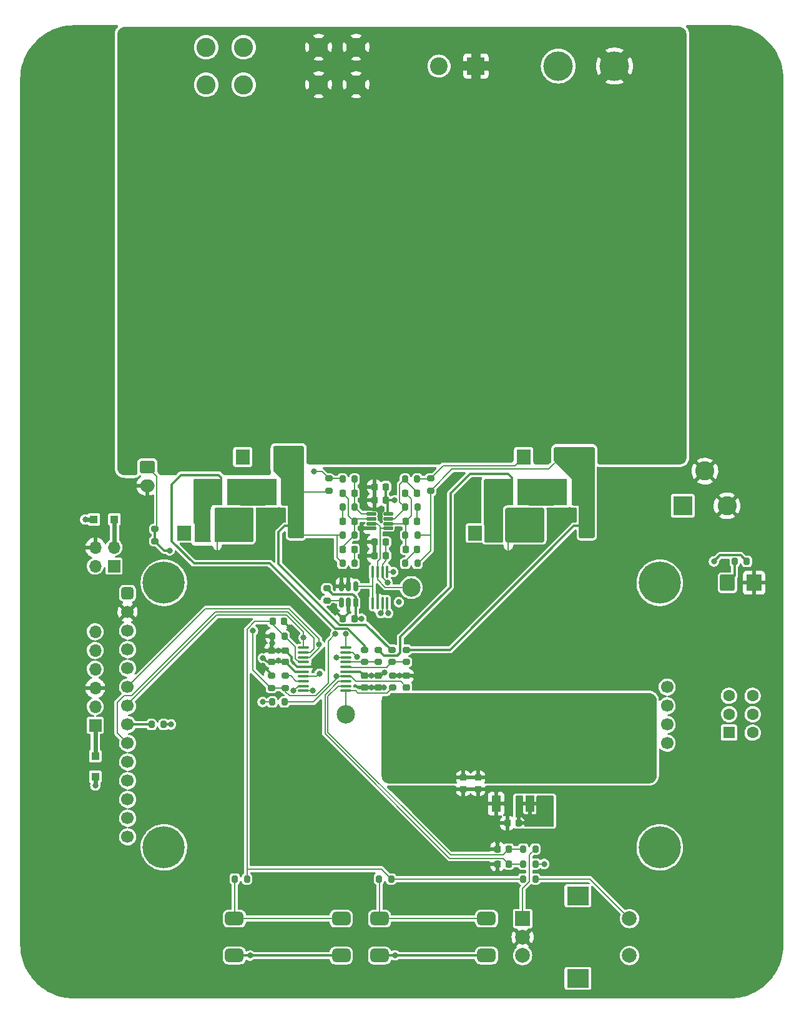
<source format=gbr>
%TF.GenerationSoftware,KiCad,Pcbnew,(6.0.4-0)*%
%TF.CreationDate,2022-04-10T17:45:33-05:00*%
%TF.ProjectId,Ampeater,416d7065-6174-4657-922e-6b696361645f,rev?*%
%TF.SameCoordinates,Original*%
%TF.FileFunction,Copper,L1,Top*%
%TF.FilePolarity,Positive*%
%FSLAX46Y46*%
G04 Gerber Fmt 4.6, Leading zero omitted, Abs format (unit mm)*
G04 Created by KiCad (PCBNEW (6.0.4-0)) date 2022-04-10 17:45:33*
%MOMM*%
%LPD*%
G01*
G04 APERTURE LIST*
G04 Aperture macros list*
%AMRoundRect*
0 Rectangle with rounded corners*
0 $1 Rounding radius*
0 $2 $3 $4 $5 $6 $7 $8 $9 X,Y pos of 4 corners*
0 Add a 4 corners polygon primitive as box body*
4,1,4,$2,$3,$4,$5,$6,$7,$8,$9,$2,$3,0*
0 Add four circle primitives for the rounded corners*
1,1,$1+$1,$2,$3*
1,1,$1+$1,$4,$5*
1,1,$1+$1,$6,$7*
1,1,$1+$1,$8,$9*
0 Add four rect primitives between the rounded corners*
20,1,$1+$1,$2,$3,$4,$5,0*
20,1,$1+$1,$4,$5,$6,$7,0*
20,1,$1+$1,$6,$7,$8,$9,0*
20,1,$1+$1,$8,$9,$2,$3,0*%
G04 Aperture macros list end*
%TA.AperFunction,EtchedComponent*%
%ADD10C,0.304800*%
%TD*%
%TA.AperFunction,ComponentPad*%
%ADD11C,5.700000*%
%TD*%
%TA.AperFunction,ComponentPad*%
%ADD12RoundRect,0.425000X0.425000X-0.425000X0.425000X0.425000X-0.425000X0.425000X-0.425000X-0.425000X0*%
%TD*%
%TA.AperFunction,ComponentPad*%
%ADD13C,1.700000*%
%TD*%
%TA.AperFunction,SMDPad,CuDef*%
%ADD14R,1.200000X2.200000*%
%TD*%
%TA.AperFunction,SMDPad,CuDef*%
%ADD15R,5.800001X6.400000*%
%TD*%
%TA.AperFunction,SMDPad,CuDef*%
%ADD16RoundRect,0.225000X0.225000X0.250000X-0.225000X0.250000X-0.225000X-0.250000X0.225000X-0.250000X0*%
%TD*%
%TA.AperFunction,SMDPad,CuDef*%
%ADD17R,3.100000X3.600000*%
%TD*%
%TA.AperFunction,SMDPad,CuDef*%
%ADD18RoundRect,0.200000X0.200000X0.275000X-0.200000X0.275000X-0.200000X-0.275000X0.200000X-0.275000X0*%
%TD*%
%TA.AperFunction,ComponentPad*%
%ADD19RoundRect,0.250000X-0.750000X0.600000X-0.750000X-0.600000X0.750000X-0.600000X0.750000X0.600000X0*%
%TD*%
%TA.AperFunction,ComponentPad*%
%ADD20O,2.000000X1.700000*%
%TD*%
%TA.AperFunction,SMDPad,CuDef*%
%ADD21C,0.203200*%
%TD*%
%TA.AperFunction,SMDPad,CuDef*%
%ADD22RoundRect,0.250000X-0.362500X-1.425000X0.362500X-1.425000X0.362500X1.425000X-0.362500X1.425000X0*%
%TD*%
%TA.AperFunction,SMDPad,CuDef*%
%ADD23RoundRect,0.100000X0.100000X-0.712500X0.100000X0.712500X-0.100000X0.712500X-0.100000X-0.712500X0*%
%TD*%
%TA.AperFunction,ComponentPad*%
%ADD24C,2.600000*%
%TD*%
%TA.AperFunction,SMDPad,CuDef*%
%ADD25RoundRect,0.225000X-0.225000X-0.250000X0.225000X-0.250000X0.225000X0.250000X-0.225000X0.250000X0*%
%TD*%
%TA.AperFunction,SMDPad,CuDef*%
%ADD26R,1.100000X1.100000*%
%TD*%
%TA.AperFunction,SMDPad,CuDef*%
%ADD27C,0.304800*%
%TD*%
%TA.AperFunction,SMDPad,CuDef*%
%ADD28RoundRect,0.225000X-0.250000X0.225000X-0.250000X-0.225000X0.250000X-0.225000X0.250000X0.225000X0*%
%TD*%
%TA.AperFunction,SMDPad,CuDef*%
%ADD29RoundRect,0.200000X-0.200000X-0.275000X0.200000X-0.275000X0.200000X0.275000X-0.200000X0.275000X0*%
%TD*%
%TA.AperFunction,SMDPad,CuDef*%
%ADD30RoundRect,0.200000X-0.275000X0.200000X-0.275000X-0.200000X0.275000X-0.200000X0.275000X0.200000X0*%
%TD*%
%TA.AperFunction,ComponentPad*%
%ADD31R,2.400000X2.400000*%
%TD*%
%TA.AperFunction,ComponentPad*%
%ADD32C,2.400000*%
%TD*%
%TA.AperFunction,SMDPad,CuDef*%
%ADD33RoundRect,0.200000X0.275000X-0.200000X0.275000X0.200000X-0.275000X0.200000X-0.275000X-0.200000X0*%
%TD*%
%TA.AperFunction,ComponentPad*%
%ADD34C,4.000000*%
%TD*%
%TA.AperFunction,ComponentPad*%
%ADD35R,1.905000X2.000000*%
%TD*%
%TA.AperFunction,ComponentPad*%
%ADD36O,1.905000X2.000000*%
%TD*%
%TA.AperFunction,SMDPad,CuDef*%
%ADD37RoundRect,0.450000X-0.800000X-0.450000X0.800000X-0.450000X0.800000X0.450000X-0.800000X0.450000X0*%
%TD*%
%TA.AperFunction,ComponentPad*%
%ADD38C,6.400000*%
%TD*%
%TA.AperFunction,SMDPad,CuDef*%
%ADD39R,2.000000X2.200000*%
%TD*%
%TA.AperFunction,SMDPad,CuDef*%
%ADD40RoundRect,0.200000X0.800000X0.900000X-0.800000X0.900000X-0.800000X-0.900000X0.800000X-0.900000X0*%
%TD*%
%TA.AperFunction,ComponentPad*%
%ADD41C,10.600000*%
%TD*%
%TA.AperFunction,SMDPad,CuDef*%
%ADD42RoundRect,0.225000X0.250000X-0.225000X0.250000X0.225000X-0.250000X0.225000X-0.250000X-0.225000X0*%
%TD*%
%TA.AperFunction,ComponentPad*%
%ADD43R,2.600000X2.600000*%
%TD*%
%TA.AperFunction,ComponentPad*%
%ADD44C,1.600000*%
%TD*%
%TA.AperFunction,ComponentPad*%
%ADD45R,1.600000X1.600000*%
%TD*%
%TA.AperFunction,SMDPad,CuDef*%
%ADD46RoundRect,0.150000X-0.150000X0.512500X-0.150000X-0.512500X0.150000X-0.512500X0.150000X0.512500X0*%
%TD*%
%TA.AperFunction,ComponentPad*%
%ADD47O,1.700000X1.700000*%
%TD*%
%TA.AperFunction,ComponentPad*%
%ADD48R,1.700000X1.700000*%
%TD*%
%TA.AperFunction,ComponentPad*%
%ADD49C,2.500000*%
%TD*%
%TA.AperFunction,ComponentPad*%
%ADD50R,2.000000X2.000000*%
%TD*%
%TA.AperFunction,ComponentPad*%
%ADD51C,2.000000*%
%TD*%
%TA.AperFunction,ComponentPad*%
%ADD52R,3.000000X2.500000*%
%TD*%
%TA.AperFunction,SMDPad,CuDef*%
%ADD53RoundRect,0.125000X-0.537500X-0.125000X0.537500X-0.125000X0.537500X0.125000X-0.537500X0.125000X0*%
%TD*%
%TA.AperFunction,SMDPad,CuDef*%
%ADD54RoundRect,0.100000X0.637500X0.100000X-0.637500X0.100000X-0.637500X-0.100000X0.637500X-0.100000X0*%
%TD*%
%TA.AperFunction,ViaPad*%
%ADD55C,0.800000*%
%TD*%
%TA.AperFunction,ViaPad*%
%ADD56C,1.625600*%
%TD*%
%TA.AperFunction,ViaPad*%
%ADD57C,1.200000*%
%TD*%
%TA.AperFunction,Conductor*%
%ADD58C,0.304800*%
%TD*%
%TA.AperFunction,Conductor*%
%ADD59C,0.203200*%
%TD*%
%TA.AperFunction,Conductor*%
%ADD60C,0.609600*%
%TD*%
%TA.AperFunction,Conductor*%
%ADD61C,0.152400*%
%TD*%
G04 APERTURE END LIST*
%TO.C,NT202*%
G36*
X139750800Y-93268800D02*
G01*
X139547600Y-93268800D01*
X139547600Y-92760800D01*
X139750800Y-92760800D01*
X139750800Y-93268800D01*
G37*
%TO.C,NT206*%
G36*
X149682200Y-90703400D02*
G01*
X149072600Y-90703400D01*
X149072600Y-90398600D01*
X149682200Y-90398600D01*
X149682200Y-90703400D01*
G37*
%TO.C,NT204*%
G36*
X140284200Y-84607400D02*
G01*
X139979400Y-84607400D01*
X139979400Y-83997800D01*
X140284200Y-83997800D01*
X140284200Y-84607400D01*
G37*
%TO.C,NT201*%
G36*
X100279200Y-93218000D02*
G01*
X100076000Y-93218000D01*
X100076000Y-92710000D01*
X100279200Y-92710000D01*
X100279200Y-93218000D01*
G37*
D10*
%TO.C,JP201*%
X91719400Y-90995600D02*
X91719400Y-92695600D01*
%TO.C,NT203*%
G36*
X100863400Y-84607400D02*
G01*
X100558600Y-84607400D01*
X100558600Y-83997800D01*
X100863400Y-83997800D01*
X100863400Y-84607400D01*
G37*
%TO.C,NT205*%
G36*
X110236000Y-90703400D02*
G01*
X109626400Y-90703400D01*
X109626400Y-90398600D01*
X110236000Y-90398600D01*
X110236000Y-90703400D01*
G37*
%TD*%
D11*
%TO.P,DS301,*%
%TO.N,*%
X92931991Y-98265000D03*
X160191991Y-134145000D03*
X92931991Y-134145000D03*
X160191991Y-98265000D03*
D12*
%TO.P,DS301,1,VCC*%
%TO.N,+3V3*%
X88011991Y-99695000D03*
D13*
%TO.P,DS301,2,GND*%
%TO.N,GND*%
X88011991Y-102235000D03*
%TO.P,DS301,3,CS_LCD*%
%TO.N,/MCU & Interface/MCU_TX{slash}SPI_CS_LCD*%
X88011991Y-104775000D03*
%TO.P,DS301,4,~{RESET}*%
%TO.N,/MCU & Interface/SPI_~{RESET}_LCD*%
X88011991Y-107315000D03*
%TO.P,DS301,5,DC/RS_LCD*%
%TO.N,/MCU & Interface/MCU_RX{slash}SPI_DC_LCD*%
X88011991Y-109855000D03*
%TO.P,DS301,6,SDI(MOSI)_LCD*%
%TO.N,/MCU & Interface/SPI_MOSI*%
X88011991Y-112395000D03*
%TO.P,DS301,7,SCK_LCD*%
%TO.N,/MCU & Interface/SPI_SCK*%
X88011991Y-114935000D03*
%TO.P,DS301,8,LED*%
%TO.N,Net-(DS301-Pad8)*%
X88011991Y-117475000D03*
%TO.P,DS301,9,SDO(MISO)_LCD*%
%TO.N,/MCU & Interface/SPI_MISO*%
X88011991Y-120015000D03*
%TO.P,DS301,10,T_CLK*%
%TO.N,unconnected-(DS301-Pad10)*%
X88011991Y-122555000D03*
%TO.P,DS301,11,T_CS*%
%TO.N,unconnected-(DS301-Pad11)*%
X88011991Y-125095000D03*
%TO.P,DS301,12,T_DIN*%
%TO.N,unconnected-(DS301-Pad12)*%
X88011991Y-127635000D03*
%TO.P,DS301,13,T_DO*%
%TO.N,unconnected-(DS301-Pad13)*%
X88011991Y-130175000D03*
%TO.P,DS301,14,T_IRQ*%
%TO.N,unconnected-(DS301-Pad14)*%
X88011991Y-132715000D03*
%TO.P,DS301,15,CS_SD*%
%TO.N,unconnected-(DS301-Pad15)*%
X161191991Y-112395000D03*
%TO.P,DS301,16,MOSI_SD*%
%TO.N,unconnected-(DS301-Pad16)*%
X161191991Y-114935000D03*
%TO.P,DS301,17,MISO_SD*%
%TO.N,unconnected-(DS301-Pad17)*%
X161191991Y-117475000D03*
%TO.P,DS301,18,SCK_SD*%
%TO.N,unconnected-(DS301-Pad18)*%
X161191991Y-120015000D03*
%TD*%
D14*
%TO.P,U101,1,GND*%
%TO.N,GND*%
X138004200Y-128228200D03*
D15*
%TO.P,U101,2,VO*%
%TO.N,+3V3*%
X140284200Y-121928204D03*
D14*
%TO.P,U101,3,VI*%
%TO.N,+12V*%
X142564200Y-128228200D03*
%TD*%
D16*
%TO.P,C202,1*%
%TO.N,+12V*%
X123025200Y-87096600D03*
%TO.P,C202,2*%
%TO.N,GND*%
X121475200Y-87096600D03*
%TD*%
%TO.P,C201,1*%
%TO.N,+12V*%
X123025200Y-85242400D03*
%TO.P,C201,2*%
%TO.N,GND*%
X121475200Y-85242400D03*
%TD*%
D17*
%TO.P,R219,1*%
%TO.N,/CC_Load_Controller/Rsense_HR_SHARED_B*%
X146100800Y-85979000D03*
%TO.P,R219,2*%
%TO.N,/CC_Load_Controller/Vsense_B*%
X149800800Y-85979000D03*
%TD*%
D18*
%TO.P,R304,1*%
%TO.N,/MCU & Interface/Vbtns*%
X109283000Y-105486200D03*
%TO.P,R304,2*%
%TO.N,GND*%
X107633000Y-105486200D03*
%TD*%
D19*
%TO.P,M201,1,+*%
%TO.N,Net-(JP201-Pad1)*%
X90695000Y-82570000D03*
D20*
%TO.P,M201,2,-*%
%TO.N,GND*%
X90695000Y-85070000D03*
%TD*%
D21*
%TO.P,NT202,1,1*%
%TO.N,GND*%
X139649200Y-93268800D03*
%TO.P,NT202,2,2*%
%TO.N,/CC_Load_Controller/I_LOAD-*%
X139649200Y-92760800D03*
%TD*%
D18*
%TO.P,R204,1*%
%TO.N,Net-(C205-Pad2)*%
X118808000Y-95631000D03*
%TO.P,R204,2*%
%TO.N,/CC_Load_Controller/Vsense_A*%
X117158000Y-95631000D03*
%TD*%
D22*
%TO.P,R222,1*%
%TO.N,/CC_Load_Controller/I_LOAD-*%
X143921500Y-90551000D03*
%TO.P,R222,2*%
%TO.N,/CC_Load_Controller/Vsense_B*%
X149846500Y-90551000D03*
%TD*%
D16*
%TO.P,C309,1*%
%TO.N,Net-(C309-Pad1)*%
X123025200Y-94589600D03*
%TO.P,C309,2*%
%TO.N,GND*%
X121475200Y-94589600D03*
%TD*%
D23*
%TO.P,U303,1,IOUT1*%
%TO.N,Vref_1.024V*%
X121275200Y-101020100D03*
%TO.P,U303,2,GND*%
%TO.N,GND*%
X121925200Y-101020100D03*
%TO.P,U303,3,SCLK*%
%TO.N,/MCU & Interface/SPI_SCK*%
X122575200Y-101020100D03*
%TO.P,U303,4,SDIN*%
%TO.N,/MCU & Interface/SPI_MOSI*%
X123225200Y-101020100D03*
%TO.P,U303,5,~{SYNC}*%
%TO.N,/MCU & Interface/SPI_CS_DAC*%
X123225200Y-96795100D03*
%TO.P,U303,6,VDD*%
%TO.N,Net-(C309-Pad1)*%
X122575200Y-96795100D03*
%TO.P,U303,7,VREF*%
%TO.N,/CC_Load_Controller/Vset*%
X121925200Y-96795100D03*
%TO.P,U303,8,RFB*%
%TO.N,Vref_1.024V*%
X121275200Y-96795100D03*
%TD*%
D24*
%TO.P,J103,1,Pin_1*%
%TO.N,/CC_Load_Controller/I_LOAD+*%
X118999000Y-30734000D03*
X113919000Y-30734000D03*
X118999000Y-25654000D03*
X113919000Y-25654000D03*
%TD*%
D25*
%TO.P,C206,1*%
%TO.N,Net-(C206-Pad1)*%
X125717000Y-89916000D03*
%TO.P,C206,2*%
%TO.N,Net-(C206-Pad2)*%
X127267000Y-89916000D03*
%TD*%
D26*
%TO.P,D302,1,K*%
%TO.N,+3V3*%
X83642200Y-124564600D03*
%TO.P,D302,2,A*%
%TO.N,Net-(D302-Pad2)*%
X83642200Y-121764600D03*
%TD*%
D16*
%TO.P,C101,1*%
%TO.N,+12V*%
X141059200Y-130842200D03*
%TO.P,C101,2*%
%TO.N,GND*%
X139509200Y-130842200D03*
%TD*%
D27*
%TO.P,NT206,1,1*%
%TO.N,/CC_Load_Controller/Vsense_B_NT*%
X149072600Y-90551000D03*
%TO.P,NT206,2,2*%
%TO.N,/CC_Load_Controller/Vsense_B*%
X149682200Y-90551000D03*
%TD*%
D28*
%TO.P,C307,1*%
%TO.N,+3V3*%
X120116600Y-110883400D03*
%TO.P,C307,2*%
%TO.N,GND*%
X120116600Y-112433400D03*
%TD*%
D22*
%TO.P,R214,1*%
%TO.N,/CC_Load_Controller/I_LOAD-*%
X104479500Y-90551000D03*
%TO.P,R214,2*%
%TO.N,/CC_Load_Controller/Vsense_A*%
X110404500Y-90551000D03*
%TD*%
D16*
%TO.P,C310,1*%
%TO.N,+3V3*%
X118758000Y-103124000D03*
%TO.P,C310,2*%
%TO.N,GND*%
X117208000Y-103124000D03*
%TD*%
D29*
%TO.P,R307,1*%
%TO.N,/MCU & Interface/ENCODER_A*%
X141669000Y-134366000D03*
%TO.P,R307,2*%
%TO.N,Net-(R307-Pad2)*%
X143319000Y-134366000D03*
%TD*%
D24*
%TO.P,J105,1,Pin_1*%
%TO.N,/CC_Load_Controller/I_LOAD-*%
X98679000Y-30734000D03*
X103759000Y-25654000D03*
X98679000Y-25654000D03*
X103759000Y-30734000D03*
%TD*%
D29*
%TO.P,R302,1*%
%TO.N,Net-(R302-Pad1)*%
X102553000Y-138430000D03*
%TO.P,R302,2*%
%TO.N,/MCU & Interface/Vbtns*%
X104203000Y-138430000D03*
%TD*%
D30*
%TO.P,R208,1*%
%TO.N,/CC_Load_Controller/Vsense_A_NT*%
X123918900Y-107353600D03*
%TO.P,R208,2*%
%TO.N,/CC_Load_Controller/Vsense_R*%
X123918900Y-109003600D03*
%TD*%
D29*
%TO.P,R216,1*%
%TO.N,Net-(C207-Pad2)*%
X125641600Y-84201000D03*
%TO.P,R216,2*%
%TO.N,Net-(Q204-Pad1)*%
X127291600Y-84201000D03*
%TD*%
D31*
%TO.P,J104,1,Pin_1*%
%TO.N,/CC_Load_Controller/I_LOAD+*%
X135255000Y-28194000D03*
D32*
%TO.P,J104,2,Pin_2*%
%TO.N,/CC_Load_Controller/I_LOAD-*%
X130255000Y-28194000D03*
%TD*%
D27*
%TO.P,NT204,1,1*%
%TO.N,/CC_Load_Controller/Vsense_FET_B_NT*%
X140131800Y-83997800D03*
%TO.P,NT204,2,2*%
%TO.N,/CC_Load_Controller/Vsense_FET_B*%
X140131800Y-84607400D03*
%TD*%
D18*
%TO.P,R308,1*%
%TO.N,Net-(R308-Pad1)*%
X143319000Y-136398000D03*
%TO.P,R308,2*%
%TO.N,/MCU & Interface/ENCODER_B*%
X141669000Y-136398000D03*
%TD*%
D33*
%TO.P,R306,1*%
%TO.N,Net-(R306-Pad1)*%
X123926600Y-112483400D03*
%TO.P,R306,2*%
%TO.N,GND*%
X123926600Y-110833400D03*
%TD*%
D16*
%TO.P,C305,1*%
%TO.N,/MCU & Interface/ENCODER_A*%
X139713000Y-134366000D03*
%TO.P,C305,2*%
%TO.N,GND*%
X138163000Y-134366000D03*
%TD*%
%TO.P,C308,1*%
%TO.N,/MCU & Interface/ENCODER_B*%
X139713000Y-136398000D03*
%TO.P,C308,2*%
%TO.N,GND*%
X138163000Y-136398000D03*
%TD*%
D30*
%TO.P,R309,1*%
%TO.N,+3V3*%
X115036600Y-99022400D03*
%TO.P,R309,2*%
%TO.N,Net-(R309-Pad2)*%
X115036600Y-100672400D03*
%TD*%
D25*
%TO.P,C208,1*%
%TO.N,Net-(C206-Pad1)*%
X125717000Y-93726000D03*
%TO.P,C208,2*%
%TO.N,Net-(C208-Pad2)*%
X127267000Y-93726000D03*
%TD*%
D34*
%TO.P,J106,1,Pin_1*%
%TO.N,/CC_Load_Controller/I_LOAD-*%
X146431000Y-28194000D03*
%TD*%
D35*
%TO.P,Q201,1,G*%
%TO.N,/CC_Load_Controller/RANGE_SW_SHARED*%
X95681800Y-91521407D03*
D36*
%TO.P,Q201,2,D*%
%TO.N,/CC_Load_Controller/Vsense_FET_A*%
X98221800Y-91521407D03*
%TO.P,Q201,3,S*%
%TO.N,/CC_Load_Controller/I_LOAD-*%
X100761800Y-91521407D03*
%TD*%
D37*
%TO.P,SW302,1,1*%
%TO.N,Net-(R302-Pad1)*%
X116988000Y-143804000D03*
X102488000Y-143804000D03*
%TO.P,SW302,2,2*%
%TO.N,+3V3*%
X102488000Y-148804000D03*
X116988000Y-148804000D03*
%TD*%
D38*
%TO.P,H104,1,1*%
%TO.N,GND*%
X169672000Y-29972000D03*
%TD*%
D17*
%TO.P,R220,1*%
%TO.N,/CC_Load_Controller/Vsense_FET_B*%
X138739000Y-85979000D03*
%TO.P,R220,2*%
%TO.N,/CC_Load_Controller/Rsense_HR_SHARED_B*%
X142439000Y-85979000D03*
%TD*%
D39*
%TO.P,D101,1,K*%
%TO.N,GND*%
X172974000Y-98262600D03*
D40*
%TO.P,D101,2,A*%
%TO.N,Net-(D101-Pad2)*%
X169374000Y-98262600D03*
%TD*%
D30*
%TO.P,R206,1*%
%TO.N,/CC_Load_Controller/Vsense_FET_A_NT*%
X120116600Y-107353600D03*
%TO.P,R206,2*%
%TO.N,/CC_Load_Controller/Vsense_FET*%
X120116600Y-109003600D03*
%TD*%
D41*
%TO.P,HS201,1*%
%TO.N,/CC_Load_Controller/I_LOAD+*%
X99822000Y-72644000D03*
%TO.P,HS201,2*%
X150622000Y-72644000D03*
%TD*%
D18*
%TO.P,R305,1*%
%TO.N,Net-(R305-Pad1)*%
X143319000Y-138430000D03*
%TO.P,R305,2*%
%TO.N,/MCU & Interface/Vbtns*%
X141669000Y-138430000D03*
%TD*%
D35*
%TO.P,Q204,1,G*%
%TO.N,Net-(Q204-Pad1)*%
X141732000Y-81203800D03*
D36*
%TO.P,Q204,2,D*%
%TO.N,/CC_Load_Controller/I_LOAD+*%
X144272000Y-81203800D03*
%TO.P,Q204,3,S*%
%TO.N,/CC_Load_Controller/Vsense_B*%
X146812000Y-81203800D03*
%TD*%
D42*
%TO.P,C301,1*%
%TO.N,/MCU & Interface/MCU_NRST*%
X125831600Y-112433400D03*
%TO.P,C301,2*%
%TO.N,GND*%
X125831600Y-110883400D03*
%TD*%
D37*
%TO.P,SW303,1,1*%
%TO.N,Net-(R303-Pad1)*%
X122186000Y-143804000D03*
X136686000Y-143804000D03*
%TO.P,SW303,2,2*%
%TO.N,+3V3*%
X122186000Y-148804000D03*
X136686000Y-148804000D03*
%TD*%
D43*
%TO.P,J101,1*%
%TO.N,Net-(J101-Pad1)*%
X163322000Y-87821211D03*
D24*
%TO.P,J101,2*%
%TO.N,GND*%
X169322000Y-87821211D03*
%TO.P,J101,3*%
X166322000Y-83121211D03*
%TD*%
D29*
%TO.P,R310,1*%
%TO.N,Net-(DS301-Pad8)*%
X91250000Y-117475000D03*
%TO.P,R310,2*%
%TO.N,+3V3*%
X92900000Y-117475000D03*
%TD*%
D35*
%TO.P,Q203,1,G*%
%TO.N,/CC_Load_Controller/RANGE_SW_SHARED*%
X135128000Y-91521407D03*
D36*
%TO.P,Q203,2,D*%
%TO.N,/CC_Load_Controller/Vsense_FET_B*%
X137668000Y-91521414D03*
%TO.P,Q203,3,S*%
%TO.N,/CC_Load_Controller/I_LOAD-*%
X140208000Y-91521407D03*
%TD*%
D29*
%TO.P,R303,2*%
%TO.N,/MCU & Interface/Vbtns*%
X123761000Y-138430000D03*
%TO.P,R303,1*%
%TO.N,Net-(R303-Pad1)*%
X122111000Y-138430000D03*
%TD*%
D34*
%TO.P,J102,1,Pin_1*%
%TO.N,/CC_Load_Controller/I_LOAD+*%
X154051000Y-28194000D03*
%TD*%
D42*
%TO.P,C304,1*%
%TO.N,+3V3*%
X109423200Y-109004400D03*
%TO.P,C304,2*%
%TO.N,GND*%
X109423200Y-107454400D03*
%TD*%
D44*
%TO.P,SW101,3,C*%
%TO.N,+12V*%
X169596000Y-113587500D03*
X172796000Y-113587500D03*
%TO.P,SW101,2,B*%
%TO.N,Net-(J101-Pad1)*%
X169596000Y-116087500D03*
X172796000Y-116087500D03*
%TO.P,SW101,1,A*%
%TO.N,unconnected-(SW101-Pad1)*%
X172796000Y-118587500D03*
D45*
X169596000Y-118587500D03*
%TD*%
D17*
%TO.P,R211,1*%
%TO.N,/CC_Load_Controller/Rsense_HR_SHARED_A*%
X106684200Y-85979000D03*
%TO.P,R211,2*%
%TO.N,/CC_Load_Controller/Vsense_A*%
X110384200Y-85979000D03*
%TD*%
%TO.P,R212,1*%
%TO.N,/CC_Load_Controller/Vsense_FET_A*%
X99318200Y-85979000D03*
%TO.P,R212,2*%
%TO.N,/CC_Load_Controller/Rsense_HR_SHARED_A*%
X103018200Y-85979000D03*
%TD*%
D29*
%TO.P,R217,1*%
%TO.N,Net-(C206-Pad1)*%
X125667000Y-91821000D03*
%TO.P,R217,2*%
%TO.N,/CC_Load_Controller/Vsense_B*%
X127317000Y-91821000D03*
%TD*%
D46*
%TO.P,U302,1,Out*%
%TO.N,Vref_1.024V*%
X118933000Y-98709900D03*
%TO.P,U302,2,GND*%
%TO.N,GND*%
X117983000Y-98709900D03*
%TO.P,U302,3,GND*%
X117033000Y-98709900D03*
%TO.P,U302,4,~{SHDN}*%
%TO.N,Net-(R309-Pad2)*%
X117033000Y-100984900D03*
%TO.P,U302,5,GND*%
%TO.N,GND*%
X117983000Y-100984900D03*
%TO.P,U302,6,Vdd*%
%TO.N,+3V3*%
X118933000Y-100984900D03*
%TD*%
D30*
%TO.P,R209,1*%
%TO.N,/CC_Load_Controller/Vsense_B_NT*%
X125823900Y-107353600D03*
%TO.P,R209,2*%
%TO.N,/CC_Load_Controller/Vsense_R*%
X125823900Y-109003600D03*
%TD*%
%TO.P,R205,1*%
%TO.N,/MCU & Interface/MCU_RANGE_SW*%
X109423200Y-110884200D03*
%TO.P,R205,2*%
%TO.N,/CC_Load_Controller/RANGE_SW_SHARED*%
X109423200Y-112534200D03*
%TD*%
D47*
%TO.P,J302,6,Pin_6*%
%TO.N,unconnected-(J302-Pad6)*%
X83623000Y-104902000D03*
%TO.P,J302,5,Pin_5*%
%TO.N,/MCU & Interface/MCU_NRST*%
X83623000Y-107442000D03*
%TO.P,J302,4,Pin_4*%
%TO.N,/MCU & Interface/MCU_SWCLK*%
X83623000Y-109982000D03*
%TO.P,J302,3,Pin_3*%
%TO.N,GND*%
X83623000Y-112522000D03*
%TO.P,J302,2,Pin_2*%
%TO.N,/MCU & Interface/MCU_SWDIO*%
X83623000Y-115062000D03*
D48*
%TO.P,J302,1,Pin_1*%
%TO.N,Net-(D302-Pad2)*%
X83623000Y-117602000D03*
%TD*%
D21*
%TO.P,NT201,1,1*%
%TO.N,GND*%
X100177600Y-93218000D03*
%TO.P,NT201,2,2*%
%TO.N,/CC_Load_Controller/I_LOAD-*%
X100177600Y-92710000D03*
%TD*%
D16*
%TO.P,C311,1*%
%TO.N,Net-(C309-Pad1)*%
X123025200Y-92735400D03*
%TO.P,C311,2*%
%TO.N,GND*%
X121475200Y-92735400D03*
%TD*%
D25*
%TO.P,C302,1*%
%TO.N,/MCU & Interface/Vbtns*%
X107683000Y-103505000D03*
%TO.P,C302,2*%
%TO.N,GND*%
X109233000Y-103505000D03*
%TD*%
D33*
%TO.P,R221,1*%
%TO.N,/CC_Load_Controller/Vsense_B*%
X129108200Y-85788000D03*
%TO.P,R221,2*%
%TO.N,Net-(Q204-Pad1)*%
X129108200Y-84138000D03*
%TD*%
D18*
%TO.P,R203,1*%
%TO.N,Net-(C203-Pad1)*%
X118808000Y-91821000D03*
%TO.P,R203,2*%
%TO.N,/CC_Load_Controller/Vsense_A*%
X117158000Y-91821000D03*
%TD*%
D28*
%TO.P,C306,1*%
%TO.N,+3V3*%
X122021600Y-110883400D03*
%TO.P,C306,2*%
%TO.N,GND*%
X122021600Y-112433400D03*
%TD*%
D25*
%TO.P,C204,1*%
%TO.N,Net-(C203-Pad1)*%
X117208000Y-86106000D03*
%TO.P,C204,2*%
%TO.N,Net-(C204-Pad2)*%
X118758000Y-86106000D03*
%TD*%
D30*
%TO.P,JP201,1,A*%
%TO.N,Net-(JP201-Pad1)*%
X91719400Y-90970600D03*
%TO.P,JP201,2,B*%
%TO.N,+12V*%
X91719400Y-92620600D03*
%TD*%
D18*
%TO.P,R101,1*%
%TO.N,+12V*%
X171999000Y-95377000D03*
%TO.P,R101,2*%
%TO.N,Net-(D101-Pad2)*%
X170349000Y-95377000D03*
%TD*%
D29*
%TO.P,R201,1*%
%TO.N,Net-(C203-Pad2)*%
X117158000Y-88011000D03*
%TO.P,R201,2*%
%TO.N,Net-(C204-Pad2)*%
X118808000Y-88011000D03*
%TD*%
D27*
%TO.P,NT203,1,1*%
%TO.N,/CC_Load_Controller/Vsense_FET_A_NT*%
X100711000Y-83997800D03*
%TO.P,NT203,2,2*%
%TO.N,/CC_Load_Controller/Vsense_FET_A*%
X100711000Y-84607400D03*
%TD*%
D28*
%TO.P,C103,1*%
%TO.N,+3V3*%
X135535400Y-124682400D03*
%TO.P,C103,2*%
%TO.N,GND*%
X135535400Y-126232400D03*
%TD*%
D18*
%TO.P,R215,1*%
%TO.N,Net-(C206-Pad2)*%
X127317000Y-88011000D03*
%TO.P,R215,2*%
%TO.N,Net-(C207-Pad2)*%
X125667000Y-88011000D03*
%TD*%
D27*
%TO.P,NT205,1,1*%
%TO.N,/CC_Load_Controller/Vsense_A_NT*%
X109626400Y-90551000D03*
%TO.P,NT205,2,2*%
%TO.N,/CC_Load_Controller/Vsense_A*%
X110236000Y-90551000D03*
%TD*%
D25*
%TO.P,C205,1*%
%TO.N,Net-(C203-Pad1)*%
X117208000Y-93726000D03*
%TO.P,C205,2*%
%TO.N,Net-(C205-Pad2)*%
X118758000Y-93726000D03*
%TD*%
D42*
%TO.P,C303,1*%
%TO.N,+3V3*%
X107518200Y-109004400D03*
%TO.P,C303,2*%
%TO.N,GND*%
X107518200Y-107454400D03*
%TD*%
D49*
%TO.P,TP301,1,1*%
%TO.N,Net-(R306-Pad1)*%
X117627400Y-116128800D03*
%TD*%
D38*
%TO.P,H103,1,1*%
%TO.N,GND*%
X169672000Y-147320000D03*
%TD*%
D30*
%TO.P,R207,1*%
%TO.N,/CC_Load_Controller/Vsense_FET_B_NT*%
X122021600Y-107353600D03*
%TO.P,R207,2*%
%TO.N,/CC_Load_Controller/Vsense_FET*%
X122021600Y-109003600D03*
%TD*%
D33*
%TO.P,R213,1*%
%TO.N,/CC_Load_Controller/Vsense_A*%
X115316000Y-85788000D03*
%TO.P,R213,2*%
%TO.N,Net-(Q202-Pad1)*%
X115316000Y-84138000D03*
%TD*%
D49*
%TO.P,TP302,1,1*%
%TO.N,/CC_Load_Controller/Vset*%
X126492000Y-98907600D03*
%TD*%
D50*
%TO.P,SW304,A,A*%
%TO.N,Net-(R307-Pad2)*%
X141594000Y-143804000D03*
D51*
%TO.P,SW304,B,B*%
%TO.N,Net-(R308-Pad1)*%
X141594000Y-148804000D03*
%TO.P,SW304,C,C*%
%TO.N,GND*%
X141594000Y-146304000D03*
D52*
%TO.P,SW304,MP*%
%TO.N,N/C*%
X149094000Y-140704000D03*
X149094000Y-151904000D03*
D51*
%TO.P,SW304,S1,S1*%
%TO.N,Net-(R305-Pad1)*%
X156094000Y-143804000D03*
%TO.P,SW304,S2,S2*%
%TO.N,+3V3*%
X156094000Y-148804000D03*
%TD*%
D18*
%TO.P,R301,1*%
%TO.N,/MCU & Interface/MCU_NRST*%
X109283000Y-114427000D03*
%TO.P,R301,2*%
%TO.N,Net-(R301-Pad2)*%
X107633000Y-114427000D03*
%TD*%
D25*
%TO.P,C207,1*%
%TO.N,Net-(C206-Pad1)*%
X125691600Y-86106000D03*
%TO.P,C207,2*%
%TO.N,Net-(C207-Pad2)*%
X127241600Y-86106000D03*
%TD*%
D53*
%TO.P,U201,1*%
%TO.N,Net-(C204-Pad2)*%
X121112700Y-88941000D03*
%TO.P,U201,2,-*%
%TO.N,Net-(C203-Pad1)*%
X121112700Y-89591000D03*
%TO.P,U201,3,+*%
%TO.N,/CC_Load_Controller/Vset*%
X121112700Y-90241000D03*
%TO.P,U201,4,V-*%
%TO.N,GND*%
X121112700Y-90891000D03*
%TO.P,U201,5,+*%
%TO.N,/CC_Load_Controller/Vset*%
X123387700Y-90891000D03*
%TO.P,U201,6,-*%
%TO.N,Net-(C206-Pad1)*%
X123387700Y-90241000D03*
%TO.P,U201,7*%
%TO.N,Net-(C207-Pad2)*%
X123387700Y-89591000D03*
%TO.P,U201,8,V+*%
%TO.N,+12V*%
X123387700Y-88941000D03*
%TD*%
D35*
%TO.P,Q202,1,G*%
%TO.N,Net-(Q202-Pad1)*%
X103632000Y-81203800D03*
D36*
%TO.P,Q202,2,D*%
%TO.N,/CC_Load_Controller/I_LOAD+*%
X106172000Y-81203800D03*
%TO.P,Q202,3,S*%
%TO.N,/CC_Load_Controller/Vsense_A*%
X108712000Y-81203800D03*
%TD*%
D26*
%TO.P,D301,1,K*%
%TO.N,+3V3*%
X83436000Y-89662000D03*
%TO.P,D301,2,A*%
%TO.N,Net-(D301-Pad2)*%
X86236000Y-89662000D03*
%TD*%
D30*
%TO.P,R210,1*%
%TO.N,GND*%
X107518200Y-110884200D03*
%TO.P,R210,2*%
%TO.N,/CC_Load_Controller/RANGE_SW_SHARED*%
X107518200Y-112534200D03*
%TD*%
D16*
%TO.P,C203,1*%
%TO.N,Net-(C203-Pad1)*%
X118758000Y-89916000D03*
%TO.P,C203,2*%
%TO.N,Net-(C203-Pad2)*%
X117208000Y-89916000D03*
%TD*%
D29*
%TO.P,R218,1*%
%TO.N,Net-(C208-Pad2)*%
X125667000Y-95631000D03*
%TO.P,R218,2*%
%TO.N,/CC_Load_Controller/Vsense_B*%
X127317000Y-95631000D03*
%TD*%
D38*
%TO.P,H102,1,1*%
%TO.N,GND*%
X80772000Y-147320000D03*
%TD*%
%TO.P,H101,1,1*%
%TO.N,GND*%
X80772000Y-29972000D03*
%TD*%
D54*
%TO.P,U301,1,BOOT0*%
%TO.N,Net-(R306-Pad1)*%
X117619700Y-112907000D03*
%TO.P,U301,2,PC14*%
%TO.N,/MCU & Interface/ENCODER_A*%
X117619700Y-112257000D03*
%TO.P,U301,3,PC15*%
%TO.N,/MCU & Interface/ENCODER_B*%
X117619700Y-111607000D03*
%TO.P,U301,4,NRST*%
%TO.N,/MCU & Interface/MCU_NRST*%
X117619700Y-110957000D03*
%TO.P,U301,5,VDDA*%
%TO.N,+3V3*%
X117619700Y-110307000D03*
%TO.P,U301,6,PA0*%
%TO.N,/CC_Load_Controller/Vsense_R*%
X117619700Y-109657000D03*
%TO.P,U301,7,PA1*%
%TO.N,/CC_Load_Controller/Vsense_FET*%
X117619700Y-109007000D03*
%TO.P,U301,8,PA2*%
%TO.N,/MCU & Interface/MCU_TX{slash}SPI_CS_LCD*%
X117619700Y-108357000D03*
%TO.P,U301,9,PA3*%
%TO.N,/MCU & Interface/MCU_RX{slash}SPI_DC_LCD*%
X117619700Y-107707000D03*
%TO.P,U301,10,PA4*%
%TO.N,/MCU & Interface/SPI_CS_DAC*%
X117619700Y-107057000D03*
%TO.P,U301,11,PA5*%
%TO.N,/MCU & Interface/SPI_SCK*%
X111894700Y-107057000D03*
%TO.P,U301,12,PA6*%
%TO.N,/MCU & Interface/SPI_MISO*%
X111894700Y-107707000D03*
%TO.P,U301,13,PA7*%
%TO.N,/MCU & Interface/SPI_MOSI*%
X111894700Y-108357000D03*
%TO.P,U301,14,PB1*%
%TO.N,/MCU & Interface/Vbtns*%
X111894700Y-109007000D03*
%TO.P,U301,15,VSS*%
%TO.N,GND*%
X111894700Y-109657000D03*
%TO.P,U301,16,VDD*%
%TO.N,+3V3*%
X111894700Y-110307000D03*
%TO.P,U301,17,PA9*%
%TO.N,/MCU & Interface/SPI_~{RESET}_LCD*%
X111894700Y-110957000D03*
%TO.P,U301,18,PA10*%
%TO.N,/MCU & Interface/MCU_RANGE_SW*%
X111894700Y-111607000D03*
%TO.P,U301,19,PA13*%
%TO.N,/MCU & Interface/MCU_SWDIO*%
X111894700Y-112257000D03*
%TO.P,U301,20,PA14*%
%TO.N,/MCU & Interface/MCU_SWCLK*%
X111894700Y-112907000D03*
%TD*%
D28*
%TO.P,C102,1*%
%TO.N,+3V3*%
X133554200Y-124682400D03*
%TO.P,C102,2*%
%TO.N,GND*%
X133554200Y-126232400D03*
%TD*%
D18*
%TO.P,R202,1*%
%TO.N,Net-(C204-Pad2)*%
X118808000Y-84201000D03*
%TO.P,R202,2*%
%TO.N,Net-(Q202-Pad1)*%
X117158000Y-84201000D03*
%TD*%
D48*
%TO.P,J301,1,Pin_1*%
%TO.N,/MCU & Interface/MCU_TX{slash}SPI_CS_LCD*%
X86168000Y-96017000D03*
D47*
%TO.P,J301,2,Pin_2*%
%TO.N,/MCU & Interface/MCU_RX{slash}SPI_DC_LCD*%
X83628000Y-96017000D03*
%TO.P,J301,3,Pin_3*%
%TO.N,Net-(D301-Pad2)*%
X86168000Y-93477000D03*
%TO.P,J301,4,Pin_4*%
%TO.N,GND*%
X83628000Y-93477000D03*
%TD*%
D55*
%TO.N,+12V*%
X93700600Y-93878400D03*
%TO.N,/MCU & Interface/MCU_NRST*%
X116365743Y-110957199D03*
%TO.N,+3V3*%
X82270600Y-89687400D03*
X83642200Y-125730000D03*
%TO.N,/MCU & Interface/MCU_SWCLK*%
X113151726Y-112884500D03*
%TO.N,/MCU & Interface/MCU_SWDIO*%
X110540800Y-112870220D03*
D56*
%TO.N,+12V*%
X145008600Y-128143000D03*
D55*
X124232980Y-87096600D03*
D56*
X145008600Y-130022600D03*
D55*
X167538400Y-95377000D03*
%TO.N,GND*%
X117957600Y-97078800D03*
X113284000Y-109220000D03*
X100177600Y-94234000D03*
X122783600Y-112420400D03*
X138023600Y-126390400D03*
X124358400Y-91948000D03*
X113919000Y-115417600D03*
X124866400Y-110845600D03*
X127000000Y-110896400D03*
X109982000Y-104292400D03*
X140716000Y-137414000D03*
X103047800Y-104394000D03*
X135534400Y-127406400D03*
X108458000Y-107442000D03*
X120091200Y-87071200D03*
X107594400Y-106426000D03*
X120091200Y-85191600D03*
X113385600Y-128879600D03*
X119786400Y-90881200D03*
X105308400Y-136093200D03*
X106476800Y-105460800D03*
X139649200Y-94234000D03*
X127457200Y-105816400D03*
X127000000Y-109778800D03*
X115417600Y-93929200D03*
X139293600Y-128219200D03*
X138150600Y-133273800D03*
X106375200Y-109531700D03*
X120192800Y-100990400D03*
X138176000Y-137490200D03*
X108458000Y-113436400D03*
X124460000Y-104902000D03*
X133553200Y-127406400D03*
X117043200Y-97078800D03*
X114706400Y-105003600D03*
X120040400Y-94589600D03*
X138125200Y-130835400D03*
X115925600Y-102057200D03*
X136702800Y-128219200D03*
X109423200Y-93827600D03*
X121056400Y-112420400D03*
X138004200Y-130042000D03*
X106426000Y-107442000D03*
X115925600Y-101396800D03*
X120040400Y-92710000D03*
%TO.N,+3V3*%
X128828800Y-114477800D03*
X131368800Y-114477800D03*
X154228800Y-124637800D03*
X146608800Y-119557800D03*
X121044000Y-110883400D03*
X93903800Y-117475000D03*
X151688800Y-117017800D03*
X104622600Y-148818600D03*
X138988800Y-117017800D03*
X131368800Y-122097800D03*
X136448800Y-119557800D03*
X123748800Y-122097800D03*
X149148800Y-117017800D03*
X126288800Y-122097800D03*
X144068800Y-124637800D03*
X123748800Y-117017800D03*
X149148800Y-114477800D03*
X144068800Y-117017800D03*
X122879973Y-110412220D03*
X151688800Y-124637800D03*
X106375200Y-108458000D03*
X154228800Y-119557800D03*
X156768800Y-124637800D03*
X108483400Y-108839000D03*
X128828800Y-117017800D03*
X149148800Y-124637800D03*
X156768800Y-119557800D03*
X151688800Y-119557800D03*
X138988800Y-114477800D03*
X144068800Y-114477800D03*
X131368800Y-117017800D03*
X154228800Y-117017800D03*
X146608800Y-124637800D03*
X146608800Y-114477800D03*
X119735600Y-103124000D03*
X144068800Y-122097800D03*
X156768800Y-114477800D03*
X136448800Y-122097800D03*
X133908800Y-122097800D03*
X151688800Y-114477800D03*
X141528800Y-114477800D03*
X123748800Y-124637800D03*
X131368800Y-119557800D03*
X128828800Y-124637800D03*
X141528800Y-117017800D03*
X156768800Y-122097800D03*
X151688800Y-122097800D03*
X149148800Y-122097800D03*
X126288800Y-117017800D03*
X156768800Y-117017800D03*
X133908800Y-117017800D03*
X124282200Y-148793200D03*
X149148800Y-119557800D03*
X128828800Y-119557800D03*
X126288800Y-119557800D03*
X124815600Y-100888800D03*
X136448800Y-117017800D03*
X146608800Y-122097800D03*
X123748800Y-119557800D03*
X146608800Y-117017800D03*
X154228800Y-122097800D03*
X128828800Y-122097800D03*
X144068800Y-119557800D03*
X126288800Y-124637800D03*
X136448800Y-114477800D03*
X133908800Y-114477800D03*
X133908800Y-119557800D03*
X131368800Y-124637800D03*
X154228800Y-114477800D03*
%TO.N,Net-(C309-Pad1)*%
X123250955Y-98211645D03*
%TO.N,/MCU & Interface/MCU_TX{slash}SPI_CS_LCD*%
X116306600Y-108356400D03*
%TO.N,/MCU & Interface/SPI_~{RESET}_LCD*%
X114043284Y-110588884D03*
%TO.N,/MCU & Interface/MCU_RX{slash}SPI_DC_LCD*%
X119118781Y-108302700D03*
%TO.N,/MCU & Interface/SPI_MOSI*%
X123367800Y-102387400D03*
X114013700Y-106647700D03*
%TO.N,/MCU & Interface/SPI_SCK*%
X122365097Y-102387400D03*
X111894700Y-105707100D03*
D57*
%TO.N,/CC_Load_Controller/I_LOAD-*%
X101955600Y-90449400D03*
X101955600Y-88925400D03*
X100431600Y-90449400D03*
X100431600Y-88925400D03*
X142925800Y-90449400D03*
X141401800Y-90449400D03*
X139877800Y-90449400D03*
X142925800Y-88925400D03*
X103479600Y-88925400D03*
X142925800Y-91973400D03*
X103479600Y-91973400D03*
X103479600Y-90449400D03*
X141401800Y-91973400D03*
X101955600Y-91973400D03*
X141401800Y-88925400D03*
X139877800Y-88925400D03*
D55*
%TO.N,/CC_Load_Controller/RANGE_SW_SHARED*%
X116205000Y-105216740D03*
X105019016Y-104765016D03*
%TO.N,Net-(Q202-Pad1)*%
X113284000Y-83185000D03*
%TO.N,Net-(R301-Pad2)*%
X106324400Y-114427000D03*
%TO.N,Net-(R308-Pad1)*%
X144500600Y-136398000D03*
%TO.N,/MCU & Interface/SPI_CS_DAC*%
X124028200Y-96799400D03*
X117627400Y-105216740D03*
%TD*%
D58*
%TO.N,/CC_Load_Controller/Vsense_FET_A_NT*%
X120116600Y-107353600D02*
X120116600Y-106745814D01*
X120116600Y-106745814D02*
X117908615Y-104537829D01*
X117908615Y-104537829D02*
X116215287Y-104537829D01*
X116215287Y-104537829D02*
X107283058Y-95605600D01*
X107283058Y-95605600D02*
X97002600Y-95605600D01*
X97002600Y-95605600D02*
X94030800Y-92633800D01*
X94030800Y-92633800D02*
X94030800Y-84912200D01*
X94030800Y-84912200D02*
X95275400Y-83667600D01*
X95275400Y-83667600D02*
X100380800Y-83667600D01*
X100380800Y-83667600D02*
X100711000Y-83997800D01*
D59*
%TO.N,Net-(JP201-Pad1)*%
X91719400Y-90970600D02*
X91999320Y-90690680D01*
X91999320Y-90690680D02*
X91999320Y-83874320D01*
X91999320Y-83874320D02*
X90695000Y-82570000D01*
D58*
%TO.N,+12V*%
X93700600Y-93878400D02*
X92977200Y-93878400D01*
X92977200Y-93878400D02*
X91719400Y-92620600D01*
%TO.N,+3V3*%
X116988000Y-148804000D02*
X104637200Y-148804000D01*
X104637200Y-148804000D02*
X104622600Y-148818600D01*
X136686000Y-148804000D02*
X124293000Y-148804000D01*
X124293000Y-148804000D02*
X124282200Y-148793200D01*
D59*
%TO.N,Net-(R303-Pad1)*%
X122186000Y-143804000D02*
X136686000Y-143804000D01*
%TO.N,Net-(R302-Pad1)*%
X102488000Y-143804000D02*
X116988000Y-143804000D01*
%TO.N,/MCU & Interface/ENCODER_A*%
X131807778Y-135145320D02*
X138933680Y-135145320D01*
%TO.N,/MCU & Interface/ENCODER_B*%
X131707080Y-135618680D02*
X138933680Y-135618680D01*
%TO.N,Net-(R305-Pad1)*%
X143319000Y-138430000D02*
X150720000Y-138430000D01*
%TO.N,Net-(R307-Pad2)*%
X141594000Y-139711000D02*
X142494000Y-138811000D01*
%TO.N,/MCU & Interface/MCU_NRST*%
X109283000Y-114427000D02*
X113243342Y-114427000D01*
X113243342Y-114427000D02*
X113913404Y-113756937D01*
X113913404Y-113756937D02*
X116365743Y-111304599D01*
X116365743Y-111304599D02*
X116365743Y-110957199D01*
X116365743Y-110957199D02*
X116365942Y-110957000D01*
X116365942Y-110957000D02*
X117619700Y-110957000D01*
%TO.N,/MCU & Interface/SPI_~{RESET}_LCD*%
X114043284Y-110588884D02*
X113675168Y-110957000D01*
X113675168Y-110957000D02*
X111894700Y-110957000D01*
%TO.N,/MCU & Interface/MCU_SWCLK*%
X113151726Y-112884500D02*
X113129226Y-112907000D01*
X113129226Y-112907000D02*
X111894700Y-112907000D01*
D60*
%TO.N,+3V3*%
X82296000Y-89662000D02*
X82270600Y-89687400D01*
X83436000Y-89662000D02*
X82296000Y-89662000D01*
X83642200Y-124564600D02*
X83642200Y-125730000D01*
%TO.N,Net-(D301-Pad2)*%
X86236000Y-89662000D02*
X86236000Y-93409000D01*
X86236000Y-93409000D02*
X86168000Y-93477000D01*
%TO.N,Net-(D302-Pad2)*%
X83623000Y-117602000D02*
X83623000Y-121745400D01*
D59*
%TO.N,/CC_Load_Controller/RANGE_SW_SHARED*%
X116205000Y-105216740D02*
X115265200Y-106156540D01*
X115265200Y-106156540D02*
X115265200Y-111831084D01*
X113507484Y-113588800D02*
X109982000Y-113588800D01*
X109982000Y-113588800D02*
X109423200Y-113030000D01*
X115265200Y-111831084D02*
X113507484Y-113588800D01*
X109423200Y-113030000D02*
X109423200Y-112534200D01*
%TO.N,/MCU & Interface/MCU_SWDIO*%
X110540800Y-112870220D02*
X111154020Y-112257000D01*
X111154020Y-112257000D02*
X111894700Y-112257000D01*
%TO.N,/MCU & Interface/MCU_RANGE_SW*%
X111894700Y-111607000D02*
X110845000Y-111607000D01*
X110845000Y-111607000D02*
X110122200Y-110884200D01*
X110122200Y-110884200D02*
X109423200Y-110884200D01*
D58*
%TO.N,GND*%
X113284000Y-109220000D02*
X112847000Y-109657000D01*
X112847000Y-109657000D02*
X111894700Y-109657000D01*
%TO.N,+12V*%
X123387700Y-88941000D02*
X123317000Y-88870300D01*
X171168880Y-94546880D02*
X171999000Y-95377000D01*
X124232980Y-87096600D02*
X123025200Y-87096600D01*
X168368520Y-94546880D02*
X171168880Y-94546880D01*
X167538400Y-95377000D02*
X168368520Y-94546880D01*
X123025200Y-85242400D02*
X123025200Y-87096600D01*
X123317000Y-87388400D02*
X123025200Y-87096600D01*
X123317000Y-88870300D02*
X123317000Y-87388400D01*
%TO.N,GND*%
X138163000Y-133286200D02*
X138150600Y-133273800D01*
X109233000Y-103543400D02*
X109982000Y-104292400D01*
X138163000Y-137477200D02*
X138176000Y-137490200D01*
X138004200Y-130714400D02*
X138125200Y-130835400D01*
X138125200Y-130835400D02*
X139502400Y-130835400D01*
X110253320Y-108932520D02*
X110253320Y-108284520D01*
X110977800Y-109657000D02*
X110253320Y-108932520D01*
X111894700Y-109657000D02*
X110977800Y-109657000D01*
X135534400Y-126233400D02*
X135535400Y-126232400D01*
X133554200Y-127405400D02*
X133553200Y-127406400D01*
X138013200Y-128219200D02*
X138004200Y-128228200D01*
X138163000Y-134366000D02*
X138163000Y-133286200D01*
X133554200Y-126232400D02*
X133554200Y-127405400D01*
X138004200Y-130042000D02*
X138004200Y-130714400D01*
X136702800Y-128219200D02*
X137995200Y-128219200D01*
X117983000Y-102349000D02*
X117983000Y-100984900D01*
X137995200Y-128219200D02*
X138004200Y-128228200D01*
X138023600Y-128208800D02*
X138004200Y-128228200D01*
D59*
X100177600Y-93218000D02*
X100177600Y-94234000D01*
D58*
X115925600Y-102057200D02*
X116141200Y-102057200D01*
X117208000Y-103124000D02*
X117983000Y-102349000D01*
X138004200Y-128228200D02*
X138004200Y-130042000D01*
X107518200Y-110674700D02*
X106375200Y-109531700D01*
D59*
X139649200Y-93268800D02*
X139649200Y-94234000D01*
D58*
X138023600Y-126390400D02*
X138023600Y-128208800D01*
X135534400Y-127406400D02*
X135534400Y-126233400D01*
X107518200Y-110884200D02*
X107518200Y-110674700D01*
X116141200Y-102057200D02*
X117208000Y-103124000D01*
X139502400Y-130835400D02*
X139509200Y-130842200D01*
X109233000Y-103505000D02*
X109233000Y-103543400D01*
X110253320Y-108284520D02*
X109423200Y-107454400D01*
X139293600Y-128219200D02*
X138013200Y-128219200D01*
X138163000Y-136398000D02*
X138163000Y-137477200D01*
%TO.N,+3V3*%
X110725800Y-110307000D02*
X109423200Y-109004400D01*
X118933000Y-100984900D02*
X118933000Y-102949000D01*
X122021600Y-110883400D02*
X121044000Y-110883400D01*
X124282200Y-148793200D02*
X124271400Y-148804000D01*
X102488000Y-148804000D02*
X104608000Y-148804000D01*
X92900000Y-117475000D02*
X93903800Y-117475000D01*
X108547200Y-109004400D02*
X109423200Y-109004400D01*
X122021600Y-110883400D02*
X122408793Y-110883400D01*
X115861600Y-99847400D02*
X118567200Y-99847400D01*
X124271400Y-148804000D02*
X122186000Y-148804000D01*
X108483400Y-108839000D02*
X108483400Y-108940600D01*
X118933000Y-102949000D02*
X118758000Y-103124000D01*
X111894700Y-110307000D02*
X110725800Y-110307000D01*
X118567200Y-99847400D02*
X118933000Y-100213200D01*
X106375200Y-108458000D02*
X106921600Y-109004400D01*
X115036600Y-99022400D02*
X115861600Y-99847400D01*
X118758000Y-103124000D02*
X119735600Y-103124000D01*
X106921600Y-109004400D02*
X107518200Y-109004400D01*
X121044000Y-110883400D02*
X120116600Y-110883400D01*
X118933000Y-100213200D02*
X118933000Y-100984900D01*
X117619700Y-110307000D02*
X119540200Y-110307000D01*
X122408793Y-110883400D02*
X122879973Y-110412220D01*
X108483400Y-108940600D02*
X108547200Y-109004400D01*
X107518200Y-109004400D02*
X108547200Y-109004400D01*
X119540200Y-110307000D02*
X120116600Y-110883400D01*
X104608000Y-148804000D02*
X104622600Y-148818600D01*
D59*
%TO.N,Net-(C203-Pad1)*%
X117208000Y-86106000D02*
X117983000Y-86881000D01*
X117983000Y-86881000D02*
X117983000Y-89141000D01*
X117208000Y-93726000D02*
X117208000Y-93421000D01*
X121112700Y-89591000D02*
X119083000Y-89591000D01*
X117208000Y-93421000D02*
X118808000Y-91821000D01*
X118808000Y-91821000D02*
X118808000Y-89966000D01*
X118808000Y-89966000D02*
X118758000Y-89916000D01*
X119083000Y-89591000D02*
X118758000Y-89916000D01*
X117983000Y-89141000D02*
X118758000Y-89916000D01*
%TO.N,Net-(C203-Pad2)*%
X117208000Y-89916000D02*
X117208000Y-88061000D01*
X117208000Y-88061000D02*
X117158000Y-88011000D01*
%TO.N,Net-(C204-Pad2)*%
X119738000Y-88941000D02*
X118808000Y-88011000D01*
X118808000Y-86056000D02*
X118758000Y-86106000D01*
X118808000Y-84201000D02*
X118808000Y-86056000D01*
X118808000Y-88011000D02*
X118808000Y-86156000D01*
X121112700Y-88941000D02*
X119738000Y-88941000D01*
X118808000Y-86156000D02*
X118758000Y-86106000D01*
%TO.N,Net-(C205-Pad2)*%
X118808000Y-95631000D02*
X118808000Y-93776000D01*
X118808000Y-93776000D02*
X118758000Y-93726000D01*
%TO.N,Net-(C206-Pad1)*%
X125717000Y-91771000D02*
X125667000Y-91821000D01*
X126492000Y-89141000D02*
X125717000Y-89916000D01*
X125691600Y-86106000D02*
X126492000Y-86906400D01*
X125717000Y-91871000D02*
X125667000Y-91821000D01*
X125392000Y-90241000D02*
X125717000Y-89916000D01*
X126492000Y-86906400D02*
X126492000Y-89141000D01*
X125717000Y-93726000D02*
X125717000Y-91871000D01*
X125717000Y-89916000D02*
X125717000Y-91771000D01*
X123387700Y-90241000D02*
X125392000Y-90241000D01*
%TO.N,Net-(C206-Pad2)*%
X127267000Y-89916000D02*
X127267000Y-88061000D01*
X127267000Y-88061000D02*
X127317000Y-88011000D01*
%TO.N,Net-(C207-Pad2)*%
X125641600Y-84372800D02*
X127241600Y-85972800D01*
X125667000Y-88150200D02*
X125667000Y-88011000D01*
X127241600Y-85972800D02*
X127241600Y-86106000D01*
X123387700Y-89591000D02*
X124226200Y-89591000D01*
X125641600Y-84201000D02*
X125641600Y-84372800D01*
X125641600Y-84201000D02*
X124937280Y-84905320D01*
X124937280Y-87281280D02*
X125667000Y-88011000D01*
X124937280Y-84905320D02*
X124937280Y-87281280D01*
X124226200Y-89591000D02*
X125667000Y-88150200D01*
%TO.N,Net-(C208-Pad2)*%
X125667000Y-95631000D02*
X125667000Y-95326000D01*
X125667000Y-95326000D02*
X127267000Y-93726000D01*
%TO.N,/MCU & Interface/MCU_NRST*%
X116713342Y-110957000D02*
X117619700Y-110957000D01*
X125831600Y-112433400D02*
X125035920Y-111637720D01*
X118278994Y-110957000D02*
X117619700Y-110957000D01*
X118959714Y-111637720D02*
X118278994Y-110957000D01*
X125035920Y-111637720D02*
X118959714Y-111637720D01*
%TO.N,/MCU & Interface/Vbtns*%
X109283000Y-105486200D02*
X110794800Y-106998000D01*
X111235406Y-109007000D02*
X111894700Y-109007000D01*
X107683000Y-103505000D02*
X107683000Y-103886200D01*
X110794800Y-108566394D02*
X111235406Y-109007000D01*
X104203000Y-137097000D02*
X104203000Y-104585000D01*
X122428000Y-137097000D02*
X104203000Y-137097000D01*
X105283000Y-103505000D02*
X107683000Y-103505000D01*
X141669000Y-138430000D02*
X123761000Y-138430000D01*
X123761000Y-138430000D02*
X122428000Y-137097000D01*
X107683000Y-103886200D02*
X109283000Y-105486200D01*
X110794800Y-106998000D02*
X110794800Y-108566394D01*
X104203000Y-104585000D02*
X105283000Y-103505000D01*
X104203000Y-138430000D02*
X104203000Y-137097000D01*
%TO.N,/MCU & Interface/ENCODER_A*%
X116561458Y-112257000D02*
X115188520Y-113629938D01*
X115188520Y-113629938D02*
X115188520Y-118526062D01*
X139713000Y-134366000D02*
X141669000Y-134366000D01*
X115188520Y-118526062D02*
X131807778Y-135145320D01*
X138933680Y-135145320D02*
X139713000Y-134366000D01*
X117619700Y-112257000D02*
X116561458Y-112257000D01*
%TO.N,/MCU & Interface/ENCODER_B*%
X117619700Y-111607000D02*
X116637400Y-111607000D01*
X114782600Y-118694200D02*
X131707080Y-135618680D01*
X116637400Y-111607000D02*
X114782600Y-113461800D01*
X139713000Y-136398000D02*
X141669000Y-136398000D01*
X114782600Y-113461800D02*
X114782600Y-118694200D01*
X138933680Y-135618680D02*
X139713000Y-136398000D01*
%TO.N,Net-(C309-Pad1)*%
X122575200Y-95763200D02*
X122575200Y-96795100D01*
X123025200Y-94589600D02*
X123025200Y-95313200D01*
X123025200Y-95313200D02*
X122575200Y-95763200D01*
X122575200Y-97535890D02*
X123250955Y-98211645D01*
X123025200Y-92735400D02*
X123025200Y-94589600D01*
X122575200Y-96795100D02*
X122575200Y-97535890D01*
D58*
%TO.N,Net-(D101-Pad2)*%
X170349000Y-95377000D02*
X170349000Y-97287600D01*
X170349000Y-97287600D02*
X169374000Y-98262600D01*
D59*
%TO.N,/MCU & Interface/MCU_TX{slash}SPI_CS_LCD*%
X116306600Y-108356400D02*
X116959806Y-108356400D01*
X116959806Y-108356400D02*
X116960406Y-108357000D01*
X116960406Y-108357000D02*
X117619700Y-108357000D01*
%TO.N,/MCU & Interface/MCU_RX{slash}SPI_DC_LCD*%
X118523081Y-107707000D02*
X117619700Y-107707000D01*
X119118781Y-108302700D02*
X118523081Y-107707000D01*
%TO.N,/MCU & Interface/SPI_MOSI*%
X114013700Y-106647700D02*
X114013700Y-107083158D01*
X109937275Y-101804160D02*
X98602831Y-101804160D01*
X114013700Y-106647700D02*
X114013700Y-105880585D01*
X114013700Y-107083158D02*
X112739858Y-108357000D01*
X123367800Y-102387400D02*
X123225200Y-102244800D01*
X98602831Y-101804160D02*
X88011991Y-112395000D01*
X114013700Y-105880585D02*
X109937275Y-101804160D01*
X123225200Y-102244800D02*
X123225200Y-101020100D01*
X112739858Y-108357000D02*
X111894700Y-108357000D01*
%TO.N,/MCU & Interface/SPI_SCK*%
X111894700Y-104909700D02*
X109601000Y-102616000D01*
X111894700Y-107057000D02*
X111894700Y-105707100D01*
X100109524Y-102616000D02*
X88538915Y-114186609D01*
X122575200Y-102177297D02*
X122575200Y-101020100D01*
X111894700Y-105707100D02*
X111894700Y-104909700D01*
X122365097Y-102387400D02*
X122575200Y-102177297D01*
X109601000Y-102616000D02*
X100109524Y-102616000D01*
X88011991Y-114680009D02*
X88011991Y-114935000D01*
X88505391Y-114186609D02*
X88011991Y-114680009D01*
X88538915Y-114186609D02*
X88505391Y-114186609D01*
D58*
%TO.N,Net-(DS301-Pad8)*%
X88011991Y-117475000D02*
X91250008Y-117475000D01*
D59*
%TO.N,/MCU & Interface/SPI_MISO*%
X86614000Y-118617009D02*
X88011991Y-120015000D01*
X112815800Y-107707000D02*
X113309400Y-107213400D01*
X99941387Y-102210080D02*
X88602155Y-113549311D01*
X109769138Y-102210080D02*
X99941387Y-102210080D01*
X113309400Y-107213400D02*
X113309400Y-105750342D01*
X87564963Y-113549311D02*
X86614000Y-114500274D01*
X111894700Y-107707000D02*
X112815800Y-107707000D01*
X86614000Y-114500274D02*
X86614000Y-118617009D01*
X113309400Y-105750342D02*
X109769138Y-102210080D01*
X88602155Y-113549311D02*
X87564963Y-113549311D01*
%TO.N,/CC_Load_Controller/RANGE_SW_SHARED*%
X107518200Y-112534200D02*
X109423200Y-112534200D01*
X105019016Y-104765016D02*
X105003600Y-104780432D01*
X105003600Y-110102400D02*
X107435400Y-112534200D01*
X107435400Y-112534200D02*
X107518200Y-112534200D01*
X105003600Y-104780432D02*
X105003600Y-110102400D01*
%TO.N,Net-(Q202-Pad1)*%
X117095000Y-84138000D02*
X117158000Y-84201000D01*
X115316000Y-84138000D02*
X114363000Y-83185000D01*
X114363000Y-83185000D02*
X113284000Y-83185000D01*
X115316000Y-84138000D02*
X117095000Y-84138000D01*
%TO.N,/CC_Load_Controller/Vsense_A*%
X115125000Y-85979000D02*
X110384200Y-85979000D01*
X116402880Y-91851720D02*
X116433600Y-91821000D01*
X116433600Y-91821000D02*
X111674500Y-91821000D01*
X115316000Y-85788000D02*
X115125000Y-85979000D01*
X111674500Y-91821000D02*
X110404500Y-90551000D01*
X117158000Y-95631000D02*
X116402880Y-94875880D01*
X117158000Y-91821000D02*
X116433600Y-91821000D01*
X116402880Y-94875880D02*
X116402880Y-91851720D01*
%TO.N,Net-(Q204-Pad1)*%
X129108200Y-84138000D02*
X130848600Y-82397600D01*
X127291600Y-84201000D02*
X129045200Y-84201000D01*
X129045200Y-84201000D02*
X129108200Y-84138000D01*
X140538200Y-82397600D02*
X141732000Y-81203800D01*
X130848600Y-82397600D02*
X140538200Y-82397600D01*
%TO.N,/CC_Load_Controller/Vsense_B*%
X129108200Y-91719400D02*
X129108200Y-85788000D01*
X132041880Y-82854320D02*
X145161480Y-82854320D01*
X129006600Y-91821000D02*
X129108200Y-91719400D01*
X129108200Y-93934555D02*
X129108200Y-91719400D01*
X127411755Y-95631000D02*
X129108200Y-93934555D01*
X145161480Y-82854320D02*
X146812000Y-81203800D01*
X127317000Y-95631000D02*
X127411755Y-95631000D01*
X129108200Y-85788000D02*
X132041880Y-82854320D01*
X127317000Y-91821000D02*
X129006600Y-91821000D01*
%TO.N,/CC_Load_Controller/Vsense_FET*%
X122021600Y-109003600D02*
X120116600Y-109003600D01*
X120113200Y-109007000D02*
X120116600Y-109003600D01*
X117619700Y-109007000D02*
X120113200Y-109007000D01*
%TO.N,/CC_Load_Controller/Vsense_R*%
X123222280Y-109707920D02*
X123222280Y-109700220D01*
X117619700Y-109657000D02*
X117670620Y-109707920D01*
X123222280Y-109700220D02*
X123918900Y-109003600D01*
X123918900Y-109003600D02*
X125823900Y-109003600D01*
X117670620Y-109707920D02*
X123222280Y-109707920D01*
%TO.N,Net-(R301-Pad2)*%
X106324400Y-114427000D02*
X107633000Y-114427000D01*
%TO.N,Net-(R302-Pad1)*%
X102553000Y-143739000D02*
X102488000Y-143804000D01*
X102553000Y-138430000D02*
X102553000Y-143739000D01*
%TO.N,Net-(R303-Pad1)*%
X122186000Y-143804000D02*
X122186000Y-138505000D01*
X122186000Y-138505000D02*
X122111000Y-138430000D01*
%TO.N,Net-(R305-Pad1)*%
X150720000Y-138430000D02*
X156094000Y-143804000D01*
%TO.N,Net-(R306-Pad1)*%
X118926800Y-112907000D02*
X119227600Y-113207800D01*
X117627400Y-116128800D02*
X117627400Y-112914700D01*
X119227600Y-113207800D02*
X123202200Y-113207800D01*
X123202200Y-113207800D02*
X123926600Y-112483400D01*
X117619700Y-112907000D02*
X118926800Y-112907000D01*
X117627400Y-112914700D02*
X117619700Y-112907000D01*
%TO.N,Net-(R307-Pad2)*%
X142494000Y-138811000D02*
X142494000Y-135191000D01*
X141594000Y-143804000D02*
X141594000Y-139711000D01*
X142494000Y-135191000D02*
X143319000Y-134366000D01*
%TO.N,Net-(R308-Pad1)*%
X144500600Y-136398000D02*
X143319000Y-136398000D01*
%TO.N,Net-(R309-Pad2)*%
X115036600Y-100672400D02*
X116720500Y-100672400D01*
X116720500Y-100672400D02*
X117033000Y-100984900D01*
D61*
%TO.N,/CC_Load_Controller/Vset*%
X121889400Y-90241000D02*
X121112700Y-90241000D01*
X122265800Y-90891000D02*
X122250200Y-90906600D01*
X122250200Y-90906600D02*
X122250200Y-90601800D01*
X121925200Y-97846000D02*
X122986800Y-98907600D01*
X121925200Y-96795100D02*
X121925200Y-97846000D01*
X121925200Y-96795100D02*
X121925200Y-95363171D01*
X123387700Y-90891000D02*
X122265800Y-90891000D01*
X121925200Y-95363171D02*
X122250200Y-95038171D01*
X122986800Y-98907600D02*
X126492000Y-98907600D01*
X122250200Y-90601800D02*
X121889400Y-90241000D01*
X122250200Y-95038171D02*
X122250200Y-90906600D01*
D59*
%TO.N,/MCU & Interface/SPI_CS_DAC*%
X117627400Y-105216740D02*
X117619700Y-105224440D01*
X124028200Y-96799400D02*
X123229500Y-96799400D01*
X123229500Y-96799400D02*
X123225200Y-96795100D01*
X117619700Y-105224440D02*
X117619700Y-107057000D01*
%TO.N,Vref_1.024V*%
X121275200Y-98694600D02*
X121275200Y-96795100D01*
X118933000Y-98709900D02*
X121259900Y-98709900D01*
X121275200Y-101020100D02*
X121275200Y-98694600D01*
X121259900Y-98709900D02*
X121275200Y-98694600D01*
D58*
%TO.N,/CC_Load_Controller/Vsense_FET_B_NT*%
X139623800Y-83489800D02*
X140131800Y-83997800D01*
X122021600Y-107353600D02*
X122776720Y-108108720D01*
X124993780Y-105612820D02*
X131800600Y-98806000D01*
X134467600Y-83489800D02*
X139623800Y-83489800D01*
X124993780Y-107734020D02*
X124993780Y-105612820D01*
X131800600Y-98806000D02*
X131800600Y-86156800D01*
X122776720Y-108108720D02*
X124619080Y-108108720D01*
X124619080Y-108108720D02*
X124993780Y-107734020D01*
X131800600Y-86156800D02*
X134467600Y-83489800D01*
%TO.N,/CC_Load_Controller/Vsense_A_NT*%
X123918900Y-107353600D02*
X123762000Y-107353600D01*
X108508800Y-95720213D02*
X108508800Y-91389200D01*
X123762000Y-107353600D02*
X120362520Y-103954120D01*
X109347000Y-90551000D02*
X109614680Y-90551000D01*
X116742707Y-103954120D02*
X108508800Y-95720213D01*
X108508800Y-91389200D02*
X109347000Y-90551000D01*
X120362520Y-103954120D02*
X116742707Y-103954120D01*
%TO.N,/CC_Load_Controller/Vsense_B_NT*%
X148539200Y-90551000D02*
X149056680Y-90551000D01*
X131736600Y-107353600D02*
X148539200Y-90551000D01*
X125823900Y-107353600D02*
X131736600Y-107353600D01*
%TD*%
%TA.AperFunction,Conductor*%
%TO.N,/CC_Load_Controller/I_LOAD-*%
G36*
X142438262Y-88088482D02*
G01*
X142446185Y-88089621D01*
X142463155Y-88092061D01*
X142463156Y-88092061D01*
X142467600Y-88092700D01*
X144287239Y-88092700D01*
X144311820Y-88095121D01*
X144331410Y-88099018D01*
X144344623Y-88101646D01*
X144390042Y-88120460D01*
X144430766Y-88147671D01*
X144465529Y-88182434D01*
X144492740Y-88223158D01*
X144511554Y-88268578D01*
X144523579Y-88329029D01*
X144526000Y-88353611D01*
X144526000Y-92519789D01*
X144523579Y-92544371D01*
X144511554Y-92604822D01*
X144492740Y-92650242D01*
X144465529Y-92690966D01*
X144430766Y-92725729D01*
X144390042Y-92752940D01*
X144344622Y-92771754D01*
X144284171Y-92783779D01*
X144259589Y-92786200D01*
X139509211Y-92786200D01*
X139484629Y-92783779D01*
X139424178Y-92771754D01*
X139378758Y-92752940D01*
X139338034Y-92725729D01*
X139303271Y-92690966D01*
X139276060Y-92650242D01*
X139257246Y-92604822D01*
X139245221Y-92544371D01*
X139242800Y-92519789D01*
X139242800Y-88353611D01*
X139245221Y-88329029D01*
X139257246Y-88268578D01*
X139276060Y-88223158D01*
X139303271Y-88182434D01*
X139338034Y-88147671D01*
X139378758Y-88120460D01*
X139424178Y-88101646D01*
X139484629Y-88089621D01*
X139509211Y-88087200D01*
X142420332Y-88087200D01*
X142438262Y-88088482D01*
G37*
%TD.AperFunction*%
%TD*%
%TA.AperFunction,Conductor*%
%TO.N,/CC_Load_Controller/Vsense_FET_B*%
G36*
X140042371Y-84178021D02*
G01*
X140102822Y-84190046D01*
X140148242Y-84208860D01*
X140188966Y-84236071D01*
X140223729Y-84270834D01*
X140250940Y-84311558D01*
X140269754Y-84356978D01*
X140281779Y-84417429D01*
X140284200Y-84442011D01*
X140284200Y-87650900D01*
X140264198Y-87719021D01*
X140210542Y-87765514D01*
X140158200Y-87776900D01*
X139509211Y-87776900D01*
X139507672Y-87776976D01*
X139507656Y-87776976D01*
X139493129Y-87777690D01*
X139478798Y-87778394D01*
X139457821Y-87780460D01*
X139455769Y-87780662D01*
X139455767Y-87780662D01*
X139454216Y-87780815D01*
X139434170Y-87783789D01*
X139425632Y-87785055D01*
X139425622Y-87785057D01*
X139424090Y-87785284D01*
X139363639Y-87797309D01*
X139305429Y-87814967D01*
X139302576Y-87816149D01*
X139302567Y-87816152D01*
X139262872Y-87832595D01*
X139260009Y-87833781D01*
X139206364Y-87862455D01*
X139165640Y-87889666D01*
X139118619Y-87928256D01*
X139083856Y-87963019D01*
X139045266Y-88010040D01*
X139018055Y-88050764D01*
X138989381Y-88104409D01*
X138988196Y-88107271D01*
X138988195Y-88107272D01*
X138971752Y-88146967D01*
X138971749Y-88146976D01*
X138970567Y-88149829D01*
X138952909Y-88208039D01*
X138940884Y-88268490D01*
X138936415Y-88298616D01*
X138933994Y-88323198D01*
X138932500Y-88353611D01*
X138932500Y-92519789D01*
X138933994Y-92550202D01*
X138936415Y-92574784D01*
X138940884Y-92604910D01*
X138941189Y-92606442D01*
X138946992Y-92635619D01*
X138940664Y-92706333D01*
X138897109Y-92762400D01*
X138823413Y-92786200D01*
X136588211Y-92786200D01*
X136563629Y-92783779D01*
X136503178Y-92771754D01*
X136457758Y-92752940D01*
X136431575Y-92735445D01*
X136386047Y-92680968D01*
X136377199Y-92610525D01*
X136379364Y-92600535D01*
X136382758Y-92592858D01*
X136385800Y-92566765D01*
X136385800Y-90476049D01*
X136382633Y-90449429D01*
X136336464Y-90345488D01*
X136339048Y-90344340D01*
X136321800Y-90288789D01*
X136321800Y-84442011D01*
X136324221Y-84417429D01*
X136336246Y-84356978D01*
X136355060Y-84311558D01*
X136382271Y-84270834D01*
X136417034Y-84236071D01*
X136457758Y-84208860D01*
X136503178Y-84190046D01*
X136563629Y-84178021D01*
X136588211Y-84175600D01*
X140017789Y-84175600D01*
X140042371Y-84178021D01*
G37*
%TD.AperFunction*%
%TD*%
%TA.AperFunction,Conductor*%
%TO.N,GND*%
G36*
X86670894Y-22677302D02*
G01*
X86717387Y-22730958D01*
X86727491Y-22801232D01*
X86697997Y-22865812D01*
X86689296Y-22874716D01*
X86689380Y-22874805D01*
X86688278Y-22875855D01*
X86687110Y-22876913D01*
X86630913Y-22933110D01*
X86607114Y-22959367D01*
X86531419Y-23051602D01*
X86510310Y-23080065D01*
X86466159Y-23146142D01*
X86457007Y-23161412D01*
X86448723Y-23175232D01*
X86448713Y-23175249D01*
X86447942Y-23176536D01*
X86391701Y-23281755D01*
X86391035Y-23283163D01*
X86391034Y-23283165D01*
X86377211Y-23312388D01*
X86377201Y-23312410D01*
X86376549Y-23313789D01*
X86375963Y-23315204D01*
X86375958Y-23315215D01*
X86374674Y-23318315D01*
X86346136Y-23387212D01*
X86334198Y-23420578D01*
X86333743Y-23422078D01*
X86312080Y-23493492D01*
X86299562Y-23534757D01*
X86290952Y-23569130D01*
X86275447Y-23647077D01*
X86270247Y-23682133D01*
X86256591Y-23820789D01*
X86255287Y-23838464D01*
X86253335Y-23878199D01*
X86252900Y-23895917D01*
X86252900Y-82657083D01*
X86253335Y-82674801D01*
X86255287Y-82714536D01*
X86255343Y-82715292D01*
X86255344Y-82715312D01*
X86256047Y-82724832D01*
X86256591Y-82732211D01*
X86259000Y-82756672D01*
X86268061Y-82848668D01*
X86270247Y-82870867D01*
X86270477Y-82872416D01*
X86270478Y-82872426D01*
X86272574Y-82886553D01*
X86275447Y-82905923D01*
X86290952Y-82983870D01*
X86299562Y-83018243D01*
X86334198Y-83132422D01*
X86334720Y-83133882D01*
X86334725Y-83133896D01*
X86338948Y-83145697D01*
X86346136Y-83165788D01*
X86346735Y-83167234D01*
X86375183Y-83235912D01*
X86376549Y-83239211D01*
X86377201Y-83240590D01*
X86377211Y-83240612D01*
X86382220Y-83251201D01*
X86391701Y-83271245D01*
X86447942Y-83376464D01*
X86448713Y-83377751D01*
X86448723Y-83377768D01*
X86457007Y-83391588D01*
X86466159Y-83406858D01*
X86510310Y-83472935D01*
X86511229Y-83474174D01*
X86511231Y-83474177D01*
X86530509Y-83500171D01*
X86531419Y-83501398D01*
X86607114Y-83593633D01*
X86630913Y-83619890D01*
X86687110Y-83676087D01*
X86713367Y-83699886D01*
X86805602Y-83775581D01*
X86806828Y-83776491D01*
X86806829Y-83776491D01*
X86831277Y-83794622D01*
X86834065Y-83796690D01*
X86900142Y-83840841D01*
X86911866Y-83847868D01*
X86929232Y-83858277D01*
X86929249Y-83858287D01*
X86930536Y-83859058D01*
X87035755Y-83915299D01*
X87037163Y-83915965D01*
X87037165Y-83915966D01*
X87066388Y-83929789D01*
X87066410Y-83929799D01*
X87067789Y-83930451D01*
X87069204Y-83931037D01*
X87069215Y-83931042D01*
X87122799Y-83953237D01*
X87141212Y-83960864D01*
X87159765Y-83967502D01*
X87173104Y-83972275D01*
X87173118Y-83972280D01*
X87174578Y-83972802D01*
X87176079Y-83973257D01*
X87176078Y-83973257D01*
X87280226Y-84004850D01*
X87288757Y-84007438D01*
X87323128Y-84016048D01*
X87363665Y-84024112D01*
X87399558Y-84031252D01*
X87399572Y-84031254D01*
X87401073Y-84031553D01*
X87422756Y-84034769D01*
X87434628Y-84036530D01*
X87434631Y-84036530D01*
X87436132Y-84036753D01*
X87574790Y-84050409D01*
X87575574Y-84050467D01*
X87575599Y-84050469D01*
X87591688Y-84051656D01*
X87591709Y-84051657D01*
X87592464Y-84051713D01*
X87593215Y-84051750D01*
X87593233Y-84051751D01*
X87606483Y-84052402D01*
X87632199Y-84053665D01*
X87632924Y-84053683D01*
X87632956Y-84053684D01*
X87649182Y-84054082D01*
X87649186Y-84054082D01*
X87649917Y-84054100D01*
X88940255Y-84054100D01*
X88941224Y-84054068D01*
X88941241Y-84054068D01*
X88955974Y-84053585D01*
X88963867Y-84053327D01*
X89016775Y-84049860D01*
X89020222Y-84049244D01*
X89020226Y-84049244D01*
X89064987Y-84041251D01*
X89095716Y-84035764D01*
X89099068Y-84034771D01*
X89099077Y-84034769D01*
X89163522Y-84015680D01*
X89217331Y-83999742D01*
X89319301Y-83951107D01*
X89323376Y-83948307D01*
X89323382Y-83948303D01*
X89419749Y-83882074D01*
X89423832Y-83879268D01*
X89505786Y-83801499D01*
X89570366Y-83717339D01*
X89627705Y-83675472D01*
X89698576Y-83671251D01*
X89716706Y-83676890D01*
X89778238Y-83701252D01*
X89787616Y-83704965D01*
X89843590Y-83748640D01*
X89867066Y-83815643D01*
X89850590Y-83884701D01*
X89811599Y-83926637D01*
X89695425Y-84004850D01*
X89687130Y-84011519D01*
X89528100Y-84163228D01*
X89521059Y-84171186D01*
X89389859Y-84347525D01*
X89384255Y-84356562D01*
X89284643Y-84552484D01*
X89280643Y-84562335D01*
X89215466Y-84772240D01*
X89213183Y-84782624D01*
X89211139Y-84798043D01*
X89213335Y-84812207D01*
X89226522Y-84816000D01*
X90823000Y-84816000D01*
X90891121Y-84836002D01*
X90937614Y-84889658D01*
X90949000Y-84942000D01*
X90949000Y-86405970D01*
X90953310Y-86420648D01*
X90965193Y-86422711D01*
X91069325Y-86413876D01*
X91079797Y-86412086D01*
X91292535Y-86356870D01*
X91302575Y-86353334D01*
X91414669Y-86302840D01*
X91484995Y-86293099D01*
X91549422Y-86322924D01*
X91587498Y-86382848D01*
X91592420Y-86417722D01*
X91592420Y-90139301D01*
X91572418Y-90207422D01*
X91518762Y-90253915D01*
X91466420Y-90265301D01*
X91396572Y-90265301D01*
X91393178Y-90265670D01*
X91393172Y-90265670D01*
X91342636Y-90271159D01*
X91342632Y-90271160D01*
X91334778Y-90272013D01*
X91199248Y-90322820D01*
X91192069Y-90328200D01*
X91192066Y-90328202D01*
X91106552Y-90392292D01*
X91083425Y-90409625D01*
X91078043Y-90416806D01*
X91002002Y-90518266D01*
X91002000Y-90518269D01*
X90996620Y-90525448D01*
X90993470Y-90533851D01*
X90950716Y-90647900D01*
X90945813Y-90660978D01*
X90939100Y-90722771D01*
X90939101Y-91218428D01*
X90939470Y-91221822D01*
X90939470Y-91221828D01*
X90944726Y-91270210D01*
X90945813Y-91280222D01*
X90996620Y-91415752D01*
X91002000Y-91422931D01*
X91002002Y-91422934D01*
X91060951Y-91501588D01*
X91083425Y-91531575D01*
X91090606Y-91536957D01*
X91125162Y-91562855D01*
X91199248Y-91618380D01*
X91199357Y-91618421D01*
X91246354Y-91665522D01*
X91261700Y-91725785D01*
X91261700Y-91865415D01*
X91241698Y-91933536D01*
X91199753Y-91972631D01*
X91199248Y-91972820D01*
X91192065Y-91978204D01*
X91192064Y-91978204D01*
X91132417Y-92022907D01*
X91083425Y-92059625D01*
X91078043Y-92066806D01*
X91002002Y-92168266D01*
X91002000Y-92168269D01*
X90996620Y-92175448D01*
X90984669Y-92207328D01*
X90955965Y-92283898D01*
X90945813Y-92310978D01*
X90944960Y-92318828D01*
X90944960Y-92318829D01*
X90939863Y-92365745D01*
X90939100Y-92372771D01*
X90939101Y-92868428D01*
X90939470Y-92871822D01*
X90939470Y-92871828D01*
X90944888Y-92921702D01*
X90945813Y-92930222D01*
X90996620Y-93065752D01*
X91002000Y-93072931D01*
X91002002Y-93072934D01*
X91078043Y-93174394D01*
X91083425Y-93181575D01*
X91090606Y-93186957D01*
X91192066Y-93262998D01*
X91192069Y-93263000D01*
X91199248Y-93268380D01*
X91227676Y-93279037D01*
X91327383Y-93316415D01*
X91327385Y-93316415D01*
X91334778Y-93319187D01*
X91342628Y-93320040D01*
X91342629Y-93320040D01*
X91393174Y-93325531D01*
X91396571Y-93325900D01*
X91419967Y-93325900D01*
X91725223Y-93325899D01*
X91793343Y-93345901D01*
X91814319Y-93362804D01*
X92224488Y-93772974D01*
X92629064Y-94177550D01*
X92638918Y-94188640D01*
X92654511Y-94208420D01*
X92654515Y-94208423D01*
X92660344Y-94215818D01*
X92668092Y-94221173D01*
X92668093Y-94221174D01*
X92709410Y-94249730D01*
X92712631Y-94252032D01*
X92753026Y-94281868D01*
X92753030Y-94281870D01*
X92760609Y-94287468D01*
X92767529Y-94289898D01*
X92773565Y-94294070D01*
X92782545Y-94296910D01*
X92782547Y-94296911D01*
X92830436Y-94312056D01*
X92834191Y-94313309D01*
X92881579Y-94329951D01*
X92881581Y-94329951D01*
X92890467Y-94333072D01*
X92897689Y-94333356D01*
X92897942Y-94333405D01*
X92904791Y-94335571D01*
X92911512Y-94336100D01*
X92965064Y-94336100D01*
X92970010Y-94336197D01*
X93027993Y-94338475D01*
X93035188Y-94336567D01*
X93043680Y-94336100D01*
X93106835Y-94336100D01*
X93174956Y-94356102D01*
X93191633Y-94368906D01*
X93289032Y-94457532D01*
X93295709Y-94461157D01*
X93295710Y-94461158D01*
X93318600Y-94473586D01*
X93439055Y-94538988D01*
X93604177Y-94582307D01*
X93691192Y-94583674D01*
X93767266Y-94584869D01*
X93767269Y-94584869D01*
X93774865Y-94584988D01*
X93782269Y-94583292D01*
X93782271Y-94583292D01*
X93884859Y-94559796D01*
X93941267Y-94546877D01*
X94093774Y-94470174D01*
X94099545Y-94465245D01*
X94099548Y-94465243D01*
X94217810Y-94364237D01*
X94217811Y-94364236D01*
X94223582Y-94359307D01*
X94323198Y-94220676D01*
X94338053Y-94183723D01*
X94384036Y-94069339D01*
X94384037Y-94069337D01*
X94386871Y-94062286D01*
X94404307Y-93939772D01*
X94433708Y-93875149D01*
X94493379Y-93836680D01*
X94564375Y-93836578D01*
X94618145Y-93868430D01*
X95641267Y-94891553D01*
X96654459Y-95904745D01*
X96664314Y-95915834D01*
X96685744Y-95943018D01*
X96693492Y-95948373D01*
X96693493Y-95948374D01*
X96734810Y-95976930D01*
X96738031Y-95979232D01*
X96778426Y-96009068D01*
X96778430Y-96009070D01*
X96786009Y-96014668D01*
X96792929Y-96017098D01*
X96798965Y-96021270D01*
X96807945Y-96024110D01*
X96807947Y-96024111D01*
X96855836Y-96039256D01*
X96859585Y-96040507D01*
X96873092Y-96045250D01*
X96906979Y-96057151D01*
X96906981Y-96057151D01*
X96915867Y-96060272D01*
X96923089Y-96060556D01*
X96923342Y-96060605D01*
X96930191Y-96062771D01*
X96936912Y-96063300D01*
X96990464Y-96063300D01*
X96995410Y-96063397D01*
X97053393Y-96065675D01*
X97060588Y-96063767D01*
X97069080Y-96063300D01*
X107041283Y-96063300D01*
X107109404Y-96083302D01*
X107130378Y-96100205D01*
X115641121Y-104610948D01*
X115675147Y-104673260D01*
X115670082Y-104744075D01*
X115655114Y-104772491D01*
X115578852Y-104881002D01*
X115576093Y-104888077D01*
X115576092Y-104888080D01*
X115529179Y-105008407D01*
X115516841Y-105040051D01*
X115515849Y-105047584D01*
X115515849Y-105047585D01*
X115500156Y-105166790D01*
X115494559Y-105209300D01*
X115502082Y-105277438D01*
X115489676Y-105347341D01*
X115465938Y-105380359D01*
X114931908Y-105914389D01*
X114927087Y-105923852D01*
X114921692Y-105934440D01*
X114911360Y-105951299D01*
X114898130Y-105969508D01*
X114895065Y-105978941D01*
X114895064Y-105978943D01*
X114891172Y-105990920D01*
X114883608Y-106009181D01*
X114873391Y-106029234D01*
X114871840Y-106039027D01*
X114869870Y-106051466D01*
X114865254Y-106070692D01*
X114858300Y-106092094D01*
X114858300Y-106225534D01*
X114838298Y-106293655D01*
X114784642Y-106340148D01*
X114714368Y-106350252D01*
X114649788Y-106320758D01*
X114628460Y-106296901D01*
X114550941Y-106184110D01*
X114550940Y-106184108D01*
X114546639Y-106177851D01*
X114539334Y-106171342D01*
X114462781Y-106103136D01*
X114425225Y-106042886D01*
X114420600Y-106009060D01*
X114420600Y-105816139D01*
X114413646Y-105794737D01*
X114409030Y-105775511D01*
X114407060Y-105763072D01*
X114405509Y-105753279D01*
X114395292Y-105733226D01*
X114387728Y-105714965D01*
X114383836Y-105702988D01*
X114383835Y-105702986D01*
X114380770Y-105693553D01*
X114367540Y-105675344D01*
X114357208Y-105658485D01*
X114355026Y-105654201D01*
X114346992Y-105638434D01*
X110179426Y-101470868D01*
X110159371Y-101460650D01*
X110142516Y-101450320D01*
X110132332Y-101442921D01*
X110124307Y-101437090D01*
X110114874Y-101434025D01*
X110114872Y-101434024D01*
X110102895Y-101430132D01*
X110084633Y-101422568D01*
X110073415Y-101416852D01*
X110073414Y-101416852D01*
X110064581Y-101412351D01*
X110042349Y-101408830D01*
X110023123Y-101404214D01*
X110011154Y-101400325D01*
X110001721Y-101397260D01*
X98538385Y-101397260D01*
X98528952Y-101400325D01*
X98516983Y-101404214D01*
X98497757Y-101408830D01*
X98475525Y-101412351D01*
X98466692Y-101416852D01*
X98466691Y-101416852D01*
X98455473Y-101422568D01*
X98437211Y-101430132D01*
X98425234Y-101434024D01*
X98425232Y-101434025D01*
X98415799Y-101437090D01*
X98407774Y-101442921D01*
X98397590Y-101450320D01*
X98380735Y-101460650D01*
X98360680Y-101470868D01*
X89163911Y-110667637D01*
X89101599Y-110701663D01*
X89030784Y-110696598D01*
X88973948Y-110654051D01*
X88949137Y-110587531D01*
X88964228Y-110518157D01*
X88967121Y-110513449D01*
X88968183Y-110512172D01*
X89071931Y-110326916D01*
X89098587Y-110248391D01*
X89138326Y-110131324D01*
X89138327Y-110131319D01*
X89140182Y-110125855D01*
X89141010Y-110120146D01*
X89141011Y-110120141D01*
X89161087Y-109981678D01*
X89170650Y-109915723D01*
X89172240Y-109855000D01*
X89153820Y-109654530D01*
X89153341Y-109649315D01*
X89153340Y-109649312D01*
X89152812Y-109643561D01*
X89095177Y-109439204D01*
X89001266Y-109248772D01*
X88874224Y-109078642D01*
X88780369Y-108991883D01*
X88722546Y-108938432D01*
X88722543Y-108938430D01*
X88718306Y-108934513D01*
X88538733Y-108821211D01*
X88505059Y-108807776D01*
X88434583Y-108779659D01*
X88341520Y-108742530D01*
X88335852Y-108741403D01*
X88335850Y-108741402D01*
X88165558Y-108707529D01*
X88102648Y-108674622D01*
X88067516Y-108612927D01*
X88071316Y-108542032D01*
X88112842Y-108484446D01*
X88172057Y-108459255D01*
X88282846Y-108443191D01*
X88288310Y-108441336D01*
X88288315Y-108441335D01*
X88478439Y-108376796D01*
X88483907Y-108374940D01*
X88669163Y-108271192D01*
X88832411Y-108135420D01*
X88968183Y-107972172D01*
X89071931Y-107786916D01*
X89106245Y-107685830D01*
X89138326Y-107591324D01*
X89138327Y-107591319D01*
X89140182Y-107585855D01*
X89141010Y-107580146D01*
X89141011Y-107580141D01*
X89165444Y-107411628D01*
X89170650Y-107375723D01*
X89172240Y-107315000D01*
X89158599Y-107166543D01*
X89153341Y-107109315D01*
X89153340Y-107109312D01*
X89152812Y-107103561D01*
X89095177Y-106899204D01*
X89001266Y-106708772D01*
X88919892Y-106599799D01*
X88877677Y-106543266D01*
X88877676Y-106543265D01*
X88874224Y-106538642D01*
X88752044Y-106425700D01*
X88722546Y-106398432D01*
X88722543Y-106398430D01*
X88718306Y-106394513D01*
X88538733Y-106281211D01*
X88528472Y-106277117D01*
X88399179Y-106225534D01*
X88341520Y-106202530D01*
X88335852Y-106201403D01*
X88335850Y-106201402D01*
X88165558Y-106167529D01*
X88102648Y-106134622D01*
X88067516Y-106072927D01*
X88071316Y-106002032D01*
X88112842Y-105944446D01*
X88172057Y-105919255D01*
X88282846Y-105903191D01*
X88288310Y-105901336D01*
X88288315Y-105901335D01*
X88478439Y-105836796D01*
X88483907Y-105834940D01*
X88669163Y-105731192D01*
X88698131Y-105707100D01*
X88754118Y-105660536D01*
X88832411Y-105595420D01*
X88968183Y-105432172D01*
X89071931Y-105246916D01*
X89104245Y-105151721D01*
X89138326Y-105051324D01*
X89138327Y-105051319D01*
X89140182Y-105045855D01*
X89141010Y-105040146D01*
X89141011Y-105040141D01*
X89159448Y-104912984D01*
X89170650Y-104835723D01*
X89172240Y-104775000D01*
X89152812Y-104563561D01*
X89095177Y-104359204D01*
X89001266Y-104168772D01*
X88874224Y-103998642D01*
X88748781Y-103882684D01*
X88722546Y-103858432D01*
X88722543Y-103858430D01*
X88718306Y-103854513D01*
X88538733Y-103741211D01*
X88519031Y-103733351D01*
X88463173Y-103689532D01*
X88439872Y-103622468D01*
X88456527Y-103553452D01*
X88510289Y-103503170D01*
X88705089Y-103407738D01*
X88713935Y-103402465D01*
X88761238Y-103368723D01*
X88769639Y-103358023D01*
X88762651Y-103344870D01*
X88024803Y-102607022D01*
X88010859Y-102599408D01*
X88009026Y-102599539D01*
X88002411Y-102603790D01*
X87258728Y-103347473D01*
X87251968Y-103359853D01*
X87257249Y-103366907D01*
X87418747Y-103461279D01*
X87428033Y-103465729D01*
X87506102Y-103495540D01*
X87562605Y-103538527D01*
X87586898Y-103605238D01*
X87571268Y-103674493D01*
X87515874Y-103726528D01*
X87512491Y-103727776D01*
X87507519Y-103730734D01*
X87476424Y-103749234D01*
X87330014Y-103836339D01*
X87170376Y-103976337D01*
X87166809Y-103980862D01*
X87166804Y-103980867D01*
X87049028Y-104130266D01*
X87038924Y-104143083D01*
X87036236Y-104148192D01*
X86942750Y-104325880D01*
X86942748Y-104325885D01*
X86940061Y-104330992D01*
X86877096Y-104533771D01*
X86852140Y-104744628D01*
X86866027Y-104956503D01*
X86918292Y-105162299D01*
X87007186Y-105355124D01*
X87129731Y-105528521D01*
X87202193Y-105599111D01*
X87272212Y-105667320D01*
X87281823Y-105676683D01*
X87286619Y-105679888D01*
X87286622Y-105679890D01*
X87411113Y-105763072D01*
X87458368Y-105794647D01*
X87463676Y-105796928D01*
X87463677Y-105796928D01*
X87648151Y-105876184D01*
X87648154Y-105876185D01*
X87653454Y-105878462D01*
X87659083Y-105879736D01*
X87659084Y-105879736D01*
X87854078Y-105923859D01*
X87916105Y-105958402D01*
X87949609Y-106020996D01*
X87943955Y-106091767D01*
X87900936Y-106148246D01*
X87847608Y-106170932D01*
X87717386Y-106193308D01*
X87717383Y-106193309D01*
X87711696Y-106194286D01*
X87512491Y-106267776D01*
X87330014Y-106376339D01*
X87170376Y-106516337D01*
X87166809Y-106520862D01*
X87166804Y-106520867D01*
X87055088Y-106662579D01*
X87038924Y-106683083D01*
X87036236Y-106688192D01*
X86942750Y-106865880D01*
X86942748Y-106865885D01*
X86940061Y-106870992D01*
X86877096Y-107073771D01*
X86852140Y-107284628D01*
X86866027Y-107496503D01*
X86918292Y-107702299D01*
X87007186Y-107895124D01*
X87129731Y-108068521D01*
X87202018Y-108138940D01*
X87255260Y-108190806D01*
X87281823Y-108216683D01*
X87286619Y-108219888D01*
X87286622Y-108219890D01*
X87408428Y-108301278D01*
X87458368Y-108334647D01*
X87463676Y-108336928D01*
X87463677Y-108336928D01*
X87648151Y-108416184D01*
X87648154Y-108416185D01*
X87653454Y-108418462D01*
X87659083Y-108419736D01*
X87659084Y-108419736D01*
X87854078Y-108463859D01*
X87916105Y-108498402D01*
X87949609Y-108560996D01*
X87943955Y-108631767D01*
X87900936Y-108688246D01*
X87847608Y-108710932D01*
X87717386Y-108733308D01*
X87717383Y-108733309D01*
X87711696Y-108734286D01*
X87512491Y-108807776D01*
X87330014Y-108916339D01*
X87170376Y-109056337D01*
X87166809Y-109060862D01*
X87166804Y-109060867D01*
X87049028Y-109210266D01*
X87038924Y-109223083D01*
X87036236Y-109228192D01*
X86942750Y-109405880D01*
X86942748Y-109405885D01*
X86940061Y-109410992D01*
X86877096Y-109613771D01*
X86852140Y-109824628D01*
X86866027Y-110036503D01*
X86918292Y-110242299D01*
X87007186Y-110435124D01*
X87129731Y-110608521D01*
X87205777Y-110682602D01*
X87265978Y-110741247D01*
X87281823Y-110756683D01*
X87286619Y-110759888D01*
X87286622Y-110759890D01*
X87416495Y-110846668D01*
X87458368Y-110874647D01*
X87463676Y-110876928D01*
X87463677Y-110876928D01*
X87648151Y-110956184D01*
X87648154Y-110956185D01*
X87653454Y-110958462D01*
X87659083Y-110959736D01*
X87659084Y-110959736D01*
X87854078Y-111003859D01*
X87916105Y-111038402D01*
X87949609Y-111100996D01*
X87943955Y-111171767D01*
X87900936Y-111228246D01*
X87847608Y-111250932D01*
X87717386Y-111273308D01*
X87717383Y-111273309D01*
X87711696Y-111274286D01*
X87512491Y-111347776D01*
X87441146Y-111390222D01*
X87339733Y-111450557D01*
X87330014Y-111456339D01*
X87170376Y-111596337D01*
X87166809Y-111600862D01*
X87166804Y-111600867D01*
X87042498Y-111758549D01*
X87038924Y-111763083D01*
X87036236Y-111768192D01*
X86942750Y-111945880D01*
X86942748Y-111945885D01*
X86940061Y-111950992D01*
X86877096Y-112153771D01*
X86852140Y-112364628D01*
X86866027Y-112576503D01*
X86918292Y-112782299D01*
X87007186Y-112975124D01*
X87129731Y-113148521D01*
X87133865Y-113152548D01*
X87133866Y-113152549D01*
X87170284Y-113188027D01*
X87205121Y-113249889D01*
X87200982Y-113320765D01*
X87171456Y-113367375D01*
X86280708Y-114258123D01*
X86276205Y-114266961D01*
X86270492Y-114278174D01*
X86260160Y-114295033D01*
X86246930Y-114313242D01*
X86243865Y-114322675D01*
X86243864Y-114322677D01*
X86239972Y-114334654D01*
X86232408Y-114352915D01*
X86222191Y-114372968D01*
X86220640Y-114382761D01*
X86218670Y-114395200D01*
X86214054Y-114414426D01*
X86207100Y-114435828D01*
X86207100Y-118681455D01*
X86210165Y-118690888D01*
X86214054Y-118702857D01*
X86218670Y-118722083D01*
X86222191Y-118744315D01*
X86226692Y-118753148D01*
X86226692Y-118753149D01*
X86232408Y-118764367D01*
X86239972Y-118782629D01*
X86243864Y-118794606D01*
X86246930Y-118804041D01*
X86259385Y-118821184D01*
X86260160Y-118822250D01*
X86270490Y-118839105D01*
X86280708Y-118859160D01*
X86898697Y-119477149D01*
X86932723Y-119539461D01*
X86929934Y-119603606D01*
X86877096Y-119773771D01*
X86852140Y-119984628D01*
X86866027Y-120196503D01*
X86918292Y-120402299D01*
X87007186Y-120595124D01*
X87129731Y-120768521D01*
X87281823Y-120916683D01*
X87286619Y-120919888D01*
X87286622Y-120919890D01*
X87304770Y-120932016D01*
X87458368Y-121034647D01*
X87463676Y-121036928D01*
X87463677Y-121036928D01*
X87648151Y-121116184D01*
X87648154Y-121116185D01*
X87653454Y-121118462D01*
X87659083Y-121119736D01*
X87659084Y-121119736D01*
X87854078Y-121163859D01*
X87916105Y-121198402D01*
X87949609Y-121260996D01*
X87943955Y-121331767D01*
X87900936Y-121388246D01*
X87847608Y-121410932D01*
X87717386Y-121433308D01*
X87717383Y-121433309D01*
X87711696Y-121434286D01*
X87512491Y-121507776D01*
X87330014Y-121616339D01*
X87170376Y-121756337D01*
X87166809Y-121760862D01*
X87166804Y-121760867D01*
X87042498Y-121918549D01*
X87038924Y-121923083D01*
X87036236Y-121928192D01*
X86942750Y-122105880D01*
X86942748Y-122105885D01*
X86940061Y-122110992D01*
X86877096Y-122313771D01*
X86852140Y-122524628D01*
X86866027Y-122736503D01*
X86918292Y-122942299D01*
X87007186Y-123135124D01*
X87129731Y-123308521D01*
X87281823Y-123456683D01*
X87286619Y-123459888D01*
X87286622Y-123459890D01*
X87357877Y-123507501D01*
X87458368Y-123574647D01*
X87463676Y-123576928D01*
X87463677Y-123576928D01*
X87648151Y-123656184D01*
X87648154Y-123656185D01*
X87653454Y-123658462D01*
X87659083Y-123659736D01*
X87659084Y-123659736D01*
X87854078Y-123703859D01*
X87916105Y-123738402D01*
X87949609Y-123800996D01*
X87943955Y-123871767D01*
X87900936Y-123928246D01*
X87847608Y-123950932D01*
X87717386Y-123973308D01*
X87717383Y-123973309D01*
X87711696Y-123974286D01*
X87512491Y-124047776D01*
X87330014Y-124156339D01*
X87170376Y-124296337D01*
X87166809Y-124300862D01*
X87166804Y-124300867D01*
X87046232Y-124453813D01*
X87038924Y-124463083D01*
X87036236Y-124468192D01*
X86942750Y-124645880D01*
X86942748Y-124645885D01*
X86940061Y-124650992D01*
X86877096Y-124853771D01*
X86852140Y-125064628D01*
X86866027Y-125276503D01*
X86918292Y-125482299D01*
X87007186Y-125675124D01*
X87129731Y-125848521D01*
X87202193Y-125919111D01*
X87265280Y-125980567D01*
X87281823Y-125996683D01*
X87286619Y-125999888D01*
X87286622Y-125999890D01*
X87432135Y-126097118D01*
X87458368Y-126114647D01*
X87463676Y-126116928D01*
X87463677Y-126116928D01*
X87648151Y-126196184D01*
X87648154Y-126196185D01*
X87653454Y-126198462D01*
X87659083Y-126199736D01*
X87659084Y-126199736D01*
X87854078Y-126243859D01*
X87916105Y-126278402D01*
X87949609Y-126340996D01*
X87943955Y-126411767D01*
X87900936Y-126468246D01*
X87847608Y-126490932D01*
X87717386Y-126513308D01*
X87717383Y-126513309D01*
X87711696Y-126514286D01*
X87512491Y-126587776D01*
X87330014Y-126696339D01*
X87170376Y-126836337D01*
X87166809Y-126840862D01*
X87166804Y-126840867D01*
X87042498Y-126998549D01*
X87038924Y-127003083D01*
X87036236Y-127008192D01*
X86942750Y-127185880D01*
X86942748Y-127185885D01*
X86940061Y-127190992D01*
X86877096Y-127393771D01*
X86852140Y-127604628D01*
X86866027Y-127816503D01*
X86918292Y-128022299D01*
X87007186Y-128215124D01*
X87129731Y-128388521D01*
X87202193Y-128459111D01*
X87230489Y-128486675D01*
X87281823Y-128536683D01*
X87286619Y-128539888D01*
X87286622Y-128539890D01*
X87357877Y-128587501D01*
X87458368Y-128654647D01*
X87463676Y-128656928D01*
X87463677Y-128656928D01*
X87648151Y-128736184D01*
X87648154Y-128736185D01*
X87653454Y-128738462D01*
X87659083Y-128739736D01*
X87659084Y-128739736D01*
X87854078Y-128783859D01*
X87916105Y-128818402D01*
X87949609Y-128880996D01*
X87943955Y-128951767D01*
X87900936Y-129008246D01*
X87847608Y-129030932D01*
X87717386Y-129053308D01*
X87717383Y-129053309D01*
X87711696Y-129054286D01*
X87512491Y-129127776D01*
X87330014Y-129236339D01*
X87170376Y-129376337D01*
X87166809Y-129380862D01*
X87166804Y-129380867D01*
X87042498Y-129538549D01*
X87038924Y-129543083D01*
X87036236Y-129548192D01*
X86942750Y-129725880D01*
X86942748Y-129725885D01*
X86940061Y-129730992D01*
X86877096Y-129933771D01*
X86852140Y-130144628D01*
X86866027Y-130356503D01*
X86918292Y-130562299D01*
X87007186Y-130755124D01*
X87129731Y-130928521D01*
X87202193Y-130999111D01*
X87272517Y-131067617D01*
X87281823Y-131076683D01*
X87286619Y-131079888D01*
X87286622Y-131079890D01*
X87395117Y-131152384D01*
X87458368Y-131194647D01*
X87463676Y-131196928D01*
X87463677Y-131196928D01*
X87648151Y-131276184D01*
X87648154Y-131276185D01*
X87653454Y-131278462D01*
X87659083Y-131279736D01*
X87659084Y-131279736D01*
X87854078Y-131323859D01*
X87916105Y-131358402D01*
X87949609Y-131420996D01*
X87943955Y-131491767D01*
X87900936Y-131548246D01*
X87847608Y-131570932D01*
X87717386Y-131593308D01*
X87717383Y-131593309D01*
X87711696Y-131594286D01*
X87512491Y-131667776D01*
X87330014Y-131776339D01*
X87170376Y-131916337D01*
X87166809Y-131920862D01*
X87166804Y-131920867D01*
X87042498Y-132078549D01*
X87038924Y-132083083D01*
X87036236Y-132088192D01*
X86942750Y-132265880D01*
X86942748Y-132265885D01*
X86940061Y-132270992D01*
X86877096Y-132473771D01*
X86852140Y-132684628D01*
X86866027Y-132896503D01*
X86918292Y-133102299D01*
X87007186Y-133295124D01*
X87129731Y-133468521D01*
X87202193Y-133539111D01*
X87256034Y-133591560D01*
X87281823Y-133616683D01*
X87286619Y-133619888D01*
X87286622Y-133619890D01*
X87357877Y-133667501D01*
X87458368Y-133734647D01*
X87463676Y-133736928D01*
X87463677Y-133736928D01*
X87648151Y-133816184D01*
X87648154Y-133816185D01*
X87653454Y-133818462D01*
X87659083Y-133819736D01*
X87659084Y-133819736D01*
X87854912Y-133864048D01*
X87854915Y-133864048D01*
X87860548Y-133865323D01*
X87866319Y-133865550D01*
X87866321Y-133865550D01*
X87931077Y-133868094D01*
X88072714Y-133873659D01*
X88177780Y-133858425D01*
X88277132Y-133844020D01*
X88277137Y-133844019D01*
X88282846Y-133843191D01*
X88288310Y-133841336D01*
X88288315Y-133841335D01*
X88478439Y-133776796D01*
X88483907Y-133774940D01*
X88669163Y-133671192D01*
X88676801Y-133664840D01*
X88827973Y-133539111D01*
X88832411Y-133535420D01*
X88955456Y-133387475D01*
X88964492Y-133376610D01*
X88968183Y-133372172D01*
X89071931Y-133186916D01*
X89088115Y-133139240D01*
X89138326Y-132991324D01*
X89138327Y-132991319D01*
X89140182Y-132985855D01*
X89141010Y-132980146D01*
X89141011Y-132980141D01*
X89169633Y-132782737D01*
X89170650Y-132775723D01*
X89172240Y-132715000D01*
X89152812Y-132503561D01*
X89143435Y-132470311D01*
X89096745Y-132304764D01*
X89095177Y-132299204D01*
X89001266Y-132108772D01*
X88874224Y-131938642D01*
X88751148Y-131824872D01*
X88722546Y-131798432D01*
X88722543Y-131798430D01*
X88718306Y-131794513D01*
X88538733Y-131681211D01*
X88523662Y-131675198D01*
X88406112Y-131628300D01*
X88341520Y-131602530D01*
X88335852Y-131601403D01*
X88335850Y-131601402D01*
X88165558Y-131567529D01*
X88102648Y-131534622D01*
X88067516Y-131472927D01*
X88071316Y-131402032D01*
X88112842Y-131344446D01*
X88172057Y-131319255D01*
X88282846Y-131303191D01*
X88288310Y-131301336D01*
X88288315Y-131301335D01*
X88478439Y-131236796D01*
X88483907Y-131234940D01*
X88669163Y-131131192D01*
X88832411Y-130995420D01*
X88968183Y-130832172D01*
X89071931Y-130646916D01*
X89108123Y-130540297D01*
X89138326Y-130451324D01*
X89138327Y-130451319D01*
X89140182Y-130445855D01*
X89141010Y-130440146D01*
X89141011Y-130440141D01*
X89170117Y-130239397D01*
X89170650Y-130235723D01*
X89172240Y-130175000D01*
X89152812Y-129963561D01*
X89095177Y-129759204D01*
X89001266Y-129568772D01*
X88874224Y-129398642D01*
X88718306Y-129254513D01*
X88538733Y-129141211D01*
X88505059Y-129127776D01*
X88478087Y-129117015D01*
X88341520Y-129062530D01*
X88335852Y-129061403D01*
X88335850Y-129061402D01*
X88165558Y-129027529D01*
X88102648Y-128994622D01*
X88067516Y-128932927D01*
X88071316Y-128862032D01*
X88112842Y-128804446D01*
X88172057Y-128779255D01*
X88282846Y-128763191D01*
X88288310Y-128761336D01*
X88288315Y-128761335D01*
X88478439Y-128696796D01*
X88483907Y-128694940D01*
X88669163Y-128591192D01*
X88832411Y-128455420D01*
X88968183Y-128292172D01*
X89071931Y-128106916D01*
X89116982Y-127974200D01*
X89138326Y-127911324D01*
X89138327Y-127911319D01*
X89140182Y-127905855D01*
X89141010Y-127900146D01*
X89141011Y-127900141D01*
X89170117Y-127699397D01*
X89170650Y-127695723D01*
X89172240Y-127635000D01*
X89152812Y-127423561D01*
X89095177Y-127219204D01*
X89001266Y-127028772D01*
X88874224Y-126858642D01*
X88776171Y-126768003D01*
X88722546Y-126718432D01*
X88722543Y-126718430D01*
X88718306Y-126714513D01*
X88538733Y-126601211D01*
X88505059Y-126587776D01*
X88478087Y-126577015D01*
X88341520Y-126522530D01*
X88335852Y-126521403D01*
X88335850Y-126521402D01*
X88165558Y-126487529D01*
X88102648Y-126454622D01*
X88067516Y-126392927D01*
X88071316Y-126322032D01*
X88112842Y-126264446D01*
X88172057Y-126239255D01*
X88282846Y-126223191D01*
X88288310Y-126221336D01*
X88288315Y-126221335D01*
X88478439Y-126156796D01*
X88483907Y-126154940D01*
X88669163Y-126051192D01*
X88832411Y-125915420D01*
X88956267Y-125766500D01*
X88964492Y-125756610D01*
X88968183Y-125752172D01*
X89071931Y-125566916D01*
X89113432Y-125444659D01*
X89138326Y-125371324D01*
X89138327Y-125371319D01*
X89140182Y-125365855D01*
X89141010Y-125360146D01*
X89141011Y-125360141D01*
X89163118Y-125207672D01*
X89170650Y-125155723D01*
X89172240Y-125095000D01*
X89156804Y-124927010D01*
X89153341Y-124889315D01*
X89153340Y-124889312D01*
X89152812Y-124883561D01*
X89095177Y-124679204D01*
X89001266Y-124488772D01*
X88874224Y-124318642D01*
X88718306Y-124174513D01*
X88538733Y-124061211D01*
X88505059Y-124047776D01*
X88478087Y-124037015D01*
X88341520Y-123982530D01*
X88335852Y-123981403D01*
X88335850Y-123981402D01*
X88165558Y-123947529D01*
X88102648Y-123914622D01*
X88067516Y-123852927D01*
X88071316Y-123782032D01*
X88112842Y-123724446D01*
X88172057Y-123699255D01*
X88282846Y-123683191D01*
X88288310Y-123681336D01*
X88288315Y-123681335D01*
X88478439Y-123616796D01*
X88483907Y-123614940D01*
X88669163Y-123511192D01*
X88832411Y-123375420D01*
X88968183Y-123212172D01*
X89071931Y-123026916D01*
X89140182Y-122825855D01*
X89141010Y-122820146D01*
X89141011Y-122820141D01*
X89170117Y-122619397D01*
X89170650Y-122615723D01*
X89172240Y-122555000D01*
X89160359Y-122425702D01*
X89153341Y-122349315D01*
X89153340Y-122349312D01*
X89152812Y-122343561D01*
X89095177Y-122139204D01*
X89001266Y-121948772D01*
X88874224Y-121778642D01*
X88718306Y-121634513D01*
X88538733Y-121521211D01*
X88505059Y-121507776D01*
X88478087Y-121497015D01*
X88341520Y-121442530D01*
X88335852Y-121441403D01*
X88335850Y-121441402D01*
X88165558Y-121407529D01*
X88102648Y-121374622D01*
X88067516Y-121312927D01*
X88071316Y-121242032D01*
X88112842Y-121184446D01*
X88172057Y-121159255D01*
X88282846Y-121143191D01*
X88288310Y-121141336D01*
X88288315Y-121141335D01*
X88478439Y-121076796D01*
X88483907Y-121074940D01*
X88669163Y-120971192D01*
X88832411Y-120835420D01*
X88968183Y-120672172D01*
X89071931Y-120486916D01*
X89140182Y-120285855D01*
X89141010Y-120280146D01*
X89141011Y-120280141D01*
X89170117Y-120079397D01*
X89170650Y-120075723D01*
X89172240Y-120015000D01*
X89152812Y-119803561D01*
X89142854Y-119768251D01*
X89108992Y-119648188D01*
X89095177Y-119599204D01*
X89001266Y-119408772D01*
X88874224Y-119238642D01*
X88775338Y-119147233D01*
X88722546Y-119098432D01*
X88722543Y-119098430D01*
X88718306Y-119094513D01*
X88538733Y-118981211D01*
X88505059Y-118967776D01*
X88416361Y-118932389D01*
X88341520Y-118902530D01*
X88335852Y-118901403D01*
X88335850Y-118901402D01*
X88165558Y-118867529D01*
X88102648Y-118834622D01*
X88067516Y-118772927D01*
X88071316Y-118702032D01*
X88112842Y-118644446D01*
X88172057Y-118619255D01*
X88282846Y-118603191D01*
X88288310Y-118601336D01*
X88288315Y-118601335D01*
X88478439Y-118536796D01*
X88483907Y-118534940D01*
X88669163Y-118431192D01*
X88832411Y-118295420D01*
X88958781Y-118143477D01*
X88964492Y-118136610D01*
X88968183Y-118132172D01*
X88980054Y-118110975D01*
X89043809Y-117997134D01*
X89094546Y-117947472D01*
X89153743Y-117932700D01*
X90494815Y-117932700D01*
X90562936Y-117952702D01*
X90602031Y-117994647D01*
X90602220Y-117995152D01*
X90689025Y-118110975D01*
X90696206Y-118116357D01*
X90797666Y-118192398D01*
X90797669Y-118192400D01*
X90804848Y-118197780D01*
X90813252Y-118200930D01*
X90813251Y-118200930D01*
X90932983Y-118245815D01*
X90932985Y-118245815D01*
X90940378Y-118248587D01*
X90948228Y-118249440D01*
X90948229Y-118249440D01*
X90998765Y-118254930D01*
X91002171Y-118255300D01*
X91249927Y-118255300D01*
X91497828Y-118255299D01*
X91501222Y-118254930D01*
X91501228Y-118254930D01*
X91551764Y-118249441D01*
X91551768Y-118249440D01*
X91559622Y-118248587D01*
X91695152Y-118197780D01*
X91702331Y-118192400D01*
X91702334Y-118192398D01*
X91803794Y-118116357D01*
X91810975Y-118110975D01*
X91850296Y-118058510D01*
X91892398Y-118002334D01*
X91892400Y-118002331D01*
X91897780Y-117995152D01*
X91948587Y-117859622D01*
X91949737Y-117849037D01*
X91950562Y-117847050D01*
X91951268Y-117844083D01*
X91951748Y-117844197D01*
X91976977Y-117783474D01*
X92035340Y-117743047D01*
X92106294Y-117740590D01*
X92167312Y-117776884D01*
X92199022Y-117840405D01*
X92200263Y-117849032D01*
X92201413Y-117859622D01*
X92252220Y-117995152D01*
X92257600Y-118002331D01*
X92257602Y-118002334D01*
X92299704Y-118058510D01*
X92339025Y-118110975D01*
X92346206Y-118116357D01*
X92447666Y-118192398D01*
X92447669Y-118192400D01*
X92454848Y-118197780D01*
X92463252Y-118200930D01*
X92463251Y-118200930D01*
X92582983Y-118245815D01*
X92582985Y-118245815D01*
X92590378Y-118248587D01*
X92598228Y-118249440D01*
X92598229Y-118249440D01*
X92648765Y-118254930D01*
X92652171Y-118255300D01*
X92899927Y-118255300D01*
X93147828Y-118255299D01*
X93151222Y-118254930D01*
X93151228Y-118254930D01*
X93201764Y-118249441D01*
X93201768Y-118249440D01*
X93209622Y-118248587D01*
X93345152Y-118197780D01*
X93453423Y-118116635D01*
X93519927Y-118091788D01*
X93589109Y-118106732D01*
X93642255Y-118135588D01*
X93807377Y-118178907D01*
X93894392Y-118180274D01*
X93970466Y-118181469D01*
X93970469Y-118181469D01*
X93978065Y-118181588D01*
X93985469Y-118179892D01*
X93985471Y-118179892D01*
X94082837Y-118157592D01*
X94144467Y-118143477D01*
X94296974Y-118066774D01*
X94302745Y-118061845D01*
X94302748Y-118061843D01*
X94421010Y-117960837D01*
X94421011Y-117960836D01*
X94426782Y-117955907D01*
X94526398Y-117817276D01*
X94534216Y-117797828D01*
X94587236Y-117665939D01*
X94587237Y-117665937D01*
X94590071Y-117658886D01*
X94609729Y-117520762D01*
X94613543Y-117493962D01*
X94613543Y-117493961D01*
X94614124Y-117489879D01*
X94614208Y-117481866D01*
X94614237Y-117479134D01*
X94614237Y-117479129D01*
X94614280Y-117475000D01*
X94593771Y-117305527D01*
X94557452Y-117209410D01*
X94536115Y-117152942D01*
X94536114Y-117152940D01*
X94533430Y-117145837D01*
X94529131Y-117139582D01*
X94529129Y-117139578D01*
X94441041Y-117011410D01*
X94441040Y-117011408D01*
X94436739Y-117005151D01*
X94389712Y-116963251D01*
X94314952Y-116896643D01*
X94309281Y-116891590D01*
X94301323Y-116887376D01*
X94165122Y-116815262D01*
X94165121Y-116815261D01*
X94158413Y-116811710D01*
X93992847Y-116770122D01*
X93985249Y-116770082D01*
X93985247Y-116770082D01*
X93911458Y-116769696D01*
X93822139Y-116769229D01*
X93814760Y-116771001D01*
X93814756Y-116771001D01*
X93663526Y-116807308D01*
X93663522Y-116807309D01*
X93656147Y-116809080D01*
X93649405Y-116812560D01*
X93649399Y-116812562D01*
X93587076Y-116844729D01*
X93517369Y-116858198D01*
X93453722Y-116833589D01*
X93352334Y-116757602D01*
X93352331Y-116757600D01*
X93345152Y-116752220D01*
X93301948Y-116736024D01*
X93217017Y-116704185D01*
X93217015Y-116704185D01*
X93209622Y-116701413D01*
X93201772Y-116700560D01*
X93201771Y-116700560D01*
X93151226Y-116695069D01*
X93151225Y-116695069D01*
X93147829Y-116694700D01*
X92900073Y-116694700D01*
X92652172Y-116694701D01*
X92648778Y-116695070D01*
X92648772Y-116695070D01*
X92598236Y-116700559D01*
X92598232Y-116700560D01*
X92590378Y-116701413D01*
X92454848Y-116752220D01*
X92447669Y-116757600D01*
X92447666Y-116757602D01*
X92347730Y-116832501D01*
X92339025Y-116839025D01*
X92333643Y-116846206D01*
X92257602Y-116947666D01*
X92257600Y-116947669D01*
X92252220Y-116954848D01*
X92249070Y-116963251D01*
X92211670Y-117063018D01*
X92201413Y-117090378D01*
X92200560Y-117098230D01*
X92200263Y-117100963D01*
X92199438Y-117102950D01*
X92198732Y-117105917D01*
X92198252Y-117105803D01*
X92173023Y-117166526D01*
X92114660Y-117206953D01*
X92043706Y-117209410D01*
X91982688Y-117173116D01*
X91950978Y-117109595D01*
X91949737Y-117100966D01*
X91949440Y-117098235D01*
X91948587Y-117090378D01*
X91897780Y-116954848D01*
X91892400Y-116947669D01*
X91892398Y-116947666D01*
X91816357Y-116846206D01*
X91810975Y-116839025D01*
X91802270Y-116832501D01*
X91702334Y-116757602D01*
X91702331Y-116757600D01*
X91695152Y-116752220D01*
X91651948Y-116736024D01*
X91567017Y-116704185D01*
X91567015Y-116704185D01*
X91559622Y-116701413D01*
X91551772Y-116700560D01*
X91551771Y-116700560D01*
X91501226Y-116695069D01*
X91501225Y-116695069D01*
X91497829Y-116694700D01*
X91250073Y-116694700D01*
X91002172Y-116694701D01*
X90998778Y-116695070D01*
X90998772Y-116695070D01*
X90948236Y-116700559D01*
X90948232Y-116700560D01*
X90940378Y-116701413D01*
X90804848Y-116752220D01*
X90797669Y-116757600D01*
X90797666Y-116757602D01*
X90697730Y-116832501D01*
X90689025Y-116839025D01*
X90683643Y-116846206D01*
X90649630Y-116891590D01*
X90602220Y-116954848D01*
X90602179Y-116954957D01*
X90555078Y-117001954D01*
X90494815Y-117017300D01*
X89152864Y-117017300D01*
X89084743Y-116997298D01*
X89039858Y-116947029D01*
X89015010Y-116896643D01*
X89001266Y-116868772D01*
X88918252Y-116757602D01*
X88877677Y-116703266D01*
X88877676Y-116703265D01*
X88874224Y-116698642D01*
X88741638Y-116576081D01*
X88722546Y-116558432D01*
X88722543Y-116558430D01*
X88718306Y-116554513D01*
X88538733Y-116441211D01*
X88505059Y-116427776D01*
X88379463Y-116377668D01*
X88341520Y-116362530D01*
X88335852Y-116361403D01*
X88335850Y-116361402D01*
X88165558Y-116327529D01*
X88102648Y-116294622D01*
X88067516Y-116232927D01*
X88071316Y-116162032D01*
X88112842Y-116104446D01*
X88172057Y-116079255D01*
X88282846Y-116063191D01*
X88288310Y-116061336D01*
X88288315Y-116061335D01*
X88478439Y-115996796D01*
X88483907Y-115994940D01*
X88669163Y-115891192D01*
X88832411Y-115755420D01*
X88968183Y-115592172D01*
X89071931Y-115406916D01*
X89097071Y-115332855D01*
X89138326Y-115211324D01*
X89138327Y-115211319D01*
X89140182Y-115205855D01*
X89141010Y-115200146D01*
X89141011Y-115200141D01*
X89165767Y-115029398D01*
X89170650Y-114995723D01*
X89172240Y-114935000D01*
X89156187Y-114760292D01*
X89153341Y-114729315D01*
X89153340Y-114729312D01*
X89152812Y-114723561D01*
X89095177Y-114519204D01*
X89031599Y-114390281D01*
X89019409Y-114320338D01*
X89046968Y-114254909D01*
X89055510Y-114245457D01*
X100241162Y-103059805D01*
X100303474Y-103025779D01*
X100330257Y-103022900D01*
X104885467Y-103022900D01*
X104953588Y-103042902D01*
X105000081Y-103096558D01*
X105010185Y-103166832D01*
X104980691Y-103231412D01*
X104974562Y-103237995D01*
X103869708Y-104342849D01*
X103865205Y-104351687D01*
X103859492Y-104362900D01*
X103849160Y-104379759D01*
X103835930Y-104397968D01*
X103832865Y-104407401D01*
X103832864Y-104407403D01*
X103828972Y-104419380D01*
X103821408Y-104437641D01*
X103811191Y-104457694D01*
X103809640Y-104467487D01*
X103807670Y-104479926D01*
X103803054Y-104499152D01*
X103796100Y-104520554D01*
X103796100Y-137055059D01*
X103794549Y-137074769D01*
X103791028Y-137097000D01*
X103792579Y-137106793D01*
X103794549Y-137119231D01*
X103796100Y-137138941D01*
X103796100Y-137615525D01*
X103776098Y-137683646D01*
X103745666Y-137716350D01*
X103642025Y-137794025D01*
X103636643Y-137801206D01*
X103560602Y-137902666D01*
X103560600Y-137902669D01*
X103555220Y-137909848D01*
X103552070Y-137918251D01*
X103507689Y-138036640D01*
X103504413Y-138045378D01*
X103503560Y-138053229D01*
X103503560Y-138053230D01*
X103503263Y-138055963D01*
X103502438Y-138057950D01*
X103501732Y-138060917D01*
X103501252Y-138060803D01*
X103476023Y-138121526D01*
X103417660Y-138161953D01*
X103346706Y-138164410D01*
X103285688Y-138128116D01*
X103253978Y-138064595D01*
X103252737Y-138055966D01*
X103252641Y-138055084D01*
X103251587Y-138045378D01*
X103200780Y-137909848D01*
X103195400Y-137902669D01*
X103195398Y-137902666D01*
X103119357Y-137801206D01*
X103113975Y-137794025D01*
X103029516Y-137730726D01*
X103005334Y-137712602D01*
X103005331Y-137712600D01*
X102998152Y-137707220D01*
X102909179Y-137673866D01*
X102870017Y-137659185D01*
X102870015Y-137659185D01*
X102862622Y-137656413D01*
X102854772Y-137655560D01*
X102854771Y-137655560D01*
X102804226Y-137650069D01*
X102804225Y-137650069D01*
X102800829Y-137649700D01*
X102553073Y-137649700D01*
X102305172Y-137649701D01*
X102301778Y-137650070D01*
X102301772Y-137650070D01*
X102251236Y-137655559D01*
X102251232Y-137655560D01*
X102243378Y-137656413D01*
X102107848Y-137707220D01*
X102100669Y-137712600D01*
X102100666Y-137712602D01*
X102076484Y-137730726D01*
X101992025Y-137794025D01*
X101986643Y-137801206D01*
X101910602Y-137902666D01*
X101910600Y-137902669D01*
X101905220Y-137909848D01*
X101902070Y-137918251D01*
X101857689Y-138036640D01*
X101854413Y-138045378D01*
X101853560Y-138053228D01*
X101853560Y-138053229D01*
X101849326Y-138092205D01*
X101847700Y-138107171D01*
X101847701Y-138752828D01*
X101848070Y-138756222D01*
X101848070Y-138756228D01*
X101853559Y-138806764D01*
X101853560Y-138806768D01*
X101854413Y-138814622D01*
X101905220Y-138950152D01*
X101910600Y-138957331D01*
X101910602Y-138957334D01*
X101939519Y-138995917D01*
X101992025Y-139065975D01*
X102088044Y-139137937D01*
X102095665Y-139143649D01*
X102138180Y-139200508D01*
X102146100Y-139244475D01*
X102146100Y-142472700D01*
X102126098Y-142540821D01*
X102072442Y-142587314D01*
X102020100Y-142598700D01*
X101637814Y-142598700D01*
X101634568Y-142599037D01*
X101634564Y-142599037D01*
X101539351Y-142608916D01*
X101539347Y-142608917D01*
X101532493Y-142609628D01*
X101525957Y-142611809D01*
X101525955Y-142611809D01*
X101445116Y-142638779D01*
X101365421Y-142665367D01*
X101359193Y-142669221D01*
X101359191Y-142669222D01*
X101270859Y-142723884D01*
X101215653Y-142758047D01*
X101091223Y-142882694D01*
X101087383Y-142888924D01*
X101087382Y-142888925D01*
X101039703Y-142966275D01*
X100998805Y-143032623D01*
X100943358Y-143199792D01*
X100942658Y-143206628D01*
X100942657Y-143206631D01*
X100938260Y-143249551D01*
X100932700Y-143303814D01*
X100932700Y-144304186D01*
X100933037Y-144307432D01*
X100933037Y-144307436D01*
X100942784Y-144401369D01*
X100943628Y-144409507D01*
X100999367Y-144576579D01*
X101092047Y-144726347D01*
X101216694Y-144850777D01*
X101222924Y-144854617D01*
X101222925Y-144854618D01*
X101354276Y-144935584D01*
X101366623Y-144943195D01*
X101443917Y-144968832D01*
X101527264Y-144996477D01*
X101527266Y-144996477D01*
X101533792Y-144998642D01*
X101540628Y-144999342D01*
X101540631Y-144999343D01*
X101583551Y-145003740D01*
X101637814Y-145009300D01*
X103338186Y-145009300D01*
X103341432Y-145008963D01*
X103341436Y-145008963D01*
X103436649Y-144999084D01*
X103436653Y-144999083D01*
X103443507Y-144998372D01*
X103450043Y-144996191D01*
X103450045Y-144996191D01*
X103603631Y-144944951D01*
X103610579Y-144942633D01*
X103616869Y-144938741D01*
X103738668Y-144863368D01*
X103760347Y-144849953D01*
X103884777Y-144725306D01*
X103933517Y-144646236D01*
X103973355Y-144581607D01*
X103973356Y-144581605D01*
X103977195Y-144575377D01*
X104032642Y-144408208D01*
X104041264Y-144324057D01*
X104068105Y-144258330D01*
X104126220Y-144217548D01*
X104166608Y-144210900D01*
X115309418Y-144210900D01*
X115377539Y-144230902D01*
X115424032Y-144284558D01*
X115434745Y-144323896D01*
X115442784Y-144401369D01*
X115443628Y-144409507D01*
X115499367Y-144576579D01*
X115592047Y-144726347D01*
X115716694Y-144850777D01*
X115722924Y-144854617D01*
X115722925Y-144854618D01*
X115854276Y-144935584D01*
X115866623Y-144943195D01*
X115943917Y-144968832D01*
X116027264Y-144996477D01*
X116027266Y-144996477D01*
X116033792Y-144998642D01*
X116040628Y-144999342D01*
X116040631Y-144999343D01*
X116083551Y-145003740D01*
X116137814Y-145009300D01*
X117838186Y-145009300D01*
X117841432Y-145008963D01*
X117841436Y-145008963D01*
X117936649Y-144999084D01*
X117936653Y-144999083D01*
X117943507Y-144998372D01*
X117950043Y-144996191D01*
X117950045Y-144996191D01*
X118103631Y-144944951D01*
X118110579Y-144942633D01*
X118116869Y-144938741D01*
X118238668Y-144863368D01*
X118260347Y-144849953D01*
X118384777Y-144725306D01*
X118433517Y-144646236D01*
X118473355Y-144581607D01*
X118473356Y-144581605D01*
X118477195Y-144575377D01*
X118532642Y-144408208D01*
X118543300Y-144304186D01*
X118543300Y-143303814D01*
X118542963Y-143300564D01*
X118533084Y-143205351D01*
X118533083Y-143205347D01*
X118532372Y-143198493D01*
X118476633Y-143031421D01*
X118383953Y-142881653D01*
X118259306Y-142757223D01*
X118218423Y-142732022D01*
X118115607Y-142668645D01*
X118115605Y-142668644D01*
X118109377Y-142664805D01*
X118030187Y-142638539D01*
X117948736Y-142611523D01*
X117948734Y-142611523D01*
X117942208Y-142609358D01*
X117935372Y-142608658D01*
X117935369Y-142608657D01*
X117892449Y-142604260D01*
X117838186Y-142598700D01*
X116137814Y-142598700D01*
X116134568Y-142599037D01*
X116134564Y-142599037D01*
X116039351Y-142608916D01*
X116039347Y-142608917D01*
X116032493Y-142609628D01*
X116025957Y-142611809D01*
X116025955Y-142611809D01*
X115945116Y-142638779D01*
X115865421Y-142665367D01*
X115859193Y-142669221D01*
X115859191Y-142669222D01*
X115770859Y-142723884D01*
X115715653Y-142758047D01*
X115591223Y-142882694D01*
X115587383Y-142888924D01*
X115587382Y-142888925D01*
X115539703Y-142966275D01*
X115498805Y-143032623D01*
X115443358Y-143199792D01*
X115442658Y-143206628D01*
X115442657Y-143206631D01*
X115434736Y-143283943D01*
X115407895Y-143349670D01*
X115349780Y-143390452D01*
X115309392Y-143397100D01*
X104166582Y-143397100D01*
X104098461Y-143377098D01*
X104051968Y-143323442D01*
X104041255Y-143284104D01*
X104033084Y-143205351D01*
X104033083Y-143205347D01*
X104032372Y-143198493D01*
X103976633Y-143031421D01*
X103883953Y-142881653D01*
X103759306Y-142757223D01*
X103718423Y-142732022D01*
X103615607Y-142668645D01*
X103615605Y-142668644D01*
X103609377Y-142664805D01*
X103530187Y-142638539D01*
X103448736Y-142611523D01*
X103448734Y-142611523D01*
X103442208Y-142609358D01*
X103435372Y-142608658D01*
X103435369Y-142608657D01*
X103392449Y-142604260D01*
X103338186Y-142598700D01*
X103085900Y-142598700D01*
X103017779Y-142578698D01*
X102971286Y-142525042D01*
X102959900Y-142472700D01*
X102959900Y-139244475D01*
X102979902Y-139176354D01*
X103010335Y-139143649D01*
X103017957Y-139137937D01*
X103113975Y-139065975D01*
X103166481Y-138995917D01*
X103195398Y-138957334D01*
X103195400Y-138957331D01*
X103200780Y-138950152D01*
X103251587Y-138814622D01*
X103252737Y-138804037D01*
X103253562Y-138802050D01*
X103254268Y-138799083D01*
X103254748Y-138799197D01*
X103279977Y-138738474D01*
X103338340Y-138698047D01*
X103409294Y-138695590D01*
X103470312Y-138731884D01*
X103502022Y-138795405D01*
X103503263Y-138804032D01*
X103504413Y-138814622D01*
X103555220Y-138950152D01*
X103560600Y-138957331D01*
X103560602Y-138957334D01*
X103589519Y-138995917D01*
X103642025Y-139065975D01*
X103649205Y-139071356D01*
X103649206Y-139071357D01*
X103750666Y-139147398D01*
X103750669Y-139147400D01*
X103757848Y-139152780D01*
X103789330Y-139164582D01*
X103885983Y-139200815D01*
X103885985Y-139200815D01*
X103893378Y-139203587D01*
X103901228Y-139204440D01*
X103901229Y-139204440D01*
X103926856Y-139207224D01*
X103955171Y-139210300D01*
X104202927Y-139210300D01*
X104450828Y-139210299D01*
X104454222Y-139209930D01*
X104454228Y-139209930D01*
X104504764Y-139204441D01*
X104504768Y-139204440D01*
X104512622Y-139203587D01*
X104648152Y-139152780D01*
X104655331Y-139147400D01*
X104655334Y-139147398D01*
X104756794Y-139071357D01*
X104756795Y-139071356D01*
X104763975Y-139065975D01*
X104816481Y-138995917D01*
X104845398Y-138957334D01*
X104845400Y-138957331D01*
X104850780Y-138950152D01*
X104901587Y-138814622D01*
X104908300Y-138752829D01*
X104908299Y-138107172D01*
X104907925Y-138103725D01*
X104902441Y-138053236D01*
X104902440Y-138053230D01*
X104901587Y-138045378D01*
X104850780Y-137909848D01*
X104845400Y-137902669D01*
X104845398Y-137902666D01*
X104769357Y-137801206D01*
X104763975Y-137794025D01*
X104679516Y-137730726D01*
X104637001Y-137673866D01*
X104631976Y-137603048D01*
X104666035Y-137540755D01*
X104728367Y-137506765D01*
X104755081Y-137503900D01*
X121558919Y-137503900D01*
X121627040Y-137523902D01*
X121673533Y-137577558D01*
X121683637Y-137647832D01*
X121654143Y-137712412D01*
X121634484Y-137730726D01*
X121550025Y-137794025D01*
X121544643Y-137801206D01*
X121468602Y-137902666D01*
X121468600Y-137902669D01*
X121463220Y-137909848D01*
X121460070Y-137918251D01*
X121415689Y-138036640D01*
X121412413Y-138045378D01*
X121411560Y-138053228D01*
X121411560Y-138053229D01*
X121407326Y-138092205D01*
X121405700Y-138107171D01*
X121405701Y-138752828D01*
X121406070Y-138756222D01*
X121406070Y-138756228D01*
X121411559Y-138806764D01*
X121411560Y-138806768D01*
X121412413Y-138814622D01*
X121463220Y-138950152D01*
X121468600Y-138957331D01*
X121468602Y-138957334D01*
X121497519Y-138995917D01*
X121550025Y-139065975D01*
X121557205Y-139071356D01*
X121557206Y-139071357D01*
X121658666Y-139147398D01*
X121658669Y-139147400D01*
X121665848Y-139152780D01*
X121674249Y-139155929D01*
X121674250Y-139155930D01*
X121697330Y-139164582D01*
X121754095Y-139207224D01*
X121778794Y-139273786D01*
X121779100Y-139282564D01*
X121779100Y-142472700D01*
X121759098Y-142540821D01*
X121705442Y-142587314D01*
X121653100Y-142598700D01*
X121335814Y-142598700D01*
X121332568Y-142599037D01*
X121332564Y-142599037D01*
X121237351Y-142608916D01*
X121237347Y-142608917D01*
X121230493Y-142609628D01*
X121223957Y-142611809D01*
X121223955Y-142611809D01*
X121143116Y-142638779D01*
X121063421Y-142665367D01*
X121057193Y-142669221D01*
X121057191Y-142669222D01*
X120968859Y-142723884D01*
X120913653Y-142758047D01*
X120789223Y-142882694D01*
X120785383Y-142888924D01*
X120785382Y-142888925D01*
X120737703Y-142966275D01*
X120696805Y-143032623D01*
X120641358Y-143199792D01*
X120640658Y-143206628D01*
X120640657Y-143206631D01*
X120636260Y-143249551D01*
X120630700Y-143303814D01*
X120630700Y-144304186D01*
X120631037Y-144307432D01*
X120631037Y-144307436D01*
X120640784Y-144401369D01*
X120641628Y-144409507D01*
X120697367Y-144576579D01*
X120790047Y-144726347D01*
X120914694Y-144850777D01*
X120920924Y-144854617D01*
X120920925Y-144854618D01*
X121052276Y-144935584D01*
X121064623Y-144943195D01*
X121141917Y-144968832D01*
X121225264Y-144996477D01*
X121225266Y-144996477D01*
X121231792Y-144998642D01*
X121238628Y-144999342D01*
X121238631Y-144999343D01*
X121281551Y-145003740D01*
X121335814Y-145009300D01*
X123036186Y-145009300D01*
X123039432Y-145008963D01*
X123039436Y-145008963D01*
X123134649Y-144999084D01*
X123134653Y-144999083D01*
X123141507Y-144998372D01*
X123148043Y-144996191D01*
X123148045Y-144996191D01*
X123301631Y-144944951D01*
X123308579Y-144942633D01*
X123314869Y-144938741D01*
X123436668Y-144863368D01*
X123458347Y-144849953D01*
X123582777Y-144725306D01*
X123631517Y-144646236D01*
X123671355Y-144581607D01*
X123671356Y-144581605D01*
X123675195Y-144575377D01*
X123730642Y-144408208D01*
X123739264Y-144324057D01*
X123766105Y-144258330D01*
X123824220Y-144217548D01*
X123864608Y-144210900D01*
X135007418Y-144210900D01*
X135075539Y-144230902D01*
X135122032Y-144284558D01*
X135132745Y-144323896D01*
X135140784Y-144401369D01*
X135141628Y-144409507D01*
X135197367Y-144576579D01*
X135290047Y-144726347D01*
X135414694Y-144850777D01*
X135420924Y-144854617D01*
X135420925Y-144854618D01*
X135552276Y-144935584D01*
X135564623Y-144943195D01*
X135641917Y-144968832D01*
X135725264Y-144996477D01*
X135725266Y-144996477D01*
X135731792Y-144998642D01*
X135738628Y-144999342D01*
X135738631Y-144999343D01*
X135781551Y-145003740D01*
X135835814Y-145009300D01*
X137536186Y-145009300D01*
X137539432Y-145008963D01*
X137539436Y-145008963D01*
X137634649Y-144999084D01*
X137634653Y-144999083D01*
X137641507Y-144998372D01*
X137648043Y-144996191D01*
X137648045Y-144996191D01*
X137801631Y-144944951D01*
X137808579Y-144942633D01*
X137814869Y-144938741D01*
X137936668Y-144863368D01*
X137958347Y-144849953D01*
X138082777Y-144725306D01*
X138131517Y-144646236D01*
X138171355Y-144581607D01*
X138171356Y-144581605D01*
X138175195Y-144575377D01*
X138230642Y-144408208D01*
X138241300Y-144304186D01*
X138241300Y-143303814D01*
X138240963Y-143300564D01*
X138231084Y-143205351D01*
X138231083Y-143205347D01*
X138230372Y-143198493D01*
X138174633Y-143031421D01*
X138081953Y-142881653D01*
X137957306Y-142757223D01*
X137916423Y-142732022D01*
X137813607Y-142668645D01*
X137813605Y-142668644D01*
X137807377Y-142664805D01*
X137728187Y-142638539D01*
X137646736Y-142611523D01*
X137646734Y-142611523D01*
X137640208Y-142609358D01*
X137633372Y-142608658D01*
X137633369Y-142608657D01*
X137590449Y-142604260D01*
X137536186Y-142598700D01*
X135835814Y-142598700D01*
X135832568Y-142599037D01*
X135832564Y-142599037D01*
X135737351Y-142608916D01*
X135737347Y-142608917D01*
X135730493Y-142609628D01*
X135723957Y-142611809D01*
X135723955Y-142611809D01*
X135643116Y-142638779D01*
X135563421Y-142665367D01*
X135557193Y-142669221D01*
X135557191Y-142669222D01*
X135468859Y-142723884D01*
X135413653Y-142758047D01*
X135289223Y-142882694D01*
X135285383Y-142888924D01*
X135285382Y-142888925D01*
X135237703Y-142966275D01*
X135196805Y-143032623D01*
X135141358Y-143199792D01*
X135140658Y-143206628D01*
X135140657Y-143206631D01*
X135132736Y-143283943D01*
X135105895Y-143349670D01*
X135047780Y-143390452D01*
X135007392Y-143397100D01*
X123864582Y-143397100D01*
X123796461Y-143377098D01*
X123749968Y-143323442D01*
X123739255Y-143284104D01*
X123731084Y-143205351D01*
X123731083Y-143205347D01*
X123730372Y-143198493D01*
X123674633Y-143031421D01*
X123581953Y-142881653D01*
X123457306Y-142757223D01*
X123416423Y-142732022D01*
X123313607Y-142668645D01*
X123313605Y-142668644D01*
X123307377Y-142664805D01*
X123228187Y-142638539D01*
X123146736Y-142611523D01*
X123146734Y-142611523D01*
X123140208Y-142609358D01*
X123133372Y-142608658D01*
X123133369Y-142608657D01*
X123090449Y-142604260D01*
X123036186Y-142598700D01*
X122718900Y-142598700D01*
X122650779Y-142578698D01*
X122604286Y-142525042D01*
X122592900Y-142472700D01*
X122592900Y-139188266D01*
X122612902Y-139120145D01*
X122643333Y-139087441D01*
X122671975Y-139065975D01*
X122724481Y-138995917D01*
X122753398Y-138957334D01*
X122753400Y-138957331D01*
X122758780Y-138950152D01*
X122809587Y-138814622D01*
X122810737Y-138804037D01*
X122811562Y-138802050D01*
X122812268Y-138799083D01*
X122812748Y-138799197D01*
X122837977Y-138738474D01*
X122896340Y-138698047D01*
X122967294Y-138695590D01*
X123028312Y-138731884D01*
X123060022Y-138795405D01*
X123061263Y-138804032D01*
X123062413Y-138814622D01*
X123113220Y-138950152D01*
X123118600Y-138957331D01*
X123118602Y-138957334D01*
X123147519Y-138995917D01*
X123200025Y-139065975D01*
X123207205Y-139071356D01*
X123207206Y-139071357D01*
X123308666Y-139147398D01*
X123308669Y-139147400D01*
X123315848Y-139152780D01*
X123347330Y-139164582D01*
X123443983Y-139200815D01*
X123443985Y-139200815D01*
X123451378Y-139203587D01*
X123459228Y-139204440D01*
X123459229Y-139204440D01*
X123484856Y-139207224D01*
X123513171Y-139210300D01*
X123760927Y-139210300D01*
X124008828Y-139210299D01*
X124012222Y-139209930D01*
X124012228Y-139209930D01*
X124062764Y-139204441D01*
X124062768Y-139204440D01*
X124070622Y-139203587D01*
X124206152Y-139152780D01*
X124213331Y-139147400D01*
X124213334Y-139147398D01*
X124314794Y-139071357D01*
X124314795Y-139071356D01*
X124321975Y-139065975D01*
X124374481Y-138995917D01*
X124403398Y-138957334D01*
X124403400Y-138957331D01*
X124408780Y-138950152D01*
X124420582Y-138918670D01*
X124463224Y-138861905D01*
X124529786Y-138837206D01*
X124538564Y-138836900D01*
X140891436Y-138836900D01*
X140959557Y-138856902D01*
X141006050Y-138910558D01*
X141009418Y-138918670D01*
X141021220Y-138950152D01*
X141026600Y-138957331D01*
X141026602Y-138957334D01*
X141055519Y-138995917D01*
X141108025Y-139065975D01*
X141115205Y-139071356D01*
X141115206Y-139071357D01*
X141216666Y-139147398D01*
X141216669Y-139147400D01*
X141223848Y-139152780D01*
X141261506Y-139166897D01*
X141297299Y-139180315D01*
X141354064Y-139222956D01*
X141378764Y-139289517D01*
X141363557Y-139358866D01*
X141342165Y-139387392D01*
X141260708Y-139468849D01*
X141256205Y-139477687D01*
X141250492Y-139488900D01*
X141240160Y-139505759D01*
X141226930Y-139523968D01*
X141223865Y-139533401D01*
X141223864Y-139533403D01*
X141219972Y-139545380D01*
X141212408Y-139563641D01*
X141202191Y-139583694D01*
X141200640Y-139593487D01*
X141198670Y-139605926D01*
X141194054Y-139625152D01*
X141187100Y-139646554D01*
X141187100Y-142372700D01*
X141167098Y-142440821D01*
X141113442Y-142487314D01*
X141061100Y-142498700D01*
X140548642Y-142498700D01*
X140537748Y-142499996D01*
X140531407Y-142500750D01*
X140531404Y-142500751D01*
X140522022Y-142501867D01*
X140418081Y-142548036D01*
X140389774Y-142576393D01*
X140345948Y-142620295D01*
X140345947Y-142620297D01*
X140337730Y-142628528D01*
X140291742Y-142732549D01*
X140288700Y-142758642D01*
X140288700Y-144849358D01*
X140289326Y-144854618D01*
X140290685Y-144866040D01*
X140291867Y-144875978D01*
X140338036Y-144979919D01*
X140356792Y-144998642D01*
X140410295Y-145052052D01*
X140410297Y-145052053D01*
X140418528Y-145060270D01*
X140522549Y-145106258D01*
X140548642Y-145109300D01*
X140706320Y-145109300D01*
X140774441Y-145129302D01*
X140795415Y-145146205D01*
X141581188Y-145931978D01*
X141595132Y-145939592D01*
X141596965Y-145939461D01*
X141603580Y-145935210D01*
X142392585Y-145146205D01*
X142454897Y-145112179D01*
X142481680Y-145109300D01*
X142639358Y-145109300D01*
X142650252Y-145108004D01*
X142656593Y-145107250D01*
X142656596Y-145107249D01*
X142665978Y-145106133D01*
X142769919Y-145059964D01*
X142830434Y-144999343D01*
X142842052Y-144987705D01*
X142842053Y-144987703D01*
X142850270Y-144979472D01*
X142896258Y-144875451D01*
X142899300Y-144849358D01*
X142899300Y-142758642D01*
X142898004Y-142747748D01*
X142897250Y-142741407D01*
X142897249Y-142741404D01*
X142896133Y-142732022D01*
X142849964Y-142628081D01*
X142804977Y-142583173D01*
X142777705Y-142555948D01*
X142777703Y-142555947D01*
X142769472Y-142547730D01*
X142665451Y-142501742D01*
X142639358Y-142498700D01*
X142126900Y-142498700D01*
X142058779Y-142478698D01*
X142012286Y-142425042D01*
X142000900Y-142372700D01*
X142000900Y-139931734D01*
X142020902Y-139863613D01*
X142037805Y-139842638D01*
X142713547Y-139166897D01*
X142775859Y-139132872D01*
X142846675Y-139137937D01*
X142863149Y-139145472D01*
X142866667Y-139147398D01*
X142873848Y-139152780D01*
X142882252Y-139155930D01*
X142882253Y-139155931D01*
X143001983Y-139200815D01*
X143001985Y-139200815D01*
X143009378Y-139203587D01*
X143017228Y-139204440D01*
X143017229Y-139204440D01*
X143042856Y-139207224D01*
X143071171Y-139210300D01*
X143318927Y-139210300D01*
X143566828Y-139210299D01*
X143570222Y-139209930D01*
X143570228Y-139209930D01*
X143620764Y-139204441D01*
X143620768Y-139204440D01*
X143628622Y-139203587D01*
X143764152Y-139152780D01*
X143771331Y-139147400D01*
X143771334Y-139147398D01*
X143872794Y-139071357D01*
X143872795Y-139071356D01*
X143879975Y-139065975D01*
X143932481Y-138995917D01*
X143961398Y-138957334D01*
X143961400Y-138957331D01*
X143966780Y-138950152D01*
X143978582Y-138918670D01*
X144021224Y-138861905D01*
X144087786Y-138837206D01*
X144096564Y-138836900D01*
X150499267Y-138836900D01*
X150567388Y-138856902D01*
X150588362Y-138873805D01*
X150648162Y-138933605D01*
X150682188Y-138995917D01*
X150677123Y-139066732D01*
X150634576Y-139123568D01*
X150568056Y-139148379D01*
X150559067Y-139148700D01*
X147548642Y-139148700D01*
X147537748Y-139149996D01*
X147531407Y-139150750D01*
X147531404Y-139150751D01*
X147522022Y-139151867D01*
X147418081Y-139198036D01*
X147393205Y-139222956D01*
X147345948Y-139270295D01*
X147345947Y-139270297D01*
X147337730Y-139278528D01*
X147291742Y-139382549D01*
X147288700Y-139408642D01*
X147288700Y-141999358D01*
X147289996Y-142010252D01*
X147290685Y-142016040D01*
X147291867Y-142025978D01*
X147338036Y-142129919D01*
X147378186Y-142169998D01*
X147410295Y-142202052D01*
X147410297Y-142202053D01*
X147418528Y-142210270D01*
X147522549Y-142256258D01*
X147548642Y-142259300D01*
X150639358Y-142259300D01*
X150650252Y-142258004D01*
X150656593Y-142257250D01*
X150656596Y-142257249D01*
X150665978Y-142256133D01*
X150769919Y-142209964D01*
X150809998Y-142169814D01*
X150842052Y-142137705D01*
X150842053Y-142137703D01*
X150850270Y-142129472D01*
X150896258Y-142025451D01*
X150899300Y-141999358D01*
X150899300Y-139488933D01*
X150919302Y-139420812D01*
X150972958Y-139374319D01*
X151043232Y-139364215D01*
X151107812Y-139393709D01*
X151114395Y-139399838D01*
X154866393Y-143151836D01*
X154900419Y-143214148D01*
X154895354Y-143284963D01*
X154891493Y-143294180D01*
X154865059Y-143350869D01*
X154862734Y-143355856D01*
X154861312Y-143361164D01*
X154861311Y-143361166D01*
X154805044Y-143571156D01*
X154803620Y-143576471D01*
X154783714Y-143804000D01*
X154803620Y-144031529D01*
X154805044Y-144036842D01*
X154805044Y-144036844D01*
X154851683Y-144210900D01*
X154862734Y-144252144D01*
X154865057Y-144257125D01*
X154865057Y-144257126D01*
X154956933Y-144454156D01*
X154956936Y-144454161D01*
X154959259Y-144459143D01*
X154962415Y-144463650D01*
X154962416Y-144463652D01*
X155041489Y-144576579D01*
X155090263Y-144646236D01*
X155251764Y-144807737D01*
X155256272Y-144810894D01*
X155256275Y-144810896D01*
X155349222Y-144875978D01*
X155438857Y-144938741D01*
X155443839Y-144941064D01*
X155443844Y-144941067D01*
X155640874Y-145032943D01*
X155645856Y-145035266D01*
X155651164Y-145036688D01*
X155651166Y-145036689D01*
X155861156Y-145092956D01*
X155861158Y-145092956D01*
X155866471Y-145094380D01*
X156094000Y-145114286D01*
X156321529Y-145094380D01*
X156326842Y-145092956D01*
X156326844Y-145092956D01*
X156536834Y-145036689D01*
X156536836Y-145036688D01*
X156542144Y-145035266D01*
X156547126Y-145032943D01*
X156744156Y-144941067D01*
X156744161Y-144941064D01*
X156749143Y-144938741D01*
X156838778Y-144875978D01*
X156931725Y-144810896D01*
X156931728Y-144810894D01*
X156936236Y-144807737D01*
X157097737Y-144646236D01*
X157146512Y-144576579D01*
X157225584Y-144463652D01*
X157225585Y-144463650D01*
X157228741Y-144459143D01*
X157231064Y-144454161D01*
X157231067Y-144454156D01*
X157322943Y-144257126D01*
X157322943Y-144257125D01*
X157325266Y-144252144D01*
X157336318Y-144210900D01*
X157382956Y-144036844D01*
X157382956Y-144036842D01*
X157384380Y-144031529D01*
X157404286Y-143804000D01*
X157384380Y-143576471D01*
X157382956Y-143571156D01*
X157326689Y-143361166D01*
X157326688Y-143361164D01*
X157325266Y-143355856D01*
X157322941Y-143350869D01*
X157231067Y-143153844D01*
X157231064Y-143153839D01*
X157228741Y-143148857D01*
X157225584Y-143144348D01*
X157100896Y-142966275D01*
X157100894Y-142966272D01*
X157097737Y-142961764D01*
X156936236Y-142800263D01*
X156931728Y-142797106D01*
X156931725Y-142797104D01*
X156753652Y-142672416D01*
X156753650Y-142672415D01*
X156749143Y-142669259D01*
X156744161Y-142666936D01*
X156744156Y-142666933D01*
X156547126Y-142575057D01*
X156547125Y-142575057D01*
X156542144Y-142572734D01*
X156536836Y-142571312D01*
X156536834Y-142571311D01*
X156326844Y-142515044D01*
X156326842Y-142515044D01*
X156321529Y-142513620D01*
X156094000Y-142493714D01*
X155866471Y-142513620D01*
X155861158Y-142515044D01*
X155861156Y-142515044D01*
X155651166Y-142571311D01*
X155651164Y-142571312D01*
X155645856Y-142572734D01*
X155640874Y-142575057D01*
X155640869Y-142575059D01*
X155584180Y-142601493D01*
X155513988Y-142612154D01*
X155449176Y-142583173D01*
X155441836Y-142576393D01*
X150962151Y-138096708D01*
X150942096Y-138086490D01*
X150925241Y-138076160D01*
X150915057Y-138068761D01*
X150907032Y-138062930D01*
X150897599Y-138059865D01*
X150897597Y-138059864D01*
X150885620Y-138055972D01*
X150867358Y-138048408D01*
X150856140Y-138042692D01*
X150856139Y-138042692D01*
X150847306Y-138038191D01*
X150825074Y-138034670D01*
X150805848Y-138030054D01*
X150793879Y-138026165D01*
X150784446Y-138023100D01*
X144096564Y-138023100D01*
X144028443Y-138003098D01*
X143981950Y-137949442D01*
X143978582Y-137941330D01*
X143969930Y-137918250D01*
X143969929Y-137918249D01*
X143966780Y-137909848D01*
X143961400Y-137902669D01*
X143961398Y-137902666D01*
X143885357Y-137801206D01*
X143879975Y-137794025D01*
X143795516Y-137730726D01*
X143771334Y-137712602D01*
X143771331Y-137712600D01*
X143764152Y-137707220D01*
X143675179Y-137673866D01*
X143636017Y-137659185D01*
X143636015Y-137659185D01*
X143628622Y-137656413D01*
X143620772Y-137655560D01*
X143620771Y-137655560D01*
X143570226Y-137650069D01*
X143570225Y-137650069D01*
X143566829Y-137649700D01*
X143319073Y-137649700D01*
X143071172Y-137649701D01*
X143067778Y-137650070D01*
X143067772Y-137650070D01*
X143046779Y-137652351D01*
X143040506Y-137653032D01*
X142970624Y-137640503D01*
X142918609Y-137592182D01*
X142900900Y-137527769D01*
X142900900Y-137300232D01*
X142920902Y-137232111D01*
X142974558Y-137185618D01*
X143040508Y-137174969D01*
X143067765Y-137177930D01*
X143071171Y-137178300D01*
X143318927Y-137178300D01*
X143566828Y-137178299D01*
X143570222Y-137177930D01*
X143570228Y-137177930D01*
X143620764Y-137172441D01*
X143620768Y-137172440D01*
X143628622Y-137171587D01*
X143764152Y-137120780D01*
X143771331Y-137115400D01*
X143771334Y-137115398D01*
X143872794Y-137039357D01*
X143879975Y-137033975D01*
X143907296Y-136997521D01*
X143964153Y-136955008D01*
X144034971Y-136949982D01*
X144081110Y-136970383D01*
X144083416Y-136972022D01*
X144089032Y-136977132D01*
X144095702Y-136980753D01*
X144095704Y-136980755D01*
X144126587Y-136997523D01*
X144239055Y-137058588D01*
X144404177Y-137101907D01*
X144491192Y-137103274D01*
X144567266Y-137104469D01*
X144567269Y-137104469D01*
X144574865Y-137104588D01*
X144582269Y-137102892D01*
X144582271Y-137102892D01*
X144650755Y-137087207D01*
X144741267Y-137066477D01*
X144893774Y-136989774D01*
X144899545Y-136984845D01*
X144899548Y-136984843D01*
X145017810Y-136883837D01*
X145017811Y-136883836D01*
X145023582Y-136878907D01*
X145123198Y-136740276D01*
X145153239Y-136665548D01*
X145184036Y-136588939D01*
X145184037Y-136588937D01*
X145186871Y-136581886D01*
X145210924Y-136412879D01*
X145211080Y-136398000D01*
X145204387Y-136342693D01*
X145191484Y-136236070D01*
X145191484Y-136236069D01*
X145190571Y-136228527D01*
X145148083Y-136116083D01*
X145132915Y-136075942D01*
X145132914Y-136075940D01*
X145130230Y-136068837D01*
X145125931Y-136062582D01*
X145125929Y-136062578D01*
X145037841Y-135934410D01*
X145037840Y-135934408D01*
X145033539Y-135928151D01*
X145014832Y-135911483D01*
X144911752Y-135819643D01*
X144906081Y-135814590D01*
X144898123Y-135810376D01*
X144761922Y-135738262D01*
X144761921Y-135738261D01*
X144755213Y-135734710D01*
X144589647Y-135693122D01*
X144582049Y-135693082D01*
X144582047Y-135693082D01*
X144508258Y-135692696D01*
X144418939Y-135692229D01*
X144411560Y-135694001D01*
X144411556Y-135694001D01*
X144260326Y-135730308D01*
X144260322Y-135730309D01*
X144252947Y-135732080D01*
X144101251Y-135810376D01*
X144091629Y-135818770D01*
X144027149Y-135848477D01*
X143956841Y-135838608D01*
X143907975Y-135799385D01*
X143885357Y-135769206D01*
X143879975Y-135762025D01*
X143872794Y-135756643D01*
X143771334Y-135680602D01*
X143771331Y-135680600D01*
X143764152Y-135675220D01*
X143638631Y-135628165D01*
X143636017Y-135627185D01*
X143636015Y-135627185D01*
X143628622Y-135624413D01*
X143620772Y-135623560D01*
X143620771Y-135623560D01*
X143570226Y-135618069D01*
X143570225Y-135618069D01*
X143566829Y-135617700D01*
X143319073Y-135617700D01*
X143071172Y-135617701D01*
X143067778Y-135618070D01*
X143067772Y-135618070D01*
X143046779Y-135620351D01*
X143040506Y-135621032D01*
X142970624Y-135608503D01*
X142918609Y-135560182D01*
X142900900Y-135495769D01*
X142900900Y-135411733D01*
X142920902Y-135343612D01*
X142937805Y-135322638D01*
X143077238Y-135183205D01*
X143139550Y-135149179D01*
X143166333Y-135146300D01*
X143539003Y-135146299D01*
X143566828Y-135146299D01*
X143570222Y-135145930D01*
X143570228Y-135145930D01*
X143620764Y-135140441D01*
X143620768Y-135140440D01*
X143628622Y-135139587D01*
X143764152Y-135088780D01*
X143771331Y-135083400D01*
X143771334Y-135083398D01*
X143872794Y-135007357D01*
X143879975Y-135001975D01*
X143930704Y-134934288D01*
X143961398Y-134893334D01*
X143961400Y-134893331D01*
X143966780Y-134886152D01*
X144017587Y-134750622D01*
X144018642Y-134740916D01*
X144023931Y-134692226D01*
X144023931Y-134692225D01*
X144024300Y-134688829D01*
X144024299Y-134100876D01*
X157032027Y-134100876D01*
X157046802Y-134453389D01*
X157067684Y-134588277D01*
X157099362Y-134792902D01*
X157100779Y-134802057D01*
X157193285Y-135142537D01*
X157194775Y-135146300D01*
X157288095Y-135382000D01*
X157323167Y-135470583D01*
X157324822Y-135473695D01*
X157324824Y-135473700D01*
X157487150Y-135778991D01*
X157487156Y-135779001D01*
X157488807Y-135782106D01*
X157511049Y-135814590D01*
X157686149Y-136070318D01*
X157686154Y-136070324D01*
X157688140Y-136073225D01*
X157918682Y-136340309D01*
X157921252Y-136342689D01*
X157921256Y-136342693D01*
X157985447Y-136402134D01*
X158177558Y-136580031D01*
X158180389Y-136582118D01*
X158180390Y-136582119D01*
X158436208Y-136770725D01*
X158461542Y-136789403D01*
X158767095Y-136965814D01*
X158829747Y-136993186D01*
X159087187Y-137105659D01*
X159087197Y-137105663D01*
X159090409Y-137107066D01*
X159093766Y-137108105D01*
X159093771Y-137108107D01*
X159319053Y-137177843D01*
X159427452Y-137211398D01*
X159430908Y-137212057D01*
X159430907Y-137212057D01*
X159770574Y-137276853D01*
X159770580Y-137276854D01*
X159774025Y-137277511D01*
X159967383Y-137292389D01*
X160122310Y-137304310D01*
X160122311Y-137304310D01*
X160125807Y-137304579D01*
X160345932Y-137296892D01*
X160474900Y-137292389D01*
X160474905Y-137292389D01*
X160478415Y-137292266D01*
X160652933Y-137266495D01*
X160823973Y-137241238D01*
X160823977Y-137241237D01*
X160827452Y-137240724D01*
X160830844Y-137239828D01*
X160830848Y-137239827D01*
X161165178Y-137151493D01*
X161165179Y-137151493D01*
X161168569Y-137150597D01*
X161497513Y-137023008D01*
X161810186Y-136859547D01*
X162044248Y-136701670D01*
X162099773Y-136664218D01*
X162099775Y-136664217D01*
X162102689Y-136662251D01*
X162112771Y-136653671D01*
X162368703Y-136435855D01*
X162368704Y-136435854D01*
X162371376Y-136433580D01*
X162556851Y-136236070D01*
X162610489Y-136178952D01*
X162610493Y-136178947D01*
X162612900Y-136176384D01*
X162615005Y-136173570D01*
X162615011Y-136173563D01*
X162822140Y-135896687D01*
X162824249Y-135893868D01*
X162828719Y-135886250D01*
X162904758Y-135756643D01*
X163002789Y-135589554D01*
X163146294Y-135267235D01*
X163252977Y-134930928D01*
X163263507Y-134877750D01*
X163300241Y-134692226D01*
X163321507Y-134584825D01*
X163351031Y-134233240D01*
X163352263Y-134145000D01*
X163350258Y-134109124D01*
X163341870Y-133959100D01*
X163332568Y-133792728D01*
X163329559Y-133774940D01*
X163274317Y-133448327D01*
X163274316Y-133448323D01*
X163273728Y-133444846D01*
X163176477Y-133105692D01*
X163124729Y-132980141D01*
X163043365Y-132782737D01*
X163043361Y-132782729D01*
X163042027Y-132779492D01*
X162872054Y-132470311D01*
X162843760Y-132430201D01*
X162670701Y-132184876D01*
X162668675Y-132182004D01*
X162434428Y-131918164D01*
X162172229Y-131682080D01*
X162169379Y-131680039D01*
X162169372Y-131680034D01*
X161888203Y-131478737D01*
X161888200Y-131478735D01*
X161885349Y-131476694D01*
X161577363Y-131304566D01*
X161252109Y-131167842D01*
X161248746Y-131166852D01*
X161248737Y-131166849D01*
X161028617Y-131102065D01*
X160913642Y-131068226D01*
X160635132Y-131019117D01*
X160569640Y-131007569D01*
X160569638Y-131007569D01*
X160566180Y-131006959D01*
X160562671Y-131006738D01*
X160562669Y-131006738D01*
X160217572Y-130985026D01*
X160217566Y-130985026D01*
X160214054Y-130984805D01*
X160113442Y-130989726D01*
X159865160Y-131001868D01*
X159865151Y-131001869D01*
X159861653Y-131002040D01*
X159858185Y-131002602D01*
X159858182Y-131002602D01*
X159516844Y-131057887D01*
X159516841Y-131057888D01*
X159513369Y-131058450D01*
X159509982Y-131059396D01*
X159509976Y-131059397D01*
X159242740Y-131134011D01*
X159173544Y-131153331D01*
X159065637Y-131196928D01*
X158849677Y-131284181D01*
X158849673Y-131284183D01*
X158846413Y-131285500D01*
X158843326Y-131287169D01*
X158843322Y-131287171D01*
X158772762Y-131325323D01*
X158536053Y-131453311D01*
X158246333Y-131654672D01*
X158243691Y-131656985D01*
X158243687Y-131656988D01*
X158062555Y-131815558D01*
X157980865Y-131887072D01*
X157978490Y-131889673D01*
X157773696Y-132113951D01*
X157742956Y-132147615D01*
X157535572Y-132433055D01*
X157533830Y-132436121D01*
X157533829Y-132436123D01*
X157514408Y-132470311D01*
X157361298Y-132739832D01*
X157344300Y-132779492D01*
X157253509Y-132991324D01*
X157222307Y-133064123D01*
X157221290Y-133067492D01*
X157122256Y-133395509D01*
X157120330Y-133401887D01*
X157107361Y-133472548D01*
X157058788Y-133737206D01*
X157056639Y-133748913D01*
X157032027Y-134100876D01*
X144024299Y-134100876D01*
X144024299Y-134043172D01*
X144023930Y-134039772D01*
X144018441Y-133989236D01*
X144018440Y-133989230D01*
X144017587Y-133981378D01*
X143966780Y-133845848D01*
X143961400Y-133838669D01*
X143961398Y-133838666D01*
X143885357Y-133737206D01*
X143879975Y-133730025D01*
X143872794Y-133724643D01*
X143771334Y-133648602D01*
X143771331Y-133648600D01*
X143764152Y-133643220D01*
X143701918Y-133619890D01*
X143636017Y-133595185D01*
X143636015Y-133595185D01*
X143628622Y-133592413D01*
X143620772Y-133591560D01*
X143620771Y-133591560D01*
X143570226Y-133586069D01*
X143570225Y-133586069D01*
X143566829Y-133585700D01*
X143319073Y-133585700D01*
X143071172Y-133585701D01*
X143067778Y-133586070D01*
X143067772Y-133586070D01*
X143017236Y-133591559D01*
X143017232Y-133591560D01*
X143009378Y-133592413D01*
X142873848Y-133643220D01*
X142866669Y-133648600D01*
X142866666Y-133648602D01*
X142765206Y-133724643D01*
X142758025Y-133730025D01*
X142752643Y-133737206D01*
X142676602Y-133838666D01*
X142676600Y-133838669D01*
X142671220Y-133845848D01*
X142620413Y-133981378D01*
X142619560Y-133989230D01*
X142619263Y-133991963D01*
X142618438Y-133993950D01*
X142617732Y-133996917D01*
X142617252Y-133996803D01*
X142592023Y-134057526D01*
X142533660Y-134097953D01*
X142462706Y-134100410D01*
X142401688Y-134064116D01*
X142369978Y-134000595D01*
X142368737Y-133991966D01*
X142368737Y-133991963D01*
X142367587Y-133981378D01*
X142316780Y-133845848D01*
X142311400Y-133838669D01*
X142311398Y-133838666D01*
X142235357Y-133737206D01*
X142229975Y-133730025D01*
X142222794Y-133724643D01*
X142121334Y-133648602D01*
X142121331Y-133648600D01*
X142114152Y-133643220D01*
X142051918Y-133619890D01*
X141986017Y-133595185D01*
X141986015Y-133595185D01*
X141978622Y-133592413D01*
X141970772Y-133591560D01*
X141970771Y-133591560D01*
X141920226Y-133586069D01*
X141920225Y-133586069D01*
X141916829Y-133585700D01*
X141669073Y-133585700D01*
X141421172Y-133585701D01*
X141417778Y-133586070D01*
X141417772Y-133586070D01*
X141367236Y-133591559D01*
X141367232Y-133591560D01*
X141359378Y-133592413D01*
X141223848Y-133643220D01*
X141216669Y-133648600D01*
X141216666Y-133648602D01*
X141115206Y-133724643D01*
X141108025Y-133730025D01*
X141102643Y-133737206D01*
X141026602Y-133838666D01*
X141026600Y-133838669D01*
X141021220Y-133845848D01*
X141018071Y-133854249D01*
X141018070Y-133854250D01*
X141009418Y-133877330D01*
X140966776Y-133934095D01*
X140900214Y-133958794D01*
X140891436Y-133959100D01*
X140531897Y-133959100D01*
X140463776Y-133939098D01*
X140414745Y-133879483D01*
X140407512Y-133861215D01*
X140404349Y-133853226D01*
X140342785Y-133772120D01*
X140321696Y-133744336D01*
X140316504Y-133737496D01*
X140306662Y-133730025D01*
X140224290Y-133667501D01*
X140200774Y-133649651D01*
X140065684Y-133596165D01*
X140057647Y-133595192D01*
X140057645Y-133595192D01*
X140025876Y-133591348D01*
X139979203Y-133585700D01*
X139713211Y-133585700D01*
X139446798Y-133585701D01*
X139408456Y-133590340D01*
X139368345Y-133595193D01*
X139368341Y-133595194D01*
X139360316Y-133596165D01*
X139352799Y-133599141D01*
X139352796Y-133599142D01*
X139283900Y-133626420D01*
X139225226Y-133649651D01*
X139156137Y-133702093D01*
X139089786Y-133727346D01*
X139020313Y-133712718D01*
X138972816Y-133668035D01*
X138970212Y-133663826D01*
X138961176Y-133652426D01*
X138850571Y-133542014D01*
X138839160Y-133533002D01*
X138706120Y-133450996D01*
X138692939Y-133444849D01*
X138544186Y-133395509D01*
X138530810Y-133392642D01*
X138439903Y-133383328D01*
X138434874Y-133383071D01*
X138419876Y-133387475D01*
X138418671Y-133388865D01*
X138417000Y-133396548D01*
X138417000Y-134612420D01*
X138396998Y-134680541D01*
X138343342Y-134727034D01*
X138291000Y-134738420D01*
X138032774Y-134738420D01*
X137964653Y-134718418D01*
X137918160Y-134664762D01*
X137911878Y-134647917D01*
X137904526Y-134622876D01*
X137903135Y-134621671D01*
X137895452Y-134620000D01*
X137223115Y-134620000D01*
X137207876Y-134624475D01*
X137206671Y-134625865D01*
X137203770Y-134639202D01*
X137169745Y-134701515D01*
X137107433Y-134735540D01*
X137080649Y-134738420D01*
X132028511Y-134738420D01*
X131960390Y-134718418D01*
X131939416Y-134701515D01*
X131331786Y-134093885D01*
X137205000Y-134093885D01*
X137209475Y-134109124D01*
X137210865Y-134110329D01*
X137218548Y-134112000D01*
X137890885Y-134112000D01*
X137906124Y-134107525D01*
X137907329Y-134106135D01*
X137909000Y-134098452D01*
X137909000Y-133401115D01*
X137904525Y-133385876D01*
X137903135Y-133384671D01*
X137895452Y-133383000D01*
X137892562Y-133383000D01*
X137886047Y-133383337D01*
X137793943Y-133392894D01*
X137780544Y-133395788D01*
X137631893Y-133445381D01*
X137618714Y-133451555D01*
X137485827Y-133533788D01*
X137474426Y-133542824D01*
X137364014Y-133653429D01*
X137355002Y-133664840D01*
X137272996Y-133797880D01*
X137266849Y-133811061D01*
X137217509Y-133959814D01*
X137214642Y-133973190D01*
X137205328Y-134064097D01*
X137205000Y-134070514D01*
X137205000Y-134093885D01*
X131331786Y-134093885D01*
X128375539Y-131137638D01*
X138551200Y-131137638D01*
X138551537Y-131144153D01*
X138561094Y-131236257D01*
X138563988Y-131249656D01*
X138613581Y-131398307D01*
X138619755Y-131411486D01*
X138701988Y-131544373D01*
X138711024Y-131555774D01*
X138821629Y-131666186D01*
X138833040Y-131675198D01*
X138966080Y-131757204D01*
X138979261Y-131763351D01*
X139128014Y-131812691D01*
X139141390Y-131815558D01*
X139232297Y-131824872D01*
X139237326Y-131825129D01*
X139252324Y-131820725D01*
X139253529Y-131819335D01*
X139255200Y-131811652D01*
X139255200Y-131807085D01*
X139763200Y-131807085D01*
X139767675Y-131822324D01*
X139769065Y-131823529D01*
X139776748Y-131825200D01*
X139779638Y-131825200D01*
X139786153Y-131824863D01*
X139878257Y-131815306D01*
X139891656Y-131812412D01*
X140040307Y-131762819D01*
X140053486Y-131756645D01*
X140186373Y-131674412D01*
X140197774Y-131665376D01*
X140308186Y-131554771D01*
X140317200Y-131543357D01*
X140319002Y-131540434D01*
X140320754Y-131538857D01*
X140321735Y-131537615D01*
X140321948Y-131537783D01*
X140371774Y-131492940D01*
X140441845Y-131481516D01*
X140502440Y-131506185D01*
X140571426Y-131558549D01*
X140706516Y-131612035D01*
X140714553Y-131613008D01*
X140714555Y-131613008D01*
X140737059Y-131615731D01*
X140792997Y-131622500D01*
X141058989Y-131622500D01*
X141325402Y-131622499D01*
X141363744Y-131617860D01*
X141403855Y-131613007D01*
X141403859Y-131613006D01*
X141411884Y-131612035D01*
X141419401Y-131609059D01*
X141419404Y-131609058D01*
X141524293Y-131567529D01*
X141546974Y-131558549D01*
X141553819Y-131553353D01*
X141561298Y-131549139D01*
X141563039Y-131552228D01*
X141613854Y-131532874D01*
X141680818Y-131546173D01*
X141727726Y-131570024D01*
X141773090Y-131593090D01*
X141773094Y-131593091D01*
X141778281Y-131595729D01*
X141783867Y-131597369D01*
X141783869Y-131597370D01*
X141842079Y-131614462D01*
X141842083Y-131614463D01*
X141846402Y-131615731D01*
X141850850Y-131616371D01*
X141850857Y-131616372D01*
X141929375Y-131627661D01*
X141929382Y-131627662D01*
X141933823Y-131628300D01*
X145695400Y-131628300D01*
X145761357Y-131621209D01*
X145764641Y-131620495D01*
X145764645Y-131620494D01*
X145811697Y-131610259D01*
X145811712Y-131610255D01*
X145813699Y-131609823D01*
X145815662Y-131609260D01*
X145815670Y-131609258D01*
X145844929Y-131600867D01*
X145844932Y-131600866D01*
X145852508Y-131598693D01*
X145950945Y-131541124D01*
X146004601Y-131494631D01*
X146006783Y-131492317D01*
X146041260Y-131455751D01*
X146041261Y-131455750D01*
X146047444Y-131449192D01*
X146073317Y-131398307D01*
X146096490Y-131352733D01*
X146096491Y-131352729D01*
X146099129Y-131347542D01*
X146100770Y-131341954D01*
X146117862Y-131283744D01*
X146117863Y-131283740D01*
X146119131Y-131279421D01*
X146119772Y-131274966D01*
X146131061Y-131196448D01*
X146131062Y-131196441D01*
X146131700Y-131192000D01*
X146131700Y-127253000D01*
X146124609Y-127187043D01*
X146122618Y-127177891D01*
X146113659Y-127136703D01*
X146113655Y-127136688D01*
X146113223Y-127134701D01*
X146112658Y-127132730D01*
X146104267Y-127103471D01*
X146104266Y-127103468D01*
X146102093Y-127095892D01*
X146044524Y-126997455D01*
X145998031Y-126943799D01*
X145952592Y-126900956D01*
X145892147Y-126870222D01*
X145856133Y-126851910D01*
X145856129Y-126851909D01*
X145850942Y-126849271D01*
X145845356Y-126847631D01*
X145845354Y-126847630D01*
X145787144Y-126830538D01*
X145787140Y-126830537D01*
X145782821Y-126829269D01*
X145778373Y-126828629D01*
X145778366Y-126828628D01*
X145699848Y-126817339D01*
X145699841Y-126817338D01*
X145695400Y-126816700D01*
X143595000Y-126816700D01*
X143529043Y-126823791D01*
X143525759Y-126824505D01*
X143525755Y-126824506D01*
X143478703Y-126834741D01*
X143478688Y-126834745D01*
X143476701Y-126835177D01*
X143474738Y-126835740D01*
X143474730Y-126835742D01*
X143445464Y-126844135D01*
X143445461Y-126844136D01*
X143437892Y-126846307D01*
X143431093Y-126850283D01*
X143431089Y-126850285D01*
X143426277Y-126853099D01*
X143357376Y-126870222D01*
X143311722Y-126859573D01*
X143235651Y-126825942D01*
X143209558Y-126822900D01*
X141918842Y-126822900D01*
X141907948Y-126824196D01*
X141901607Y-126824950D01*
X141901604Y-126824951D01*
X141892222Y-126826067D01*
X141814168Y-126860737D01*
X141743796Y-126870111D01*
X141705914Y-126857901D01*
X141688942Y-126849271D01*
X141683356Y-126847631D01*
X141683354Y-126847630D01*
X141625144Y-126830538D01*
X141625140Y-126830537D01*
X141620821Y-126829269D01*
X141616373Y-126828629D01*
X141616366Y-126828628D01*
X141537848Y-126817339D01*
X141537841Y-126817338D01*
X141533400Y-126816700D01*
X140740400Y-126816700D01*
X140674443Y-126823791D01*
X140671159Y-126824505D01*
X140671155Y-126824506D01*
X140624103Y-126834741D01*
X140624088Y-126834745D01*
X140622101Y-126835177D01*
X140620138Y-126835740D01*
X140620130Y-126835742D01*
X140590871Y-126844133D01*
X140590868Y-126844134D01*
X140583292Y-126846307D01*
X140484855Y-126903876D01*
X140431199Y-126950369D01*
X140388356Y-126995808D01*
X140384270Y-127003844D01*
X140340929Y-127089084D01*
X140336671Y-127097458D01*
X140335031Y-127103044D01*
X140335030Y-127103046D01*
X140325148Y-127136703D01*
X140316669Y-127165579D01*
X140316029Y-127170027D01*
X140316028Y-127170034D01*
X140304739Y-127248552D01*
X140304738Y-127248559D01*
X140304100Y-127253000D01*
X140304100Y-129856713D01*
X140284098Y-129924834D01*
X140230442Y-129971327D01*
X140160168Y-129981431D01*
X140111984Y-129963973D01*
X140052320Y-129927196D01*
X140039139Y-129921049D01*
X139890386Y-129871709D01*
X139877010Y-129868842D01*
X139786103Y-129859528D01*
X139781074Y-129859271D01*
X139766076Y-129863675D01*
X139764871Y-129865065D01*
X139763200Y-129872748D01*
X139763200Y-131807085D01*
X139255200Y-131807085D01*
X139255200Y-131114315D01*
X139250725Y-131099076D01*
X139249335Y-131097871D01*
X139241652Y-131096200D01*
X138569315Y-131096200D01*
X138554076Y-131100675D01*
X138552871Y-131102065D01*
X138551200Y-131109748D01*
X138551200Y-131137638D01*
X128375539Y-131137638D01*
X126610770Y-129372869D01*
X136896201Y-129372869D01*
X136896571Y-129379690D01*
X136902095Y-129430552D01*
X136905721Y-129445804D01*
X136950876Y-129566254D01*
X136959414Y-129581849D01*
X137035915Y-129683924D01*
X137048476Y-129696485D01*
X137150551Y-129772986D01*
X137166146Y-129781524D01*
X137286594Y-129826678D01*
X137301849Y-129830305D01*
X137352714Y-129835831D01*
X137359528Y-129836200D01*
X137732085Y-129836200D01*
X137747324Y-129831725D01*
X137748529Y-129830335D01*
X137750200Y-129822652D01*
X137750200Y-129818084D01*
X138258200Y-129818084D01*
X138262675Y-129833323D01*
X138264065Y-129834528D01*
X138271748Y-129836199D01*
X138648869Y-129836199D01*
X138655693Y-129835829D01*
X138690602Y-129832038D01*
X138760484Y-129844568D01*
X138812498Y-129892890D01*
X138830131Y-129961662D01*
X138807783Y-130029050D01*
X138793379Y-130046319D01*
X138710214Y-130129629D01*
X138701202Y-130141040D01*
X138619196Y-130274080D01*
X138613049Y-130287261D01*
X138563709Y-130436014D01*
X138560842Y-130449390D01*
X138551528Y-130540297D01*
X138551200Y-130546714D01*
X138551200Y-130570085D01*
X138555675Y-130585324D01*
X138557065Y-130586529D01*
X138564748Y-130588200D01*
X139237085Y-130588200D01*
X139252324Y-130583725D01*
X139253529Y-130582335D01*
X139255200Y-130574652D01*
X139255200Y-129877315D01*
X139250725Y-129862076D01*
X139249335Y-129860871D01*
X139241652Y-129859200D01*
X139238762Y-129859200D01*
X139232247Y-129859537D01*
X139140143Y-129869094D01*
X139126746Y-129871987D01*
X139115691Y-129875676D01*
X139044742Y-129878262D01*
X138983657Y-129842080D01*
X138951831Y-129778617D01*
X138959367Y-129708021D01*
X138974985Y-129680589D01*
X139048987Y-129581848D01*
X139057524Y-129566254D01*
X139102678Y-129445806D01*
X139106305Y-129430551D01*
X139111831Y-129379686D01*
X139112200Y-129372872D01*
X139112200Y-128500315D01*
X139107725Y-128485076D01*
X139106335Y-128483871D01*
X139098652Y-128482200D01*
X138276315Y-128482200D01*
X138261076Y-128486675D01*
X138259871Y-128488065D01*
X138258200Y-128495748D01*
X138258200Y-129818084D01*
X137750200Y-129818084D01*
X137750200Y-128500315D01*
X137745725Y-128485076D01*
X137744335Y-128483871D01*
X137736652Y-128482200D01*
X136914316Y-128482200D01*
X136899077Y-128486675D01*
X136897872Y-128488065D01*
X136896201Y-128495748D01*
X136896201Y-129372869D01*
X126610770Y-129372869D01*
X125193986Y-127956085D01*
X136896200Y-127956085D01*
X136900675Y-127971324D01*
X136902065Y-127972529D01*
X136909748Y-127974200D01*
X137732085Y-127974200D01*
X137747324Y-127969725D01*
X137748529Y-127968335D01*
X137750200Y-127960652D01*
X137750200Y-127956085D01*
X138258200Y-127956085D01*
X138262675Y-127971324D01*
X138264065Y-127972529D01*
X138271748Y-127974200D01*
X139094084Y-127974200D01*
X139109323Y-127969725D01*
X139110528Y-127968335D01*
X139112199Y-127960652D01*
X139112199Y-127083531D01*
X139111829Y-127076710D01*
X139106305Y-127025848D01*
X139102679Y-127010596D01*
X139057524Y-126890146D01*
X139048986Y-126874551D01*
X138972485Y-126772476D01*
X138959924Y-126759915D01*
X138857849Y-126683414D01*
X138842254Y-126674876D01*
X138721806Y-126629722D01*
X138706551Y-126626095D01*
X138655686Y-126620569D01*
X138648872Y-126620200D01*
X138276315Y-126620200D01*
X138261076Y-126624675D01*
X138259871Y-126626065D01*
X138258200Y-126633748D01*
X138258200Y-127956085D01*
X137750200Y-127956085D01*
X137750200Y-126638316D01*
X137745725Y-126623077D01*
X137744335Y-126621872D01*
X137736652Y-126620201D01*
X137359531Y-126620201D01*
X137352710Y-126620571D01*
X137301848Y-126626095D01*
X137286596Y-126629721D01*
X137166146Y-126674876D01*
X137150551Y-126683414D01*
X137048476Y-126759915D01*
X137035915Y-126772476D01*
X136959414Y-126874551D01*
X136950876Y-126890146D01*
X136905722Y-127010594D01*
X136902095Y-127025849D01*
X136896569Y-127076714D01*
X136896200Y-127083528D01*
X136896200Y-127956085D01*
X125193986Y-127956085D01*
X123740739Y-126502838D01*
X132571200Y-126502838D01*
X132571537Y-126509353D01*
X132581094Y-126601457D01*
X132583988Y-126614856D01*
X132633581Y-126763507D01*
X132639755Y-126776686D01*
X132721988Y-126909573D01*
X132731024Y-126920974D01*
X132841629Y-127031386D01*
X132853040Y-127040398D01*
X132986080Y-127122404D01*
X132999261Y-127128551D01*
X133148014Y-127177891D01*
X133161390Y-127180758D01*
X133252297Y-127190072D01*
X133258713Y-127190400D01*
X133282085Y-127190400D01*
X133297324Y-127185925D01*
X133298529Y-127184535D01*
X133300200Y-127176852D01*
X133300200Y-127172285D01*
X133808200Y-127172285D01*
X133812675Y-127187524D01*
X133814065Y-127188729D01*
X133821748Y-127190400D01*
X133849638Y-127190400D01*
X133856153Y-127190063D01*
X133948257Y-127180506D01*
X133961656Y-127177612D01*
X134110307Y-127128019D01*
X134123486Y-127121845D01*
X134256373Y-127039612D01*
X134267774Y-127030576D01*
X134378186Y-126919971D01*
X134387198Y-126908560D01*
X134437521Y-126826920D01*
X134490293Y-126779427D01*
X134560364Y-126768003D01*
X134625488Y-126796277D01*
X134651925Y-126826733D01*
X134703188Y-126909573D01*
X134712224Y-126920974D01*
X134822829Y-127031386D01*
X134834240Y-127040398D01*
X134967280Y-127122404D01*
X134980461Y-127128551D01*
X135129214Y-127177891D01*
X135142590Y-127180758D01*
X135233497Y-127190072D01*
X135239913Y-127190400D01*
X135263285Y-127190400D01*
X135278524Y-127185925D01*
X135279729Y-127184535D01*
X135281400Y-127176852D01*
X135281400Y-127172285D01*
X135789400Y-127172285D01*
X135793875Y-127187524D01*
X135795265Y-127188729D01*
X135802948Y-127190400D01*
X135830838Y-127190400D01*
X135837353Y-127190063D01*
X135929457Y-127180506D01*
X135942856Y-127177612D01*
X136091507Y-127128019D01*
X136104686Y-127121845D01*
X136237573Y-127039612D01*
X136248974Y-127030576D01*
X136359386Y-126919971D01*
X136368398Y-126908560D01*
X136450404Y-126775520D01*
X136456551Y-126762339D01*
X136505891Y-126613586D01*
X136508758Y-126600210D01*
X136518072Y-126509303D01*
X136518329Y-126504274D01*
X136513925Y-126489276D01*
X136512535Y-126488071D01*
X136504852Y-126486400D01*
X135807515Y-126486400D01*
X135792276Y-126490875D01*
X135791071Y-126492265D01*
X135789400Y-126499948D01*
X135789400Y-127172285D01*
X135281400Y-127172285D01*
X135281400Y-126504515D01*
X135276925Y-126489276D01*
X135275535Y-126488071D01*
X135267852Y-126486400D01*
X134552400Y-126486400D01*
X134552400Y-126484233D01*
X134537200Y-126484776D01*
X134537200Y-126486400D01*
X133826315Y-126486400D01*
X133811076Y-126490875D01*
X133809871Y-126492265D01*
X133808200Y-126499948D01*
X133808200Y-127172285D01*
X133300200Y-127172285D01*
X133300200Y-126504515D01*
X133295725Y-126489276D01*
X133294335Y-126488071D01*
X133286652Y-126486400D01*
X132589315Y-126486400D01*
X132574076Y-126490875D01*
X132572871Y-126492265D01*
X132571200Y-126499948D01*
X132571200Y-126502838D01*
X123740739Y-126502838D01*
X123223457Y-125985556D01*
X123189431Y-125923244D01*
X123194496Y-125852429D01*
X123237043Y-125795593D01*
X123303563Y-125770782D01*
X123324902Y-125771068D01*
X123458222Y-125784199D01*
X123458970Y-125784254D01*
X123458991Y-125784256D01*
X123466519Y-125784811D01*
X123473404Y-125785319D01*
X123474158Y-125785356D01*
X123474157Y-125785356D01*
X123485012Y-125785890D01*
X123485049Y-125785891D01*
X123485754Y-125785926D01*
X123497317Y-125786210D01*
X123500252Y-125786282D01*
X123500256Y-125786282D01*
X123500987Y-125786300D01*
X132449294Y-125786300D01*
X132517415Y-125806302D01*
X132563908Y-125859958D01*
X132574638Y-125925143D01*
X132571528Y-125955499D01*
X132571271Y-125960526D01*
X132575675Y-125975524D01*
X132577065Y-125976729D01*
X132584748Y-125978400D01*
X134537200Y-125978400D01*
X134537200Y-125980567D01*
X134552400Y-125980024D01*
X134552400Y-125978400D01*
X136500285Y-125978400D01*
X136515524Y-125973925D01*
X136516729Y-125972535D01*
X136518400Y-125964852D01*
X136518400Y-125961962D01*
X136518063Y-125955447D01*
X136514935Y-125925305D01*
X136527799Y-125855484D01*
X136576369Y-125803701D01*
X136640262Y-125786300D01*
X158743813Y-125786300D01*
X158744544Y-125786282D01*
X158744548Y-125786282D01*
X158747483Y-125786210D01*
X158759046Y-125785926D01*
X158759751Y-125785891D01*
X158759788Y-125785890D01*
X158770643Y-125785356D01*
X158770642Y-125785356D01*
X158771396Y-125785319D01*
X158778281Y-125784811D01*
X158785809Y-125784256D01*
X158785830Y-125784254D01*
X158786578Y-125784199D01*
X158966277Y-125766500D01*
X158967788Y-125766276D01*
X158967803Y-125766274D01*
X158994865Y-125762259D01*
X158994866Y-125762259D01*
X158996395Y-125762032D01*
X159002310Y-125760856D01*
X159019091Y-125757518D01*
X159019102Y-125757516D01*
X159020618Y-125757214D01*
X159022108Y-125756841D01*
X159022116Y-125756839D01*
X159034532Y-125753729D01*
X159050159Y-125749815D01*
X159051603Y-125749377D01*
X159051621Y-125749372D01*
X159215520Y-125699654D01*
X159215521Y-125699654D01*
X159217010Y-125699202D01*
X159218468Y-125698680D01*
X159218478Y-125698677D01*
X159244253Y-125689454D01*
X159244259Y-125689452D01*
X159245689Y-125688940D01*
X159268502Y-125679490D01*
X159296025Y-125666473D01*
X159449790Y-125584283D01*
X159475907Y-125568628D01*
X159496445Y-125554905D01*
X159520905Y-125536764D01*
X159655680Y-125426156D01*
X159671809Y-125411538D01*
X159677078Y-125406762D01*
X159678242Y-125405707D01*
X159695707Y-125388242D01*
X159697326Y-125386456D01*
X159715105Y-125366840D01*
X159715112Y-125366832D01*
X159716156Y-125365680D01*
X159826764Y-125230905D01*
X159844905Y-125206445D01*
X159858628Y-125185907D01*
X159874283Y-125159790D01*
X159956473Y-125006025D01*
X159969490Y-124978502D01*
X159978940Y-124955689D01*
X159989202Y-124927010D01*
X159989654Y-124925520D01*
X160039372Y-124761621D01*
X160039377Y-124761603D01*
X160039815Y-124760159D01*
X160047214Y-124730618D01*
X160052032Y-124706395D01*
X160052259Y-124704865D01*
X160056274Y-124677803D01*
X160056276Y-124677788D01*
X160056500Y-124676277D01*
X160074199Y-124496578D01*
X160075319Y-124481396D01*
X160075926Y-124469046D01*
X160076300Y-124453813D01*
X160076300Y-120834826D01*
X160096302Y-120766705D01*
X160149958Y-120720212D01*
X160220232Y-120710108D01*
X160284812Y-120739602D01*
X160305194Y-120762102D01*
X160309731Y-120768521D01*
X160461823Y-120916683D01*
X160466619Y-120919888D01*
X160466622Y-120919890D01*
X160484770Y-120932016D01*
X160638368Y-121034647D01*
X160643676Y-121036928D01*
X160643677Y-121036928D01*
X160828151Y-121116184D01*
X160828154Y-121116185D01*
X160833454Y-121118462D01*
X160839083Y-121119736D01*
X160839084Y-121119736D01*
X161034912Y-121164048D01*
X161034915Y-121164048D01*
X161040548Y-121165323D01*
X161046319Y-121165550D01*
X161046321Y-121165550D01*
X161111077Y-121168094D01*
X161252714Y-121173659D01*
X161357780Y-121158425D01*
X161457132Y-121144020D01*
X161457137Y-121144019D01*
X161462846Y-121143191D01*
X161468310Y-121141336D01*
X161468315Y-121141335D01*
X161658439Y-121076796D01*
X161663907Y-121074940D01*
X161849163Y-120971192D01*
X162012411Y-120835420D01*
X162148183Y-120672172D01*
X162251931Y-120486916D01*
X162320182Y-120285855D01*
X162321010Y-120280146D01*
X162321011Y-120280141D01*
X162350117Y-120079397D01*
X162350650Y-120075723D01*
X162352240Y-120015000D01*
X162332812Y-119803561D01*
X162322854Y-119768251D01*
X162288992Y-119648188D01*
X162275177Y-119599204D01*
X162193144Y-119432858D01*
X168490700Y-119432858D01*
X168491996Y-119443752D01*
X168492685Y-119449540D01*
X168493867Y-119459478D01*
X168540036Y-119563419D01*
X168570696Y-119594025D01*
X168612295Y-119635552D01*
X168612297Y-119635553D01*
X168620528Y-119643770D01*
X168724549Y-119689758D01*
X168750642Y-119692800D01*
X170441358Y-119692800D01*
X170452252Y-119691504D01*
X170458593Y-119690750D01*
X170458596Y-119690749D01*
X170467978Y-119689633D01*
X170571919Y-119643464D01*
X170613743Y-119601567D01*
X170644052Y-119571205D01*
X170644053Y-119571203D01*
X170652270Y-119562972D01*
X170698258Y-119458951D01*
X170701300Y-119432858D01*
X170701300Y-118558443D01*
X171686345Y-118558443D01*
X171699631Y-118761148D01*
X171701052Y-118766744D01*
X171701053Y-118766749D01*
X171748214Y-118952442D01*
X171749635Y-118958037D01*
X171834681Y-119142517D01*
X171951923Y-119308410D01*
X171956057Y-119312437D01*
X172060264Y-119413951D01*
X172097432Y-119450159D01*
X172102228Y-119453364D01*
X172102231Y-119453366D01*
X172226807Y-119536605D01*
X172266337Y-119563018D01*
X172271640Y-119565296D01*
X172271643Y-119565298D01*
X172434413Y-119635229D01*
X172452980Y-119643206D01*
X172525381Y-119659588D01*
X172645474Y-119686763D01*
X172645479Y-119686764D01*
X172651111Y-119688038D01*
X172656882Y-119688265D01*
X172656884Y-119688265D01*
X172715801Y-119690580D01*
X172854095Y-119696014D01*
X172972121Y-119678901D01*
X173049411Y-119667695D01*
X173049415Y-119667694D01*
X173055133Y-119666865D01*
X173060605Y-119665007D01*
X173060607Y-119665007D01*
X173242028Y-119603422D01*
X173242030Y-119603421D01*
X173247492Y-119601567D01*
X173424731Y-119502309D01*
X173580913Y-119372413D01*
X173710809Y-119216231D01*
X173719537Y-119200647D01*
X173807248Y-119044025D01*
X173810067Y-119038992D01*
X173811922Y-119033528D01*
X173873507Y-118852107D01*
X173873507Y-118852105D01*
X173875365Y-118846633D01*
X173877728Y-118830340D01*
X173893581Y-118720996D01*
X173904514Y-118645595D01*
X173906035Y-118587500D01*
X173887447Y-118385212D01*
X173832307Y-118189699D01*
X173742460Y-118007508D01*
X173637551Y-117867017D01*
X173624370Y-117849366D01*
X173624369Y-117849365D01*
X173620917Y-117844742D01*
X173616681Y-117840826D01*
X173475986Y-117710769D01*
X173475983Y-117710767D01*
X173471746Y-117706850D01*
X173406906Y-117665939D01*
X173304829Y-117601533D01*
X173304824Y-117601531D01*
X173299945Y-117598452D01*
X173111267Y-117523177D01*
X172912030Y-117483546D01*
X172906255Y-117483470D01*
X172906251Y-117483470D01*
X172804762Y-117482142D01*
X172708908Y-117480887D01*
X172703211Y-117481866D01*
X172703210Y-117481866D01*
X172514399Y-117514310D01*
X172508702Y-117515289D01*
X172318118Y-117585599D01*
X172313157Y-117588551D01*
X172313156Y-117588551D01*
X172255811Y-117622668D01*
X172143538Y-117689463D01*
X171990809Y-117823402D01*
X171865046Y-117982932D01*
X171862357Y-117988043D01*
X171862355Y-117988046D01*
X171852116Y-118007508D01*
X171770461Y-118162708D01*
X171710222Y-118356711D01*
X171686345Y-118558443D01*
X170701300Y-118558443D01*
X170701300Y-117742142D01*
X170700004Y-117731248D01*
X170699250Y-117724907D01*
X170699249Y-117724904D01*
X170698133Y-117715522D01*
X170651964Y-117611581D01*
X170611814Y-117571502D01*
X170579705Y-117539448D01*
X170579703Y-117539447D01*
X170571472Y-117531230D01*
X170467451Y-117485242D01*
X170441358Y-117482200D01*
X168750642Y-117482200D01*
X168739967Y-117483470D01*
X168733407Y-117484250D01*
X168733404Y-117484251D01*
X168724022Y-117485367D01*
X168620081Y-117531536D01*
X168580002Y-117571686D01*
X168547948Y-117603795D01*
X168547947Y-117603797D01*
X168539730Y-117612028D01*
X168493742Y-117716049D01*
X168490700Y-117742142D01*
X168490700Y-119432858D01*
X162193144Y-119432858D01*
X162181266Y-119408772D01*
X162054224Y-119238642D01*
X161955338Y-119147233D01*
X161902546Y-119098432D01*
X161902543Y-119098430D01*
X161898306Y-119094513D01*
X161718733Y-118981211D01*
X161685059Y-118967776D01*
X161596361Y-118932389D01*
X161521520Y-118902530D01*
X161515852Y-118901403D01*
X161515850Y-118901402D01*
X161345558Y-118867529D01*
X161282648Y-118834622D01*
X161247516Y-118772927D01*
X161251316Y-118702032D01*
X161292842Y-118644446D01*
X161352057Y-118619255D01*
X161462846Y-118603191D01*
X161468310Y-118601336D01*
X161468315Y-118601335D01*
X161658439Y-118536796D01*
X161663907Y-118534940D01*
X161849163Y-118431192D01*
X162012411Y-118295420D01*
X162138781Y-118143477D01*
X162144492Y-118136610D01*
X162148183Y-118132172D01*
X162251931Y-117946916D01*
X162284229Y-117851770D01*
X162318326Y-117751324D01*
X162318327Y-117751319D01*
X162320182Y-117745855D01*
X162321010Y-117740146D01*
X162321011Y-117740141D01*
X162350117Y-117539397D01*
X162350650Y-117535723D01*
X162352240Y-117475000D01*
X162332812Y-117263561D01*
X162275177Y-117059204D01*
X162181266Y-116868772D01*
X162106934Y-116769229D01*
X162057677Y-116703266D01*
X162057676Y-116703265D01*
X162054224Y-116698642D01*
X161921638Y-116576081D01*
X161902546Y-116558432D01*
X161902543Y-116558430D01*
X161898306Y-116554513D01*
X161718733Y-116441211D01*
X161685059Y-116427776D01*
X161559463Y-116377668D01*
X161521520Y-116362530D01*
X161515852Y-116361403D01*
X161515850Y-116361402D01*
X161345558Y-116327529D01*
X161282648Y-116294622D01*
X161247516Y-116232927D01*
X161251316Y-116162032D01*
X161292842Y-116104446D01*
X161352057Y-116079255D01*
X161462846Y-116063191D01*
X161468310Y-116061336D01*
X161468315Y-116061335D01*
X161476834Y-116058443D01*
X168486345Y-116058443D01*
X168499631Y-116261148D01*
X168501052Y-116266744D01*
X168501053Y-116266749D01*
X168544818Y-116439072D01*
X168549635Y-116458037D01*
X168552052Y-116463280D01*
X168609165Y-116587168D01*
X168634681Y-116642517D01*
X168751923Y-116808410D01*
X168897432Y-116950159D01*
X168902228Y-116953364D01*
X168902231Y-116953366D01*
X168979733Y-117005151D01*
X169066337Y-117063018D01*
X169071640Y-117065296D01*
X169071643Y-117065298D01*
X169247673Y-117140926D01*
X169252980Y-117143206D01*
X169325381Y-117159588D01*
X169445474Y-117186763D01*
X169445479Y-117186764D01*
X169451111Y-117188038D01*
X169456882Y-117188265D01*
X169456884Y-117188265D01*
X169515801Y-117190580D01*
X169654095Y-117196014D01*
X169772121Y-117178901D01*
X169849411Y-117167695D01*
X169849415Y-117167694D01*
X169855133Y-117166865D01*
X169860605Y-117165007D01*
X169860607Y-117165007D01*
X170042028Y-117103422D01*
X170042030Y-117103421D01*
X170047492Y-117101567D01*
X170173514Y-117030992D01*
X170219694Y-117005130D01*
X170219695Y-117005129D01*
X170224731Y-117002309D01*
X170380913Y-116872413D01*
X170466021Y-116770082D01*
X170507118Y-116720669D01*
X170510809Y-116716231D01*
X170517554Y-116704188D01*
X170569797Y-116610900D01*
X170610067Y-116538992D01*
X170611922Y-116533528D01*
X170673507Y-116352107D01*
X170673507Y-116352105D01*
X170675365Y-116346633D01*
X170704514Y-116145595D01*
X170706035Y-116087500D01*
X170703365Y-116058443D01*
X171686345Y-116058443D01*
X171699631Y-116261148D01*
X171701052Y-116266744D01*
X171701053Y-116266749D01*
X171744818Y-116439072D01*
X171749635Y-116458037D01*
X171752052Y-116463280D01*
X171809165Y-116587168D01*
X171834681Y-116642517D01*
X171951923Y-116808410D01*
X172097432Y-116950159D01*
X172102228Y-116953364D01*
X172102231Y-116953366D01*
X172179733Y-117005151D01*
X172266337Y-117063018D01*
X172271640Y-117065296D01*
X172271643Y-117065298D01*
X172447673Y-117140926D01*
X172452980Y-117143206D01*
X172525381Y-117159588D01*
X172645474Y-117186763D01*
X172645479Y-117186764D01*
X172651111Y-117188038D01*
X172656882Y-117188265D01*
X172656884Y-117188265D01*
X172715801Y-117190580D01*
X172854095Y-117196014D01*
X172972121Y-117178901D01*
X173049411Y-117167695D01*
X173049415Y-117167694D01*
X173055133Y-117166865D01*
X173060605Y-117165007D01*
X173060607Y-117165007D01*
X173242028Y-117103422D01*
X173242030Y-117103421D01*
X173247492Y-117101567D01*
X173373514Y-117030992D01*
X173419694Y-117005130D01*
X173419695Y-117005129D01*
X173424731Y-117002309D01*
X173580913Y-116872413D01*
X173666021Y-116770082D01*
X173707118Y-116720669D01*
X173710809Y-116716231D01*
X173717554Y-116704188D01*
X173769797Y-116610900D01*
X173810067Y-116538992D01*
X173811922Y-116533528D01*
X173873507Y-116352107D01*
X173873507Y-116352105D01*
X173875365Y-116346633D01*
X173904514Y-116145595D01*
X173906035Y-116087500D01*
X173887447Y-115885212D01*
X173873761Y-115836683D01*
X173866462Y-115810806D01*
X173832307Y-115689699D01*
X173742460Y-115507508D01*
X173620917Y-115344742D01*
X173602732Y-115327932D01*
X173475986Y-115210769D01*
X173475983Y-115210767D01*
X173471746Y-115206850D01*
X173386288Y-115152930D01*
X173304829Y-115101533D01*
X173304824Y-115101531D01*
X173299945Y-115098452D01*
X173111267Y-115023177D01*
X172912030Y-114983546D01*
X172906255Y-114983470D01*
X172906251Y-114983470D01*
X172804762Y-114982142D01*
X172708908Y-114980887D01*
X172703211Y-114981866D01*
X172703210Y-114981866D01*
X172561992Y-115006132D01*
X172508702Y-115015289D01*
X172318118Y-115085599D01*
X172313157Y-115088551D01*
X172313156Y-115088551D01*
X172204945Y-115152930D01*
X172143538Y-115189463D01*
X171990809Y-115323402D01*
X171865046Y-115482932D01*
X171862357Y-115488043D01*
X171862355Y-115488046D01*
X171852116Y-115507508D01*
X171770461Y-115662708D01*
X171710222Y-115856711D01*
X171686345Y-116058443D01*
X170703365Y-116058443D01*
X170687447Y-115885212D01*
X170673761Y-115836683D01*
X170666462Y-115810806D01*
X170632307Y-115689699D01*
X170542460Y-115507508D01*
X170420917Y-115344742D01*
X170402732Y-115327932D01*
X170275986Y-115210769D01*
X170275983Y-115210767D01*
X170271746Y-115206850D01*
X170186288Y-115152930D01*
X170104829Y-115101533D01*
X170104824Y-115101531D01*
X170099945Y-115098452D01*
X169911267Y-115023177D01*
X169712030Y-114983546D01*
X169706255Y-114983470D01*
X169706251Y-114983470D01*
X169604762Y-114982142D01*
X169508908Y-114980887D01*
X169503211Y-114981866D01*
X169503210Y-114981866D01*
X169361992Y-115006132D01*
X169308702Y-115015289D01*
X169118118Y-115085599D01*
X169113157Y-115088551D01*
X169113156Y-115088551D01*
X169004945Y-115152930D01*
X168943538Y-115189463D01*
X168790809Y-115323402D01*
X168665046Y-115482932D01*
X168662357Y-115488043D01*
X168662355Y-115488046D01*
X168652116Y-115507508D01*
X168570461Y-115662708D01*
X168510222Y-115856711D01*
X168486345Y-116058443D01*
X161476834Y-116058443D01*
X161658439Y-115996796D01*
X161663907Y-115994940D01*
X161849163Y-115891192D01*
X162012411Y-115755420D01*
X162148183Y-115592172D01*
X162251931Y-115406916D01*
X162277071Y-115332855D01*
X162318326Y-115211324D01*
X162318327Y-115211319D01*
X162320182Y-115205855D01*
X162321010Y-115200146D01*
X162321011Y-115200141D01*
X162345767Y-115029398D01*
X162350650Y-114995723D01*
X162352240Y-114935000D01*
X162336187Y-114760292D01*
X162333341Y-114729315D01*
X162333340Y-114729312D01*
X162332812Y-114723561D01*
X162275177Y-114519204D01*
X162181266Y-114328772D01*
X162054224Y-114158642D01*
X161936950Y-114050235D01*
X161902546Y-114018432D01*
X161902543Y-114018430D01*
X161898306Y-114014513D01*
X161718733Y-113901211D01*
X161696243Y-113892238D01*
X161658087Y-113877015D01*
X161521520Y-113822530D01*
X161515852Y-113821403D01*
X161515850Y-113821402D01*
X161345558Y-113787529D01*
X161282648Y-113754622D01*
X161247516Y-113692927D01*
X161251316Y-113622032D01*
X161292842Y-113564446D01*
X161306953Y-113558443D01*
X168486345Y-113558443D01*
X168499631Y-113761148D01*
X168501052Y-113766744D01*
X168501053Y-113766749D01*
X168540529Y-113922183D01*
X168549635Y-113958037D01*
X168552052Y-113963280D01*
X168595680Y-114057917D01*
X168634681Y-114142517D01*
X168751923Y-114308410D01*
X168778863Y-114334654D01*
X168873772Y-114427110D01*
X168897432Y-114450159D01*
X168902228Y-114453364D01*
X168902231Y-114453366D01*
X168993014Y-114514025D01*
X169066337Y-114563018D01*
X169071640Y-114565296D01*
X169071643Y-114565298D01*
X169207143Y-114623513D01*
X169252980Y-114643206D01*
X169325381Y-114659588D01*
X169445474Y-114686763D01*
X169445479Y-114686764D01*
X169451111Y-114688038D01*
X169456882Y-114688265D01*
X169456884Y-114688265D01*
X169515801Y-114690580D01*
X169654095Y-114696014D01*
X169772121Y-114678901D01*
X169849411Y-114667695D01*
X169849415Y-114667694D01*
X169855133Y-114666865D01*
X169860605Y-114665007D01*
X169860607Y-114665007D01*
X170042028Y-114603422D01*
X170042030Y-114603421D01*
X170047492Y-114601567D01*
X170171714Y-114532000D01*
X170219694Y-114505130D01*
X170219695Y-114505129D01*
X170224731Y-114502309D01*
X170380913Y-114372413D01*
X170499368Y-114229987D01*
X170507118Y-114220669D01*
X170510809Y-114216231D01*
X170518553Y-114202404D01*
X170555028Y-114137272D01*
X170610067Y-114038992D01*
X170614452Y-114026074D01*
X170673507Y-113852107D01*
X170673507Y-113852105D01*
X170675365Y-113846633D01*
X170676262Y-113840452D01*
X170693548Y-113721229D01*
X170704514Y-113645595D01*
X170706035Y-113587500D01*
X170703365Y-113558443D01*
X171686345Y-113558443D01*
X171699631Y-113761148D01*
X171701052Y-113766744D01*
X171701053Y-113766749D01*
X171740529Y-113922183D01*
X171749635Y-113958037D01*
X171752052Y-113963280D01*
X171795680Y-114057917D01*
X171834681Y-114142517D01*
X171951923Y-114308410D01*
X171978863Y-114334654D01*
X172073772Y-114427110D01*
X172097432Y-114450159D01*
X172102228Y-114453364D01*
X172102231Y-114453366D01*
X172193014Y-114514025D01*
X172266337Y-114563018D01*
X172271640Y-114565296D01*
X172271643Y-114565298D01*
X172407143Y-114623513D01*
X172452980Y-114643206D01*
X172525381Y-114659588D01*
X172645474Y-114686763D01*
X172645479Y-114686764D01*
X172651111Y-114688038D01*
X172656882Y-114688265D01*
X172656884Y-114688265D01*
X172715801Y-114690580D01*
X172854095Y-114696014D01*
X172972121Y-114678901D01*
X173049411Y-114667695D01*
X173049415Y-114667694D01*
X173055133Y-114666865D01*
X173060605Y-114665007D01*
X173060607Y-114665007D01*
X173242028Y-114603422D01*
X173242030Y-114603421D01*
X173247492Y-114601567D01*
X173371714Y-114532000D01*
X173419694Y-114505130D01*
X173419695Y-114505129D01*
X173424731Y-114502309D01*
X173580913Y-114372413D01*
X173699368Y-114229987D01*
X173707118Y-114220669D01*
X173710809Y-114216231D01*
X173718553Y-114202404D01*
X173755028Y-114137272D01*
X173810067Y-114038992D01*
X173814452Y-114026074D01*
X173873507Y-113852107D01*
X173873507Y-113852105D01*
X173875365Y-113846633D01*
X173876262Y-113840452D01*
X173893548Y-113721229D01*
X173904514Y-113645595D01*
X173906035Y-113587500D01*
X173887447Y-113385212D01*
X173882417Y-113367375D01*
X173857539Y-113279167D01*
X173832307Y-113189699D01*
X173742460Y-113007508D01*
X173620917Y-112844742D01*
X173602732Y-112827932D01*
X173475986Y-112710769D01*
X173475983Y-112710767D01*
X173471746Y-112706850D01*
X173406773Y-112665855D01*
X173304829Y-112601533D01*
X173304824Y-112601531D01*
X173299945Y-112598452D01*
X173111267Y-112523177D01*
X172912030Y-112483546D01*
X172906255Y-112483470D01*
X172906251Y-112483470D01*
X172804762Y-112482142D01*
X172708908Y-112480887D01*
X172703211Y-112481866D01*
X172703210Y-112481866D01*
X172514399Y-112514310D01*
X172508702Y-112515289D01*
X172318118Y-112585599D01*
X172313157Y-112588551D01*
X172313156Y-112588551D01*
X172183220Y-112665855D01*
X172143538Y-112689463D01*
X171990809Y-112823402D01*
X171865046Y-112982932D01*
X171862357Y-112988043D01*
X171862355Y-112988046D01*
X171846242Y-113018672D01*
X171770461Y-113162708D01*
X171710222Y-113356711D01*
X171686345Y-113558443D01*
X170703365Y-113558443D01*
X170687447Y-113385212D01*
X170682417Y-113367375D01*
X170657539Y-113279167D01*
X170632307Y-113189699D01*
X170542460Y-113007508D01*
X170420917Y-112844742D01*
X170402732Y-112827932D01*
X170275986Y-112710769D01*
X170275983Y-112710767D01*
X170271746Y-112706850D01*
X170206773Y-112665855D01*
X170104829Y-112601533D01*
X170104824Y-112601531D01*
X170099945Y-112598452D01*
X169911267Y-112523177D01*
X169712030Y-112483546D01*
X169706255Y-112483470D01*
X169706251Y-112483470D01*
X169604762Y-112482142D01*
X169508908Y-112480887D01*
X169503211Y-112481866D01*
X169503210Y-112481866D01*
X169314399Y-112514310D01*
X169308702Y-112515289D01*
X169118118Y-112585599D01*
X169113157Y-112588551D01*
X169113156Y-112588551D01*
X168983220Y-112665855D01*
X168943538Y-112689463D01*
X168790809Y-112823402D01*
X168665046Y-112982932D01*
X168662357Y-112988043D01*
X168662355Y-112988046D01*
X168646242Y-113018672D01*
X168570461Y-113162708D01*
X168510222Y-113356711D01*
X168486345Y-113558443D01*
X161306953Y-113558443D01*
X161352057Y-113539255D01*
X161462846Y-113523191D01*
X161468310Y-113521336D01*
X161468315Y-113521335D01*
X161658439Y-113456796D01*
X161663907Y-113454940D01*
X161849163Y-113351192D01*
X161885748Y-113320765D01*
X162007973Y-113219111D01*
X162012411Y-113215420D01*
X162148183Y-113052172D01*
X162251931Y-112866916D01*
X162279370Y-112786084D01*
X162318326Y-112671324D01*
X162318327Y-112671319D01*
X162320182Y-112665855D01*
X162321010Y-112660146D01*
X162321011Y-112660141D01*
X162340559Y-112525319D01*
X162350650Y-112455723D01*
X162352240Y-112395000D01*
X162336581Y-112224578D01*
X162333341Y-112189315D01*
X162333340Y-112189312D01*
X162332812Y-112183561D01*
X162329268Y-112170993D01*
X162303557Y-112079831D01*
X162275177Y-111979204D01*
X162181266Y-111788772D01*
X162098623Y-111678100D01*
X162057677Y-111623266D01*
X162057676Y-111623265D01*
X162054224Y-111618642D01*
X161914938Y-111489887D01*
X161902546Y-111478432D01*
X161902543Y-111478430D01*
X161898306Y-111474513D01*
X161718733Y-111361211D01*
X161700361Y-111353881D01*
X161656880Y-111336534D01*
X161521520Y-111282530D01*
X161515852Y-111281403D01*
X161515850Y-111281402D01*
X161318937Y-111242234D01*
X161318935Y-111242234D01*
X161313270Y-111241107D01*
X161307495Y-111241031D01*
X161307491Y-111241031D01*
X161201274Y-111239641D01*
X161100959Y-111238328D01*
X161095262Y-111239307D01*
X161095261Y-111239307D01*
X160897386Y-111273308D01*
X160897383Y-111273309D01*
X160891696Y-111274286D01*
X160692491Y-111347776D01*
X160621146Y-111390222D01*
X160519733Y-111450557D01*
X160510014Y-111456339D01*
X160350376Y-111596337D01*
X160346809Y-111600862D01*
X160346804Y-111600867D01*
X160222498Y-111758549D01*
X160218924Y-111763083D01*
X160216236Y-111768192D01*
X160122750Y-111945880D01*
X160122748Y-111945885D01*
X160120061Y-111950992D01*
X160057096Y-112153771D01*
X160032140Y-112364628D01*
X160046027Y-112576503D01*
X160098292Y-112782299D01*
X160187186Y-112975124D01*
X160309731Y-113148521D01*
X160382193Y-113219111D01*
X160443888Y-113279211D01*
X160461823Y-113296683D01*
X160466619Y-113299888D01*
X160466622Y-113299890D01*
X160602931Y-113390969D01*
X160638368Y-113414647D01*
X160643676Y-113416928D01*
X160643677Y-113416928D01*
X160828151Y-113496184D01*
X160828154Y-113496185D01*
X160833454Y-113498462D01*
X160839083Y-113499736D01*
X160839084Y-113499736D01*
X161034078Y-113543859D01*
X161096105Y-113578402D01*
X161129609Y-113640996D01*
X161123955Y-113711767D01*
X161080936Y-113768246D01*
X161027608Y-113790932D01*
X160897386Y-113813308D01*
X160897383Y-113813309D01*
X160891696Y-113814286D01*
X160692491Y-113887776D01*
X160510014Y-113996339D01*
X160350376Y-114136337D01*
X160346809Y-114140862D01*
X160346804Y-114140867D01*
X160294095Y-114207729D01*
X160236214Y-114248842D01*
X160165294Y-114252136D01*
X160103851Y-114216564D01*
X160071394Y-114153421D01*
X160069752Y-114142073D01*
X160056655Y-114009093D01*
X160056653Y-114009078D01*
X160056500Y-114007523D01*
X160052033Y-113977409D01*
X160047215Y-113953184D01*
X160046818Y-113951596D01*
X160040186Y-113925120D01*
X160039815Y-113923638D01*
X160034261Y-113905328D01*
X159989653Y-113758274D01*
X159989647Y-113758255D01*
X159989202Y-113756789D01*
X159978940Y-113728111D01*
X159976824Y-113723001D01*
X159974399Y-113717149D01*
X159969490Y-113705298D01*
X159956473Y-113677775D01*
X159874283Y-113524010D01*
X159870780Y-113518165D01*
X159868523Y-113514401D01*
X159858628Y-113497893D01*
X159844905Y-113477355D01*
X159826764Y-113452895D01*
X159809293Y-113431606D01*
X159743299Y-113351194D01*
X159716156Y-113318120D01*
X159712332Y-113313900D01*
X159696762Y-113296722D01*
X159695707Y-113295558D01*
X159678242Y-113278093D01*
X159673130Y-113273460D01*
X159656840Y-113258695D01*
X159656832Y-113258688D01*
X159655680Y-113257644D01*
X159570852Y-113188027D01*
X159522113Y-113148027D01*
X159522103Y-113148019D01*
X159520905Y-113147036D01*
X159496445Y-113128895D01*
X159475907Y-113115172D01*
X159449790Y-113099517D01*
X159296025Y-113017327D01*
X159268502Y-113004310D01*
X159245689Y-112994860D01*
X159227004Y-112988174D01*
X159218478Y-112985123D01*
X159218468Y-112985120D01*
X159217010Y-112984598D01*
X159172015Y-112970949D01*
X159051621Y-112934428D01*
X159051603Y-112934423D01*
X159050159Y-112933985D01*
X159030359Y-112929026D01*
X159022116Y-112926961D01*
X159022108Y-112926959D01*
X159020618Y-112926586D01*
X159019102Y-112926284D01*
X159019091Y-112926282D01*
X158997918Y-112922071D01*
X158997921Y-112922071D01*
X158996395Y-112921768D01*
X158994865Y-112921541D01*
X158967803Y-112917526D01*
X158967788Y-112917524D01*
X158966277Y-112917300D01*
X158786578Y-112899601D01*
X158785830Y-112899546D01*
X158785809Y-112899544D01*
X158778281Y-112898989D01*
X158771396Y-112898481D01*
X158770421Y-112898433D01*
X158759788Y-112897910D01*
X158759751Y-112897909D01*
X158759046Y-112897874D01*
X158747483Y-112897590D01*
X158744548Y-112897518D01*
X158744544Y-112897518D01*
X158743813Y-112897500D01*
X126730119Y-112897500D01*
X126661998Y-112877498D01*
X126615505Y-112823842D01*
X126605031Y-112756364D01*
X126607662Y-112734621D01*
X126611900Y-112699603D01*
X126611899Y-112167198D01*
X126607260Y-112128856D01*
X126602407Y-112088745D01*
X126602406Y-112088741D01*
X126601435Y-112080716D01*
X126594748Y-112063825D01*
X126551111Y-111953613D01*
X126547949Y-111945626D01*
X126495507Y-111876537D01*
X126470254Y-111810186D01*
X126484882Y-111740713D01*
X126529565Y-111693216D01*
X126533774Y-111690612D01*
X126545174Y-111681576D01*
X126655586Y-111570971D01*
X126664598Y-111559560D01*
X126746604Y-111426520D01*
X126752751Y-111413339D01*
X126802091Y-111264586D01*
X126804958Y-111251210D01*
X126814272Y-111160303D01*
X126814529Y-111155274D01*
X126810125Y-111140276D01*
X126808735Y-111139071D01*
X126801052Y-111137400D01*
X124905505Y-111137400D01*
X124837384Y-111117398D01*
X124822993Y-111106625D01*
X124802735Y-111089071D01*
X124795052Y-111087400D01*
X123798600Y-111087400D01*
X123730479Y-111067398D01*
X123683986Y-111013742D01*
X123672600Y-110961400D01*
X123672600Y-110705400D01*
X123692602Y-110637279D01*
X123746258Y-110590786D01*
X123798600Y-110579400D01*
X124852695Y-110579400D01*
X124920816Y-110599402D01*
X124935207Y-110610175D01*
X124955465Y-110627729D01*
X124963148Y-110629400D01*
X126796485Y-110629400D01*
X126811724Y-110624925D01*
X126812929Y-110623535D01*
X126814600Y-110615852D01*
X126814600Y-110612962D01*
X126814263Y-110606447D01*
X126804706Y-110514343D01*
X126801812Y-110500944D01*
X126752219Y-110352293D01*
X126746045Y-110339114D01*
X126663812Y-110206227D01*
X126654776Y-110194826D01*
X126544171Y-110084414D01*
X126532760Y-110075402D01*
X126399720Y-109993396D01*
X126386539Y-109987249D01*
X126231255Y-109935743D01*
X126231824Y-109934026D01*
X126177360Y-109904501D01*
X126143145Y-109842292D01*
X126147994Y-109771462D01*
X126190367Y-109714496D01*
X126221954Y-109697152D01*
X126270188Y-109679070D01*
X126344052Y-109651380D01*
X126351231Y-109646000D01*
X126351234Y-109645998D01*
X126452694Y-109569957D01*
X126459875Y-109564575D01*
X126476025Y-109543026D01*
X126541298Y-109455934D01*
X126541300Y-109455931D01*
X126546680Y-109448752D01*
X126573632Y-109376856D01*
X126594715Y-109320617D01*
X126594715Y-109320615D01*
X126597487Y-109313222D01*
X126604200Y-109251429D01*
X126604199Y-108755772D01*
X126603830Y-108752372D01*
X126598341Y-108701836D01*
X126598340Y-108701832D01*
X126597487Y-108693978D01*
X126546680Y-108558448D01*
X126541300Y-108551269D01*
X126541298Y-108551266D01*
X126465257Y-108449806D01*
X126465256Y-108449805D01*
X126459875Y-108442625D01*
X126452694Y-108437243D01*
X126351234Y-108361202D01*
X126351231Y-108361200D01*
X126344052Y-108355820D01*
X126279009Y-108331437D01*
X126215917Y-108307785D01*
X126215915Y-108307785D01*
X126208522Y-108305013D01*
X126200184Y-108304107D01*
X126197937Y-108303863D01*
X126195950Y-108303038D01*
X126192983Y-108302332D01*
X126193097Y-108301852D01*
X126132374Y-108276623D01*
X126091947Y-108218260D01*
X126089490Y-108147306D01*
X126125784Y-108086288D01*
X126189305Y-108054578D01*
X126197932Y-108053337D01*
X126208522Y-108052187D01*
X126344052Y-108001380D01*
X126351231Y-107996000D01*
X126351234Y-107995998D01*
X126452694Y-107919957D01*
X126459875Y-107914575D01*
X126499478Y-107861733D01*
X126556337Y-107819220D01*
X126600303Y-107811300D01*
X131701952Y-107811300D01*
X131716762Y-107812173D01*
X131741787Y-107815135D01*
X131751140Y-107816242D01*
X131760404Y-107814550D01*
X131760407Y-107814550D01*
X131809824Y-107805525D01*
X131813726Y-107804875D01*
X131825348Y-107803127D01*
X131872702Y-107796008D01*
X131879314Y-107792833D01*
X131886531Y-107791515D01*
X131895385Y-107786916D01*
X131939471Y-107764015D01*
X131943012Y-107762246D01*
X131988278Y-107740510D01*
X131988279Y-107740509D01*
X131996772Y-107736431D01*
X132002079Y-107731525D01*
X132002289Y-107731383D01*
X132008668Y-107728070D01*
X132013794Y-107723691D01*
X132051655Y-107685830D01*
X132055221Y-107682401D01*
X132090923Y-107649399D01*
X132090925Y-107649396D01*
X132097838Y-107643006D01*
X132101577Y-107636569D01*
X132107253Y-107630232D01*
X141516610Y-98220876D01*
X157032027Y-98220876D01*
X157046802Y-98573389D01*
X157067235Y-98705377D01*
X157097778Y-98902670D01*
X157100779Y-98922057D01*
X157193285Y-99262537D01*
X157220796Y-99332022D01*
X157303303Y-99540411D01*
X157323167Y-99590583D01*
X157324822Y-99593695D01*
X157324824Y-99593700D01*
X157487150Y-99898991D01*
X157487156Y-99899001D01*
X157488807Y-99902106D01*
X157502314Y-99921833D01*
X157686149Y-100190318D01*
X157686154Y-100190324D01*
X157688140Y-100193225D01*
X157918682Y-100460309D01*
X157921252Y-100462689D01*
X157921256Y-100462693D01*
X158012133Y-100546846D01*
X158177558Y-100700031D01*
X158180389Y-100702118D01*
X158180390Y-100702119D01*
X158433597Y-100888800D01*
X158461542Y-100909403D01*
X158767095Y-101085814D01*
X158797968Y-101099302D01*
X159087187Y-101225659D01*
X159087197Y-101225663D01*
X159090409Y-101227066D01*
X159093766Y-101228105D01*
X159093771Y-101228107D01*
X159373826Y-101314798D01*
X159427452Y-101331398D01*
X159430908Y-101332057D01*
X159430907Y-101332057D01*
X159770574Y-101396853D01*
X159770580Y-101396854D01*
X159774025Y-101397511D01*
X159966889Y-101412351D01*
X160122310Y-101424310D01*
X160122311Y-101424310D01*
X160125807Y-101424579D01*
X160345932Y-101416892D01*
X160474900Y-101412389D01*
X160474905Y-101412389D01*
X160478415Y-101412266D01*
X160652933Y-101386495D01*
X160823973Y-101361238D01*
X160823977Y-101361237D01*
X160827452Y-101360724D01*
X160830844Y-101359828D01*
X160830848Y-101359827D01*
X161165178Y-101271493D01*
X161165179Y-101271493D01*
X161168569Y-101270597D01*
X161497513Y-101143008D01*
X161810186Y-100979547D01*
X162093149Y-100788686D01*
X162099773Y-100784218D01*
X162099775Y-100784217D01*
X162102689Y-100782251D01*
X162167762Y-100726870D01*
X162368703Y-100555855D01*
X162368704Y-100555854D01*
X162371376Y-100553580D01*
X162479799Y-100438122D01*
X162610489Y-100298952D01*
X162610493Y-100298947D01*
X162612900Y-100296384D01*
X162615005Y-100293570D01*
X162615011Y-100293563D01*
X162822140Y-100016687D01*
X162824249Y-100013868D01*
X162826308Y-100010360D01*
X162908520Y-99870231D01*
X163002789Y-99709554D01*
X163018917Y-99673330D01*
X163144862Y-99390452D01*
X163144864Y-99390448D01*
X163146294Y-99387235D01*
X163252977Y-99050928D01*
X163257087Y-99030174D01*
X163285752Y-98885400D01*
X163321507Y-98704825D01*
X163336740Y-98523420D01*
X163350848Y-98355422D01*
X163350848Y-98355415D01*
X163351031Y-98353240D01*
X163351732Y-98303000D01*
X163352233Y-98267178D01*
X163352233Y-98267166D01*
X163352263Y-98265000D01*
X163350270Y-98229342D01*
X163337928Y-98008600D01*
X163332568Y-97912728D01*
X163311363Y-97787357D01*
X163274317Y-97568327D01*
X163274316Y-97568323D01*
X163273728Y-97564846D01*
X163176477Y-97225692D01*
X163108286Y-97060248D01*
X163043365Y-96902737D01*
X163043361Y-96902729D01*
X163042027Y-96899492D01*
X162872054Y-96590311D01*
X162843760Y-96550201D01*
X162670701Y-96304876D01*
X162668675Y-96302004D01*
X162434428Y-96038164D01*
X162172229Y-95802080D01*
X162169379Y-95800039D01*
X162169372Y-95800034D01*
X161888203Y-95598737D01*
X161888200Y-95598735D01*
X161885349Y-95596694D01*
X161577363Y-95424566D01*
X161446509Y-95369560D01*
X166827959Y-95369560D01*
X166835792Y-95440506D01*
X166845282Y-95526465D01*
X166846692Y-95539239D01*
X166849301Y-95546370D01*
X166849302Y-95546372D01*
X166900207Y-95685474D01*
X166905358Y-95699551D01*
X167000570Y-95841242D01*
X167006182Y-95846349D01*
X167006185Y-95846352D01*
X167121211Y-95951018D01*
X167121215Y-95951021D01*
X167126832Y-95956132D01*
X167133509Y-95959757D01*
X167133510Y-95959758D01*
X167156400Y-95972186D01*
X167276855Y-96037588D01*
X167441977Y-96080907D01*
X167528992Y-96082274D01*
X167605066Y-96083469D01*
X167605069Y-96083469D01*
X167612665Y-96083588D01*
X167620069Y-96081892D01*
X167620071Y-96081892D01*
X167682392Y-96067619D01*
X167779067Y-96045477D01*
X167931574Y-95968774D01*
X167937345Y-95963845D01*
X167937348Y-95963843D01*
X168055610Y-95862837D01*
X168055611Y-95862836D01*
X168061382Y-95857907D01*
X168160998Y-95719276D01*
X168168816Y-95699828D01*
X168221836Y-95567939D01*
X168221837Y-95567937D01*
X168224671Y-95560886D01*
X168244414Y-95422166D01*
X168248143Y-95395962D01*
X168248143Y-95395961D01*
X168248724Y-95391879D01*
X168248880Y-95377000D01*
X168248450Y-95373450D01*
X168264646Y-95304457D01*
X168285135Y-95277550D01*
X168521202Y-95041484D01*
X168583514Y-95007459D01*
X168610297Y-95004580D01*
X169517700Y-95004580D01*
X169585821Y-95024582D01*
X169632314Y-95078238D01*
X169643700Y-95130580D01*
X169643701Y-95413586D01*
X169643701Y-95699828D01*
X169644070Y-95703222D01*
X169644070Y-95703228D01*
X169649559Y-95753764D01*
X169649560Y-95753768D01*
X169650413Y-95761622D01*
X169701220Y-95897152D01*
X169706600Y-95904331D01*
X169706602Y-95904334D01*
X169782076Y-96005037D01*
X169788025Y-96012975D01*
X169840867Y-96052578D01*
X169883380Y-96109437D01*
X169891300Y-96153403D01*
X169891300Y-96731300D01*
X169871298Y-96799421D01*
X169817642Y-96845914D01*
X169765300Y-96857300D01*
X168562226Y-96857301D01*
X168526172Y-96857301D01*
X168522778Y-96857670D01*
X168522772Y-96857670D01*
X168472236Y-96863159D01*
X168472232Y-96863160D01*
X168464378Y-96864013D01*
X168328848Y-96914820D01*
X168321669Y-96920200D01*
X168321666Y-96920202D01*
X168228084Y-96990339D01*
X168213025Y-97001625D01*
X168207643Y-97008806D01*
X168131602Y-97110266D01*
X168131600Y-97110269D01*
X168126220Y-97117448D01*
X168116516Y-97143335D01*
X168106845Y-97169133D01*
X168075413Y-97252978D01*
X168068700Y-97314771D01*
X168068701Y-99210428D01*
X168069070Y-99213822D01*
X168069070Y-99213828D01*
X168073993Y-99259146D01*
X168075413Y-99272222D01*
X168126220Y-99407752D01*
X168131600Y-99414931D01*
X168131602Y-99414934D01*
X168207643Y-99516394D01*
X168213025Y-99523575D01*
X168220206Y-99528957D01*
X168321666Y-99604998D01*
X168321669Y-99605000D01*
X168328848Y-99610380D01*
X168337252Y-99613530D01*
X168337251Y-99613530D01*
X168456983Y-99658415D01*
X168456985Y-99658415D01*
X168464378Y-99661187D01*
X168472228Y-99662040D01*
X168472229Y-99662040D01*
X168497617Y-99664798D01*
X168526171Y-99667900D01*
X169373875Y-99667900D01*
X170221828Y-99667899D01*
X170225222Y-99667530D01*
X170225228Y-99667530D01*
X170275764Y-99662041D01*
X170275768Y-99662040D01*
X170283622Y-99661187D01*
X170419152Y-99610380D01*
X170426331Y-99605000D01*
X170426334Y-99604998D01*
X170527794Y-99528957D01*
X170534975Y-99523575D01*
X170540357Y-99516394D01*
X170616398Y-99414934D01*
X170616400Y-99414931D01*
X170621780Y-99407752D01*
X170621961Y-99407269D01*
X171466001Y-99407269D01*
X171466371Y-99414090D01*
X171471895Y-99464952D01*
X171475521Y-99480204D01*
X171520676Y-99600654D01*
X171529214Y-99616249D01*
X171605715Y-99718324D01*
X171618276Y-99730885D01*
X171720351Y-99807386D01*
X171735946Y-99815924D01*
X171856394Y-99861078D01*
X171871649Y-99864705D01*
X171922514Y-99870231D01*
X171929328Y-99870600D01*
X172701885Y-99870600D01*
X172717124Y-99866125D01*
X172718329Y-99864735D01*
X172720000Y-99857052D01*
X172720000Y-99852484D01*
X173228000Y-99852484D01*
X173232475Y-99867723D01*
X173233865Y-99868928D01*
X173241548Y-99870599D01*
X174018669Y-99870599D01*
X174025490Y-99870229D01*
X174076352Y-99864705D01*
X174091604Y-99861079D01*
X174212054Y-99815924D01*
X174227649Y-99807386D01*
X174329724Y-99730885D01*
X174342285Y-99718324D01*
X174418786Y-99616249D01*
X174427324Y-99600654D01*
X174472478Y-99480206D01*
X174476105Y-99464951D01*
X174481631Y-99414086D01*
X174482000Y-99407272D01*
X174482000Y-98534715D01*
X174477525Y-98519476D01*
X174476135Y-98518271D01*
X174468452Y-98516600D01*
X173246115Y-98516600D01*
X173230876Y-98521075D01*
X173229671Y-98522465D01*
X173228000Y-98530148D01*
X173228000Y-99852484D01*
X172720000Y-99852484D01*
X172720000Y-98534715D01*
X172715525Y-98519476D01*
X172714135Y-98518271D01*
X172706452Y-98516600D01*
X171484116Y-98516600D01*
X171468877Y-98521075D01*
X171467672Y-98522465D01*
X171466001Y-98530148D01*
X171466001Y-99407269D01*
X170621961Y-99407269D01*
X170665887Y-99290094D01*
X170669815Y-99279617D01*
X170669815Y-99279615D01*
X170672587Y-99272222D01*
X170674801Y-99251847D01*
X170678931Y-99213826D01*
X170678931Y-99213825D01*
X170679300Y-99210429D01*
X170679299Y-97990485D01*
X171466000Y-97990485D01*
X171470475Y-98005724D01*
X171471865Y-98006929D01*
X171479548Y-98008600D01*
X172701885Y-98008600D01*
X172717124Y-98004125D01*
X172718329Y-98002735D01*
X172720000Y-97995052D01*
X172720000Y-97990485D01*
X173228000Y-97990485D01*
X173232475Y-98005724D01*
X173233865Y-98006929D01*
X173241548Y-98008600D01*
X174463884Y-98008600D01*
X174479123Y-98004125D01*
X174480328Y-98002735D01*
X174481999Y-97995052D01*
X174481999Y-97117931D01*
X174481629Y-97111110D01*
X174476105Y-97060248D01*
X174472479Y-97044996D01*
X174427324Y-96924546D01*
X174418786Y-96908951D01*
X174342285Y-96806876D01*
X174329724Y-96794315D01*
X174227649Y-96717814D01*
X174212054Y-96709276D01*
X174091606Y-96664122D01*
X174076351Y-96660495D01*
X174025486Y-96654969D01*
X174018672Y-96654600D01*
X173246115Y-96654600D01*
X173230876Y-96659075D01*
X173229671Y-96660465D01*
X173228000Y-96668148D01*
X173228000Y-97990485D01*
X172720000Y-97990485D01*
X172720000Y-96672716D01*
X172715525Y-96657477D01*
X172714135Y-96656272D01*
X172706452Y-96654601D01*
X171929331Y-96654601D01*
X171922510Y-96654971D01*
X171871648Y-96660495D01*
X171856396Y-96664121D01*
X171735946Y-96709276D01*
X171720351Y-96717814D01*
X171618276Y-96794315D01*
X171605715Y-96806876D01*
X171529214Y-96908951D01*
X171520676Y-96924546D01*
X171475522Y-97044994D01*
X171471895Y-97060249D01*
X171466369Y-97111114D01*
X171466000Y-97117928D01*
X171466000Y-97990485D01*
X170679299Y-97990485D01*
X170679299Y-97654062D01*
X170701646Y-97582424D01*
X170720330Y-97555390D01*
X170722632Y-97552169D01*
X170752468Y-97511774D01*
X170752470Y-97511770D01*
X170758068Y-97504191D01*
X170760498Y-97497271D01*
X170764670Y-97491235D01*
X170782658Y-97434358D01*
X170783909Y-97430609D01*
X170800551Y-97383221D01*
X170800551Y-97383219D01*
X170803672Y-97374333D01*
X170803956Y-97367111D01*
X170804005Y-97366858D01*
X170806171Y-97360009D01*
X170806700Y-97353288D01*
X170806700Y-97299736D01*
X170806797Y-97294790D01*
X170808131Y-97260829D01*
X170809075Y-97236807D01*
X170807167Y-97229612D01*
X170806700Y-97221122D01*
X170806700Y-96153403D01*
X170826702Y-96085282D01*
X170857133Y-96052579D01*
X170909975Y-96012975D01*
X170915924Y-96005037D01*
X170991398Y-95904334D01*
X170991400Y-95904331D01*
X170996780Y-95897152D01*
X171035621Y-95793541D01*
X171044815Y-95769017D01*
X171044815Y-95769015D01*
X171047587Y-95761622D01*
X171048737Y-95751037D01*
X171049562Y-95749050D01*
X171050268Y-95746083D01*
X171050748Y-95746197D01*
X171075977Y-95685474D01*
X171134340Y-95645047D01*
X171205294Y-95642590D01*
X171266312Y-95678884D01*
X171298022Y-95742405D01*
X171299263Y-95751032D01*
X171300413Y-95761622D01*
X171351220Y-95897152D01*
X171356600Y-95904331D01*
X171356602Y-95904334D01*
X171432076Y-96005037D01*
X171438025Y-96012975D01*
X171445206Y-96018357D01*
X171546666Y-96094398D01*
X171546669Y-96094400D01*
X171553848Y-96099780D01*
X171581652Y-96110203D01*
X171681983Y-96147815D01*
X171681985Y-96147815D01*
X171689378Y-96150587D01*
X171697228Y-96151440D01*
X171697229Y-96151440D01*
X171715299Y-96153403D01*
X171751171Y-96157300D01*
X171998927Y-96157300D01*
X172246828Y-96157299D01*
X172250222Y-96156930D01*
X172250228Y-96156930D01*
X172300764Y-96151441D01*
X172300768Y-96151440D01*
X172308622Y-96150587D01*
X172444152Y-96099780D01*
X172451331Y-96094400D01*
X172451334Y-96094398D01*
X172552794Y-96018357D01*
X172559975Y-96012975D01*
X172565924Y-96005037D01*
X172641398Y-95904334D01*
X172641400Y-95904331D01*
X172646780Y-95897152D01*
X172685621Y-95793541D01*
X172694815Y-95769017D01*
X172694815Y-95769015D01*
X172697587Y-95761622D01*
X172698783Y-95750618D01*
X172703931Y-95703226D01*
X172703931Y-95703225D01*
X172704300Y-95699829D01*
X172704299Y-95054172D01*
X172700939Y-95023238D01*
X172698441Y-95000236D01*
X172698440Y-95000232D01*
X172697587Y-94992378D01*
X172646780Y-94856848D01*
X172641400Y-94849669D01*
X172641398Y-94849666D01*
X172565357Y-94748206D01*
X172559975Y-94741025D01*
X172533783Y-94721395D01*
X172451334Y-94659602D01*
X172451331Y-94659600D01*
X172444152Y-94654220D01*
X172333681Y-94612807D01*
X172316017Y-94606185D01*
X172316015Y-94606185D01*
X172308622Y-94603413D01*
X172300772Y-94602560D01*
X172300771Y-94602560D01*
X172250226Y-94597069D01*
X172250225Y-94597069D01*
X172246829Y-94596700D01*
X172223433Y-94596700D01*
X171918177Y-94596701D01*
X171850057Y-94576699D01*
X171829081Y-94559796D01*
X171517016Y-94247730D01*
X171507162Y-94236640D01*
X171491569Y-94216860D01*
X171491565Y-94216857D01*
X171485736Y-94209462D01*
X171477988Y-94204107D01*
X171477987Y-94204106D01*
X171436670Y-94175550D01*
X171433449Y-94173248D01*
X171393054Y-94143412D01*
X171393050Y-94143410D01*
X171385471Y-94137812D01*
X171378551Y-94135382D01*
X171372515Y-94131210D01*
X171363535Y-94128370D01*
X171363533Y-94128369D01*
X171327547Y-94116988D01*
X171315638Y-94113222D01*
X171311889Y-94111971D01*
X171309734Y-94111214D01*
X171298388Y-94107230D01*
X171264501Y-94095329D01*
X171264499Y-94095329D01*
X171255613Y-94092208D01*
X171248391Y-94091924D01*
X171248138Y-94091875D01*
X171241289Y-94089709D01*
X171234568Y-94089180D01*
X171181016Y-94089180D01*
X171176070Y-94089083D01*
X171118087Y-94086805D01*
X171110892Y-94088713D01*
X171102402Y-94089180D01*
X168403168Y-94089180D01*
X168388358Y-94088307D01*
X168363333Y-94085345D01*
X168353980Y-94084238D01*
X168344716Y-94085930D01*
X168344713Y-94085930D01*
X168295296Y-94094955D01*
X168291394Y-94095605D01*
X168279772Y-94097353D01*
X168232418Y-94104472D01*
X168225806Y-94107647D01*
X168218589Y-94108965D01*
X168210231Y-94113307D01*
X168210230Y-94113307D01*
X168165649Y-94136465D01*
X168162108Y-94138234D01*
X168116842Y-94159970D01*
X168116841Y-94159971D01*
X168108348Y-94164049D01*
X168103041Y-94168955D01*
X168102831Y-94169097D01*
X168096452Y-94172410D01*
X168091326Y-94176789D01*
X168053464Y-94214651D01*
X168049898Y-94218080D01*
X168014197Y-94251081D01*
X168014194Y-94251084D01*
X168007282Y-94257474D01*
X168003543Y-94263910D01*
X167997871Y-94270244D01*
X167633333Y-94634781D01*
X167571021Y-94668806D01*
X167543579Y-94671683D01*
X167526411Y-94671593D01*
X167456739Y-94671229D01*
X167449360Y-94673001D01*
X167449356Y-94673001D01*
X167298126Y-94709308D01*
X167298122Y-94709309D01*
X167290747Y-94711080D01*
X167270762Y-94721395D01*
X167156196Y-94780527D01*
X167139051Y-94789376D01*
X167133329Y-94794368D01*
X167133327Y-94794369D01*
X167029840Y-94884646D01*
X167010410Y-94901596D01*
X166912252Y-95041262D01*
X166909493Y-95048337D01*
X166909492Y-95048340D01*
X166854953Y-95188226D01*
X166850241Y-95200311D01*
X166849249Y-95207844D01*
X166849249Y-95207845D01*
X166833284Y-95329116D01*
X166827959Y-95369560D01*
X161446509Y-95369560D01*
X161252109Y-95287842D01*
X161248746Y-95286852D01*
X161248737Y-95286849D01*
X161031342Y-95222867D01*
X160913642Y-95188226D01*
X160586716Y-95130580D01*
X160569640Y-95127569D01*
X160569638Y-95127569D01*
X160566180Y-95126959D01*
X160562671Y-95126738D01*
X160562669Y-95126738D01*
X160217572Y-95105026D01*
X160217566Y-95105026D01*
X160214054Y-95104805D01*
X160118608Y-95109473D01*
X159865160Y-95121868D01*
X159865151Y-95121869D01*
X159861653Y-95122040D01*
X159858185Y-95122602D01*
X159858182Y-95122602D01*
X159516844Y-95177887D01*
X159516841Y-95177888D01*
X159513369Y-95178450D01*
X159509982Y-95179396D01*
X159509976Y-95179397D01*
X159241960Y-95254229D01*
X159173544Y-95273331D01*
X159056482Y-95320627D01*
X158849677Y-95404181D01*
X158849673Y-95404183D01*
X158846413Y-95405500D01*
X158843326Y-95407169D01*
X158843322Y-95407171D01*
X158744585Y-95460558D01*
X158536053Y-95573311D01*
X158246333Y-95774672D01*
X158243691Y-95776985D01*
X158243687Y-95776988D01*
X158037801Y-95957228D01*
X157980865Y-96007072D01*
X157742956Y-96267615D01*
X157535572Y-96553055D01*
X157533830Y-96556121D01*
X157533829Y-96556123D01*
X157487617Y-96637470D01*
X157361298Y-96859832D01*
X157327602Y-96938451D01*
X157225935Y-97175659D01*
X157222307Y-97184123D01*
X157199148Y-97260829D01*
X157121645Y-97517533D01*
X157120330Y-97521887D01*
X157104146Y-97610068D01*
X157068473Y-97804436D01*
X157056639Y-97868913D01*
X157032027Y-98220876D01*
X141516610Y-98220876D01*
X148691881Y-91045605D01*
X148754193Y-91011579D01*
X148780976Y-91008700D01*
X148788700Y-91008700D01*
X148856821Y-91028702D01*
X148903314Y-91082358D01*
X148914700Y-91134700D01*
X148914700Y-91960989D01*
X148914776Y-91962528D01*
X148914776Y-91962544D01*
X148915071Y-91968545D01*
X148916194Y-91991402D01*
X148918615Y-92015984D01*
X148923084Y-92046110D01*
X148935109Y-92106561D01*
X148952767Y-92164771D01*
X148953949Y-92167624D01*
X148953952Y-92167633D01*
X148965304Y-92195037D01*
X148971581Y-92210191D01*
X148973038Y-92212917D01*
X148973040Y-92212921D01*
X148981210Y-92228206D01*
X149000255Y-92263836D01*
X149027466Y-92304560D01*
X149066056Y-92351581D01*
X149100819Y-92386344D01*
X149147840Y-92424934D01*
X149150407Y-92426649D01*
X149185992Y-92450427D01*
X149186000Y-92450432D01*
X149188564Y-92452145D01*
X149191287Y-92453601D01*
X149191291Y-92453603D01*
X149202815Y-92459763D01*
X149202579Y-92460205D01*
X149203917Y-92460599D01*
X149208838Y-92464334D01*
X149216827Y-92467497D01*
X149220139Y-92469363D01*
X149224927Y-92471582D01*
X149239477Y-92479359D01*
X149239479Y-92479360D01*
X149242209Y-92480819D01*
X149287629Y-92499633D01*
X149290588Y-92500531D01*
X149290592Y-92500532D01*
X149326984Y-92511571D01*
X149336798Y-92514996D01*
X149342770Y-92517361D01*
X149342772Y-92517362D01*
X149350297Y-92520341D01*
X149373315Y-92523126D01*
X149382760Y-92524635D01*
X149406290Y-92529316D01*
X149436416Y-92533785D01*
X149437967Y-92533938D01*
X149437969Y-92533938D01*
X149440021Y-92534140D01*
X149460998Y-92536206D01*
X149474930Y-92536890D01*
X149489856Y-92537624D01*
X149489872Y-92537624D01*
X149491411Y-92537700D01*
X151092189Y-92537700D01*
X151093728Y-92537624D01*
X151093744Y-92537624D01*
X151108670Y-92536890D01*
X151122602Y-92536206D01*
X151143579Y-92534140D01*
X151145631Y-92533938D01*
X151145633Y-92533938D01*
X151147184Y-92533785D01*
X151167230Y-92530811D01*
X151175768Y-92529545D01*
X151175778Y-92529543D01*
X151177310Y-92529316D01*
X151237761Y-92517291D01*
X151295971Y-92499633D01*
X151298824Y-92498451D01*
X151298833Y-92498448D01*
X151338528Y-92482005D01*
X151338529Y-92482004D01*
X151341391Y-92480819D01*
X151344123Y-92479359D01*
X151392303Y-92453606D01*
X151392308Y-92453603D01*
X151395036Y-92452145D01*
X151406930Y-92444198D01*
X151415936Y-92438180D01*
X151435760Y-92424934D01*
X151482781Y-92386344D01*
X151517544Y-92351581D01*
X151556134Y-92304560D01*
X151583345Y-92263836D01*
X151602390Y-92228206D01*
X151610560Y-92212921D01*
X151610562Y-92212917D01*
X151612019Y-92210191D01*
X151618296Y-92195037D01*
X151629648Y-92167633D01*
X151629651Y-92167624D01*
X151630833Y-92164771D01*
X151648491Y-92106561D01*
X151660516Y-92046110D01*
X151664985Y-92015984D01*
X151667406Y-91991402D01*
X151668529Y-91968545D01*
X151668824Y-91962544D01*
X151668824Y-91962528D01*
X151668900Y-91960989D01*
X151668900Y-89166569D01*
X161716700Y-89166569D01*
X161717684Y-89174838D01*
X161718685Y-89183251D01*
X161719867Y-89193189D01*
X161723705Y-89201829D01*
X161759451Y-89282304D01*
X161766036Y-89297130D01*
X161804976Y-89336002D01*
X161838295Y-89369263D01*
X161838297Y-89369264D01*
X161846528Y-89377481D01*
X161950549Y-89423469D01*
X161976642Y-89426511D01*
X164667358Y-89426511D01*
X164678252Y-89425215D01*
X164684593Y-89424461D01*
X164684596Y-89424460D01*
X164693978Y-89423344D01*
X164797919Y-89377175D01*
X164839020Y-89336002D01*
X164870052Y-89304916D01*
X164870053Y-89304914D01*
X164878270Y-89296683D01*
X164891783Y-89266117D01*
X168241839Y-89266117D01*
X168250553Y-89277638D01*
X168357452Y-89356020D01*
X168365351Y-89360956D01*
X168594905Y-89481730D01*
X168603454Y-89485447D01*
X168848327Y-89570960D01*
X168857336Y-89573374D01*
X169112166Y-89621755D01*
X169121423Y-89622809D01*
X169380607Y-89632994D01*
X169389921Y-89632668D01*
X169647753Y-89604431D01*
X169656930Y-89602730D01*
X169907758Y-89536692D01*
X169916574Y-89533656D01*
X170154880Y-89431273D01*
X170163167Y-89426959D01*
X170383718Y-89290477D01*
X170391268Y-89284991D01*
X170396559Y-89280512D01*
X170404997Y-89267708D01*
X170398935Y-89257356D01*
X169334812Y-88193233D01*
X169320868Y-88185619D01*
X169319035Y-88185750D01*
X169312420Y-88190001D01*
X168248497Y-89253924D01*
X168241839Y-89266117D01*
X164891783Y-89266117D01*
X164924258Y-89192662D01*
X164927300Y-89166569D01*
X164927300Y-87778422D01*
X167509775Y-87778422D01*
X167522220Y-88037499D01*
X167523356Y-88046754D01*
X167573961Y-88301156D01*
X167576449Y-88310128D01*
X167664095Y-88554244D01*
X167667895Y-88562779D01*
X167790658Y-88791253D01*
X167795666Y-88799115D01*
X167865720Y-88892927D01*
X167876979Y-88901376D01*
X167889397Y-88894604D01*
X168949978Y-87834023D01*
X168956356Y-87822343D01*
X169686408Y-87822343D01*
X169686539Y-87824176D01*
X169690790Y-87830791D01*
X170758094Y-88898095D01*
X170770474Y-88904855D01*
X170778815Y-88898611D01*
X170912832Y-88690259D01*
X170917275Y-88682075D01*
X171023807Y-88445581D01*
X171026997Y-88436816D01*
X171097402Y-88187183D01*
X171099262Y-88178041D01*
X171132187Y-87919230D01*
X171132668Y-87912944D01*
X171134987Y-87824371D01*
X171134836Y-87818062D01*
X171115501Y-87557874D01*
X171114125Y-87548668D01*
X171056878Y-87295678D01*
X171054154Y-87286767D01*
X170960143Y-87045017D01*
X170956132Y-87036608D01*
X170827422Y-86811413D01*
X170822211Y-86803687D01*
X170778996Y-86748869D01*
X170767071Y-86740398D01*
X170755537Y-86746884D01*
X169694022Y-87808399D01*
X169686408Y-87822343D01*
X168956356Y-87822343D01*
X168957592Y-87820079D01*
X168957461Y-87818246D01*
X168953210Y-87811631D01*
X167887816Y-86746237D01*
X167874507Y-86738969D01*
X167864472Y-86746089D01*
X167848937Y-86764767D01*
X167843531Y-86772346D01*
X167708965Y-86994102D01*
X167704736Y-87002403D01*
X167604432Y-87241600D01*
X167601471Y-87250450D01*
X167537628Y-87501836D01*
X167536006Y-87511033D01*
X167510020Y-87769096D01*
X167509775Y-87778422D01*
X164927300Y-87778422D01*
X164927300Y-86475853D01*
X164926004Y-86464959D01*
X164925250Y-86458618D01*
X164925249Y-86458615D01*
X164924133Y-86449233D01*
X164890671Y-86373900D01*
X168239102Y-86373900D01*
X168243675Y-86383676D01*
X169309188Y-87449189D01*
X169323132Y-87456803D01*
X169324965Y-87456672D01*
X169331580Y-87452421D01*
X170396349Y-86387652D01*
X170402733Y-86375962D01*
X170393321Y-86363852D01*
X170246045Y-86261682D01*
X170238010Y-86256949D01*
X170005376Y-86142227D01*
X169996743Y-86138739D01*
X169749703Y-86059661D01*
X169740643Y-86057485D01*
X169484630Y-86015791D01*
X169475343Y-86014979D01*
X169215992Y-86011584D01*
X169206681Y-86012154D01*
X168949682Y-86047130D01*
X168940546Y-86049071D01*
X168691543Y-86121650D01*
X168682800Y-86124918D01*
X168447252Y-86233507D01*
X168439097Y-86238027D01*
X168248240Y-86363158D01*
X168239102Y-86373900D01*
X164890671Y-86373900D01*
X164877964Y-86345292D01*
X164827461Y-86294877D01*
X164805705Y-86273159D01*
X164805703Y-86273158D01*
X164797472Y-86264941D01*
X164693451Y-86218953D01*
X164667358Y-86215911D01*
X161976642Y-86215911D01*
X161965748Y-86217207D01*
X161959407Y-86217961D01*
X161959404Y-86217962D01*
X161950022Y-86219078D01*
X161846081Y-86265247D01*
X161825507Y-86285857D01*
X161773948Y-86337506D01*
X161773947Y-86337508D01*
X161765730Y-86345739D01*
X161719742Y-86449760D01*
X161716700Y-86475853D01*
X161716700Y-89166569D01*
X151668900Y-89166569D01*
X151668900Y-84566117D01*
X165241839Y-84566117D01*
X165250553Y-84577638D01*
X165357452Y-84656020D01*
X165365351Y-84660956D01*
X165594905Y-84781730D01*
X165603454Y-84785447D01*
X165848327Y-84870960D01*
X165857336Y-84873374D01*
X166112166Y-84921755D01*
X166121423Y-84922809D01*
X166380607Y-84932994D01*
X166389921Y-84932668D01*
X166647753Y-84904431D01*
X166656930Y-84902730D01*
X166907758Y-84836692D01*
X166916574Y-84833656D01*
X167154880Y-84731273D01*
X167163167Y-84726959D01*
X167383718Y-84590477D01*
X167391268Y-84584991D01*
X167396559Y-84580512D01*
X167404997Y-84567708D01*
X167398935Y-84557356D01*
X166334812Y-83493233D01*
X166320868Y-83485619D01*
X166319035Y-83485750D01*
X166312420Y-83490001D01*
X165248497Y-84553924D01*
X165241839Y-84566117D01*
X151668900Y-84566117D01*
X151668900Y-83078422D01*
X164509775Y-83078422D01*
X164522220Y-83337499D01*
X164523356Y-83346754D01*
X164573961Y-83601156D01*
X164576449Y-83610128D01*
X164664095Y-83854244D01*
X164667895Y-83862779D01*
X164790658Y-84091253D01*
X164795666Y-84099115D01*
X164865720Y-84192927D01*
X164876979Y-84201376D01*
X164889397Y-84194604D01*
X165949978Y-83134023D01*
X165956356Y-83122343D01*
X166686408Y-83122343D01*
X166686539Y-83124176D01*
X166690790Y-83130791D01*
X167758094Y-84198095D01*
X167770474Y-84204855D01*
X167778815Y-84198611D01*
X167912832Y-83990259D01*
X167917275Y-83982075D01*
X168023807Y-83745581D01*
X168026997Y-83736816D01*
X168097402Y-83487183D01*
X168099262Y-83478041D01*
X168132187Y-83219230D01*
X168132668Y-83212944D01*
X168134987Y-83124371D01*
X168134836Y-83118062D01*
X168115501Y-82857874D01*
X168114125Y-82848668D01*
X168056878Y-82595678D01*
X168054154Y-82586767D01*
X167960143Y-82345017D01*
X167956132Y-82336608D01*
X167827422Y-82111413D01*
X167822211Y-82103687D01*
X167778996Y-82048869D01*
X167767071Y-82040398D01*
X167755537Y-82046884D01*
X166694022Y-83108399D01*
X166686408Y-83122343D01*
X165956356Y-83122343D01*
X165957592Y-83120079D01*
X165957461Y-83118246D01*
X165953210Y-83111631D01*
X164887816Y-82046237D01*
X164874507Y-82038969D01*
X164864472Y-82046089D01*
X164848937Y-82064767D01*
X164843531Y-82072346D01*
X164708965Y-82294102D01*
X164704736Y-82302403D01*
X164604432Y-82541600D01*
X164601471Y-82550450D01*
X164537628Y-82801836D01*
X164536006Y-82811033D01*
X164510020Y-83069096D01*
X164509775Y-83078422D01*
X151668900Y-83078422D01*
X151668900Y-82640683D01*
X151688902Y-82572562D01*
X151742558Y-82526069D01*
X151812832Y-82515965D01*
X151835713Y-82522243D01*
X151835889Y-82521700D01*
X151943335Y-82556612D01*
X151948217Y-82557385D01*
X151948220Y-82557386D01*
X152042763Y-82572360D01*
X152068610Y-82576454D01*
X152101598Y-82579050D01*
X152122644Y-82580707D01*
X152122652Y-82580707D01*
X152125100Y-82580900D01*
X162794083Y-82580900D01*
X162794814Y-82580882D01*
X162794818Y-82580882D01*
X162811044Y-82580484D01*
X162811076Y-82580483D01*
X162811801Y-82580465D01*
X162837517Y-82579202D01*
X162850767Y-82578551D01*
X162850785Y-82578550D01*
X162851536Y-82578513D01*
X162852291Y-82578457D01*
X162852312Y-82578456D01*
X162868401Y-82577269D01*
X162868426Y-82577267D01*
X162869210Y-82577209D01*
X163007868Y-82563553D01*
X163009369Y-82563330D01*
X163009372Y-82563330D01*
X163018123Y-82562032D01*
X163042927Y-82558353D01*
X163044428Y-82558054D01*
X163044442Y-82558052D01*
X163082656Y-82550450D01*
X163120872Y-82542848D01*
X163155243Y-82534238D01*
X163182173Y-82526069D01*
X163267922Y-82500057D01*
X163267921Y-82500057D01*
X163269422Y-82499602D01*
X163270882Y-82499080D01*
X163270896Y-82499075D01*
X163282697Y-82494852D01*
X163302788Y-82487664D01*
X163338342Y-82472937D01*
X163374785Y-82457842D01*
X163374796Y-82457837D01*
X163376211Y-82457251D01*
X163377590Y-82456599D01*
X163377612Y-82456589D01*
X163406835Y-82442766D01*
X163406837Y-82442765D01*
X163408245Y-82442099D01*
X163513464Y-82385858D01*
X163514751Y-82385087D01*
X163514768Y-82385077D01*
X163528588Y-82376793D01*
X163543858Y-82367641D01*
X163609935Y-82323490D01*
X163638398Y-82302381D01*
X163730633Y-82226686D01*
X163756890Y-82202887D01*
X163813087Y-82146690D01*
X163836886Y-82120433D01*
X163912581Y-82028198D01*
X163933690Y-81999735D01*
X163977841Y-81933658D01*
X163986993Y-81918388D01*
X163995277Y-81904568D01*
X163995287Y-81904551D01*
X163996058Y-81903264D01*
X164052299Y-81798045D01*
X164052966Y-81796635D01*
X164066789Y-81767412D01*
X164066799Y-81767390D01*
X164067451Y-81766011D01*
X164097864Y-81692588D01*
X164104550Y-81673900D01*
X165239102Y-81673900D01*
X165243675Y-81683676D01*
X166309188Y-82749189D01*
X166323132Y-82756803D01*
X166324965Y-82756672D01*
X166331580Y-82752421D01*
X167396349Y-81687652D01*
X167402733Y-81675962D01*
X167393321Y-81663852D01*
X167246045Y-81561682D01*
X167238010Y-81556949D01*
X167005376Y-81442227D01*
X166996743Y-81438739D01*
X166749703Y-81359661D01*
X166740643Y-81357485D01*
X166484630Y-81315791D01*
X166475343Y-81314979D01*
X166215992Y-81311584D01*
X166206681Y-81312154D01*
X165949682Y-81347130D01*
X165940546Y-81349071D01*
X165691543Y-81421650D01*
X165682800Y-81424918D01*
X165447252Y-81533507D01*
X165439097Y-81538027D01*
X165248240Y-81663158D01*
X165239102Y-81673900D01*
X164104550Y-81673900D01*
X164105052Y-81672497D01*
X164109275Y-81660696D01*
X164109280Y-81660682D01*
X164109802Y-81659222D01*
X164139391Y-81561682D01*
X164143991Y-81546518D01*
X164143996Y-81546502D01*
X164144438Y-81545043D01*
X164153048Y-81510670D01*
X164168553Y-81432723D01*
X164173753Y-81397667D01*
X164177711Y-81357485D01*
X164187330Y-81259811D01*
X164187409Y-81259011D01*
X164188713Y-81241336D01*
X164190665Y-81201601D01*
X164191100Y-81183883D01*
X164191100Y-23895917D01*
X164190665Y-23878199D01*
X164188713Y-23838464D01*
X164187409Y-23820789D01*
X164173753Y-23682133D01*
X164168553Y-23647077D01*
X164153048Y-23569130D01*
X164144438Y-23534757D01*
X164131921Y-23493492D01*
X164110257Y-23422078D01*
X164109802Y-23420578D01*
X164097864Y-23387212D01*
X164069326Y-23318315D01*
X164068042Y-23315215D01*
X164068037Y-23315204D01*
X164067451Y-23313789D01*
X164066799Y-23312410D01*
X164066789Y-23312388D01*
X164052966Y-23283165D01*
X164052965Y-23283163D01*
X164052299Y-23281755D01*
X163996058Y-23176536D01*
X163995287Y-23175249D01*
X163995277Y-23175232D01*
X163986993Y-23161412D01*
X163977841Y-23146142D01*
X163933690Y-23080065D01*
X163912581Y-23051602D01*
X163836886Y-22959367D01*
X163813087Y-22933110D01*
X163756890Y-22876913D01*
X163755722Y-22875855D01*
X163754620Y-22874805D01*
X163755127Y-22874273D01*
X163719549Y-22816017D01*
X163721177Y-22745039D01*
X163760920Y-22686209D01*
X163826160Y-22658204D01*
X163841227Y-22657300D01*
X1696342
... [224363 chars truncated]
</source>
